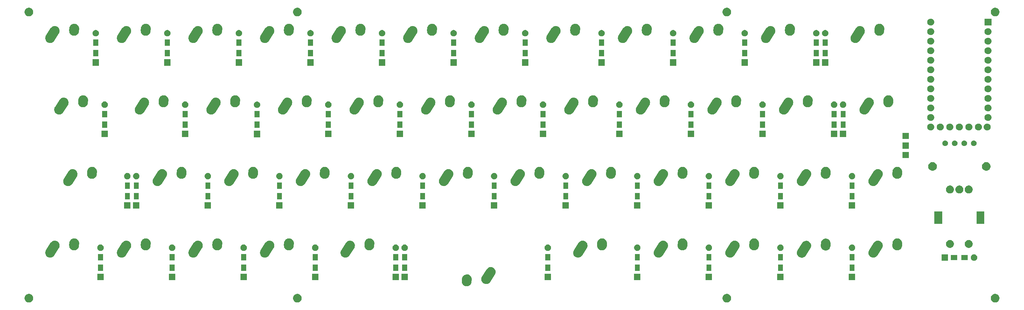
<source format=gbs>
G04 #@! TF.GenerationSoftware,KiCad,Pcbnew,(5.1.5-0-10_14)*
G04 #@! TF.CreationDate,2020-03-19T15:42:24+00:00*
G04 #@! TF.ProjectId,Whimsy,5768696d-7379-42e6-9b69-6361645f7063,0.2*
G04 #@! TF.SameCoordinates,Original*
G04 #@! TF.FileFunction,Soldermask,Bot*
G04 #@! TF.FilePolarity,Negative*
%FSLAX46Y46*%
G04 Gerber Fmt 4.6, Leading zero omitted, Abs format (unit mm)*
G04 Created by KiCad (PCBNEW (5.1.5-0-10_14)) date 2020-03-19 15:42:24*
%MOMM*%
%LPD*%
G04 APERTURE LIST*
%ADD10C,0.100000*%
G04 APERTURE END LIST*
D10*
G36*
X276449549Y-134602366D02*
G01*
X276560734Y-134624482D01*
X276770203Y-134711247D01*
X276958720Y-134837210D01*
X277119040Y-134997530D01*
X277245003Y-135186047D01*
X277331768Y-135395516D01*
X277376000Y-135617886D01*
X277376000Y-135844614D01*
X277331768Y-136066984D01*
X277245003Y-136276453D01*
X277119040Y-136464970D01*
X276958720Y-136625290D01*
X276770203Y-136751253D01*
X276560734Y-136838018D01*
X276449549Y-136860134D01*
X276338365Y-136882250D01*
X276111635Y-136882250D01*
X276000451Y-136860134D01*
X275889266Y-136838018D01*
X275679797Y-136751253D01*
X275491280Y-136625290D01*
X275330960Y-136464970D01*
X275204997Y-136276453D01*
X275118232Y-136066984D01*
X275074000Y-135844614D01*
X275074000Y-135617886D01*
X275118232Y-135395516D01*
X275204997Y-135186047D01*
X275330960Y-134997530D01*
X275491280Y-134837210D01*
X275679797Y-134711247D01*
X275889266Y-134624482D01*
X276000451Y-134602366D01*
X276111635Y-134580250D01*
X276338365Y-134580250D01*
X276449549Y-134602366D01*
G37*
G36*
X205012049Y-134602366D02*
G01*
X205123234Y-134624482D01*
X205332703Y-134711247D01*
X205521220Y-134837210D01*
X205681540Y-134997530D01*
X205807503Y-135186047D01*
X205894268Y-135395516D01*
X205938500Y-135617886D01*
X205938500Y-135844614D01*
X205894268Y-136066984D01*
X205807503Y-136276453D01*
X205681540Y-136464970D01*
X205521220Y-136625290D01*
X205332703Y-136751253D01*
X205123234Y-136838018D01*
X205012049Y-136860134D01*
X204900865Y-136882250D01*
X204674135Y-136882250D01*
X204562951Y-136860134D01*
X204451766Y-136838018D01*
X204242297Y-136751253D01*
X204053780Y-136625290D01*
X203893460Y-136464970D01*
X203767497Y-136276453D01*
X203680732Y-136066984D01*
X203636500Y-135844614D01*
X203636500Y-135617886D01*
X203680732Y-135395516D01*
X203767497Y-135186047D01*
X203893460Y-134997530D01*
X204053780Y-134837210D01*
X204242297Y-134711247D01*
X204451766Y-134624482D01*
X204562951Y-134602366D01*
X204674135Y-134580250D01*
X204900865Y-134580250D01*
X205012049Y-134602366D01*
G37*
G36*
X90712049Y-134602366D02*
G01*
X90823234Y-134624482D01*
X91032703Y-134711247D01*
X91221220Y-134837210D01*
X91381540Y-134997530D01*
X91507503Y-135186047D01*
X91594268Y-135395516D01*
X91638500Y-135617886D01*
X91638500Y-135844614D01*
X91594268Y-136066984D01*
X91507503Y-136276453D01*
X91381540Y-136464970D01*
X91221220Y-136625290D01*
X91032703Y-136751253D01*
X90823234Y-136838018D01*
X90712049Y-136860134D01*
X90600865Y-136882250D01*
X90374135Y-136882250D01*
X90262951Y-136860134D01*
X90151766Y-136838018D01*
X89942297Y-136751253D01*
X89753780Y-136625290D01*
X89593460Y-136464970D01*
X89467497Y-136276453D01*
X89380732Y-136066984D01*
X89336500Y-135844614D01*
X89336500Y-135617886D01*
X89380732Y-135395516D01*
X89467497Y-135186047D01*
X89593460Y-134997530D01*
X89753780Y-134837210D01*
X89942297Y-134711247D01*
X90151766Y-134624482D01*
X90262951Y-134602366D01*
X90374135Y-134580250D01*
X90600865Y-134580250D01*
X90712049Y-134602366D01*
G37*
G36*
X19274549Y-134602366D02*
G01*
X19385734Y-134624482D01*
X19595203Y-134711247D01*
X19783720Y-134837210D01*
X19944040Y-134997530D01*
X20070003Y-135186047D01*
X20156768Y-135395516D01*
X20201000Y-135617886D01*
X20201000Y-135844614D01*
X20156768Y-136066984D01*
X20070003Y-136276453D01*
X19944040Y-136464970D01*
X19783720Y-136625290D01*
X19595203Y-136751253D01*
X19385734Y-136838018D01*
X19274549Y-136860134D01*
X19163365Y-136882250D01*
X18936635Y-136882250D01*
X18825451Y-136860134D01*
X18714266Y-136838018D01*
X18504797Y-136751253D01*
X18316280Y-136625290D01*
X18155960Y-136464970D01*
X18029997Y-136276453D01*
X17943232Y-136066984D01*
X17899000Y-135844614D01*
X17899000Y-135617886D01*
X17943232Y-135395516D01*
X18029997Y-135186047D01*
X18155960Y-134997530D01*
X18316280Y-134837210D01*
X18504797Y-134711247D01*
X18714266Y-134624482D01*
X18825451Y-134602366D01*
X18936635Y-134580250D01*
X19163365Y-134580250D01*
X19274549Y-134602366D01*
G37*
G36*
X135953879Y-129445063D02*
G01*
X136193491Y-129535963D01*
X136410765Y-129671863D01*
X136597352Y-129847538D01*
X136708709Y-130003800D01*
X136746080Y-130056240D01*
X136851235Y-130289947D01*
X136851236Y-130289951D01*
X136908776Y-130539678D01*
X136914558Y-130731644D01*
X136914557Y-130731652D01*
X136866416Y-131437821D01*
X136834635Y-131627233D01*
X136743735Y-131866845D01*
X136690866Y-131951371D01*
X136607835Y-132084119D01*
X136432160Y-132270706D01*
X136275898Y-132382063D01*
X136223458Y-132419434D01*
X135989751Y-132524589D01*
X135989747Y-132524590D01*
X135740021Y-132582130D01*
X135483866Y-132589844D01*
X135483862Y-132589844D01*
X135231121Y-132547437D01*
X134991509Y-132456537D01*
X134774235Y-132320637D01*
X134721203Y-132270706D01*
X134587648Y-132144962D01*
X134471550Y-131982047D01*
X134438920Y-131936260D01*
X134333765Y-131702553D01*
X134314607Y-131619407D01*
X134276224Y-131452822D01*
X134270442Y-131260858D01*
X134318584Y-130554678D01*
X134323150Y-130527463D01*
X134350365Y-130365267D01*
X134441265Y-130125655D01*
X134577165Y-129908381D01*
X134634450Y-129847538D01*
X134752840Y-129721794D01*
X134909102Y-129610437D01*
X134961542Y-129573066D01*
X135195249Y-129467911D01*
X135195253Y-129467910D01*
X135444979Y-129410370D01*
X135701134Y-129402656D01*
X135701138Y-129402656D01*
X135953879Y-129445063D01*
G37*
G36*
X142113794Y-127483486D02*
G01*
X142198971Y-127490003D01*
X142238753Y-127501129D01*
X142445775Y-127559027D01*
X142674370Y-127674875D01*
X142875972Y-127833093D01*
X143042834Y-128027603D01*
X143168543Y-128250928D01*
X143246858Y-128490181D01*
X143248268Y-128494489D01*
X143278944Y-128748916D01*
X143278944Y-128748917D01*
X143259395Y-129004445D01*
X143205455Y-129197310D01*
X143190370Y-129251250D01*
X143103550Y-129422566D01*
X141825954Y-131427988D01*
X141825952Y-131427990D01*
X141707380Y-131579076D01*
X141512873Y-131745936D01*
X141376255Y-131822837D01*
X141289545Y-131871646D01*
X141092148Y-131936260D01*
X141045984Y-131951371D01*
X140791557Y-131982047D01*
X140791556Y-131982047D01*
X140536029Y-131962498D01*
X140289225Y-131893473D01*
X140289224Y-131893473D01*
X140289222Y-131893472D01*
X140060635Y-131777628D01*
X140060633Y-131777627D01*
X140060630Y-131777625D01*
X139859028Y-131619407D01*
X139859024Y-131619404D01*
X139692167Y-131424900D01*
X139566458Y-131201573D01*
X139566457Y-131201572D01*
X139486733Y-130958014D01*
X139486732Y-130958011D01*
X139456056Y-130703584D01*
X139467448Y-130554679D01*
X139475605Y-130448056D01*
X139544630Y-130201252D01*
X139544630Y-130201251D01*
X139631450Y-130029935D01*
X140909045Y-128024512D01*
X141027619Y-127873425D01*
X141222129Y-127706563D01*
X141222130Y-127706562D01*
X141445448Y-127580856D01*
X141445454Y-127580854D01*
X141689011Y-127501130D01*
X141689012Y-127501130D01*
X141689015Y-127501129D01*
X141943441Y-127470453D01*
X141943443Y-127470453D01*
X142113794Y-127483486D01*
G37*
G36*
X200876000Y-130957250D02*
G01*
X199174000Y-130957250D01*
X199174000Y-129255250D01*
X200876000Y-129255250D01*
X200876000Y-130957250D01*
G37*
G36*
X181826000Y-130957250D02*
G01*
X180124000Y-130957250D01*
X180124000Y-129255250D01*
X181826000Y-129255250D01*
X181826000Y-130957250D01*
G37*
G36*
X158013500Y-130957250D02*
G01*
X156311500Y-130957250D01*
X156311500Y-129255250D01*
X158013500Y-129255250D01*
X158013500Y-130957250D01*
G37*
G36*
X119913500Y-130957250D02*
G01*
X118211500Y-130957250D01*
X118211500Y-129255250D01*
X119913500Y-129255250D01*
X119913500Y-130957250D01*
G37*
G36*
X117532250Y-130957250D02*
G01*
X115830250Y-130957250D01*
X115830250Y-129255250D01*
X117532250Y-129255250D01*
X117532250Y-130957250D01*
G37*
G36*
X96101000Y-130957250D02*
G01*
X94399000Y-130957250D01*
X94399000Y-129255250D01*
X96101000Y-129255250D01*
X96101000Y-130957250D01*
G37*
G36*
X77051000Y-130957250D02*
G01*
X75349000Y-130957250D01*
X75349000Y-129255250D01*
X77051000Y-129255250D01*
X77051000Y-130957250D01*
G37*
G36*
X58001000Y-130957250D02*
G01*
X56299000Y-130957250D01*
X56299000Y-129255250D01*
X58001000Y-129255250D01*
X58001000Y-130957250D01*
G37*
G36*
X38951000Y-130957250D02*
G01*
X37249000Y-130957250D01*
X37249000Y-129255250D01*
X38951000Y-129255250D01*
X38951000Y-130957250D01*
G37*
G36*
X238976000Y-130957250D02*
G01*
X237274000Y-130957250D01*
X237274000Y-129255250D01*
X238976000Y-129255250D01*
X238976000Y-130957250D01*
G37*
G36*
X219926000Y-130957250D02*
G01*
X218224000Y-130957250D01*
X218224000Y-129255250D01*
X219926000Y-129255250D01*
X219926000Y-130957250D01*
G37*
G36*
X219726000Y-128457250D02*
G01*
X218424000Y-128457250D01*
X218424000Y-126755250D01*
X219726000Y-126755250D01*
X219726000Y-128457250D01*
G37*
G36*
X238776000Y-128457250D02*
G01*
X237474000Y-128457250D01*
X237474000Y-126755250D01*
X238776000Y-126755250D01*
X238776000Y-128457250D01*
G37*
G36*
X200676000Y-128457250D02*
G01*
X199374000Y-128457250D01*
X199374000Y-126755250D01*
X200676000Y-126755250D01*
X200676000Y-128457250D01*
G37*
G36*
X181626000Y-128457250D02*
G01*
X180324000Y-128457250D01*
X180324000Y-126755250D01*
X181626000Y-126755250D01*
X181626000Y-128457250D01*
G37*
G36*
X157813500Y-128457250D02*
G01*
X156511500Y-128457250D01*
X156511500Y-126755250D01*
X157813500Y-126755250D01*
X157813500Y-128457250D01*
G37*
G36*
X38751000Y-128457250D02*
G01*
X37449000Y-128457250D01*
X37449000Y-126755250D01*
X38751000Y-126755250D01*
X38751000Y-128457250D01*
G37*
G36*
X119713500Y-128457250D02*
G01*
X118411500Y-128457250D01*
X118411500Y-126755250D01*
X119713500Y-126755250D01*
X119713500Y-128457250D01*
G37*
G36*
X57801000Y-128457250D02*
G01*
X56499000Y-128457250D01*
X56499000Y-126755250D01*
X57801000Y-126755250D01*
X57801000Y-128457250D01*
G37*
G36*
X117332250Y-128457250D02*
G01*
X116030250Y-128457250D01*
X116030250Y-126755250D01*
X117332250Y-126755250D01*
X117332250Y-128457250D01*
G37*
G36*
X76851000Y-128457250D02*
G01*
X75549000Y-128457250D01*
X75549000Y-126755250D01*
X76851000Y-126755250D01*
X76851000Y-128457250D01*
G37*
G36*
X95901000Y-128457250D02*
G01*
X94599000Y-128457250D01*
X94599000Y-126755250D01*
X95901000Y-126755250D01*
X95901000Y-128457250D01*
G37*
G36*
X270848228Y-124117953D02*
G01*
X271003100Y-124182103D01*
X271142481Y-124275235D01*
X271261015Y-124393769D01*
X271354147Y-124533150D01*
X271418297Y-124688022D01*
X271451000Y-124852434D01*
X271451000Y-125020066D01*
X271418297Y-125184478D01*
X271354147Y-125339350D01*
X271261015Y-125478731D01*
X271142481Y-125597265D01*
X271003100Y-125690397D01*
X270848228Y-125754547D01*
X270683816Y-125787250D01*
X270516184Y-125787250D01*
X270351772Y-125754547D01*
X270196900Y-125690397D01*
X270057519Y-125597265D01*
X269938985Y-125478731D01*
X269845853Y-125339350D01*
X269781703Y-125184478D01*
X269749000Y-125020066D01*
X269749000Y-124852434D01*
X269781703Y-124688022D01*
X269845853Y-124533150D01*
X269938985Y-124393769D01*
X270057519Y-124275235D01*
X270196900Y-124182103D01*
X270351772Y-124117953D01*
X270516184Y-124085250D01*
X270683816Y-124085250D01*
X270848228Y-124117953D01*
G37*
G36*
X263651000Y-125787250D02*
G01*
X261949000Y-125787250D01*
X261949000Y-124085250D01*
X263651000Y-124085250D01*
X263651000Y-125787250D01*
G37*
G36*
X119713500Y-125657250D02*
G01*
X118411500Y-125657250D01*
X118411500Y-123955250D01*
X119713500Y-123955250D01*
X119713500Y-125657250D01*
G37*
G36*
X117332250Y-125657250D02*
G01*
X116030250Y-125657250D01*
X116030250Y-123955250D01*
X117332250Y-123955250D01*
X117332250Y-125657250D01*
G37*
G36*
X95901000Y-125657250D02*
G01*
X94599000Y-125657250D01*
X94599000Y-123955250D01*
X95901000Y-123955250D01*
X95901000Y-125657250D01*
G37*
G36*
X76851000Y-125657250D02*
G01*
X75549000Y-125657250D01*
X75549000Y-123955250D01*
X76851000Y-123955250D01*
X76851000Y-125657250D01*
G37*
G36*
X200676000Y-125657250D02*
G01*
X199374000Y-125657250D01*
X199374000Y-123955250D01*
X200676000Y-123955250D01*
X200676000Y-125657250D01*
G37*
G36*
X157813500Y-125657250D02*
G01*
X156511500Y-125657250D01*
X156511500Y-123955250D01*
X157813500Y-123955250D01*
X157813500Y-125657250D01*
G37*
G36*
X219726000Y-125657250D02*
G01*
X218424000Y-125657250D01*
X218424000Y-123955250D01*
X219726000Y-123955250D01*
X219726000Y-125657250D01*
G37*
G36*
X238776000Y-125657250D02*
G01*
X237474000Y-125657250D01*
X237474000Y-123955250D01*
X238776000Y-123955250D01*
X238776000Y-125657250D01*
G37*
G36*
X57801000Y-125657250D02*
G01*
X56499000Y-125657250D01*
X56499000Y-123955250D01*
X57801000Y-123955250D01*
X57801000Y-125657250D01*
G37*
G36*
X38751000Y-125657250D02*
G01*
X37449000Y-125657250D01*
X37449000Y-123955250D01*
X38751000Y-123955250D01*
X38751000Y-125657250D01*
G37*
G36*
X181626000Y-125657250D02*
G01*
X180324000Y-125657250D01*
X180324000Y-123955250D01*
X181626000Y-123955250D01*
X181626000Y-125657250D01*
G37*
G36*
X266151000Y-125587250D02*
G01*
X264449000Y-125587250D01*
X264449000Y-124285250D01*
X266151000Y-124285250D01*
X266151000Y-125587250D01*
G37*
G36*
X268951000Y-125587250D02*
G01*
X267249000Y-125587250D01*
X267249000Y-124285250D01*
X268951000Y-124285250D01*
X268951000Y-125587250D01*
G37*
G36*
X226091294Y-120475236D02*
G01*
X226176471Y-120481753D01*
X226216253Y-120492879D01*
X226423275Y-120550777D01*
X226651870Y-120666625D01*
X226853472Y-120824843D01*
X227020334Y-121019353D01*
X227146043Y-121242678D01*
X227198690Y-121403516D01*
X227225768Y-121486239D01*
X227244938Y-121645235D01*
X227256444Y-121740667D01*
X227236895Y-121996195D01*
X227192677Y-122154299D01*
X227167870Y-122243000D01*
X227129559Y-122318596D01*
X227081050Y-122414316D01*
X225803454Y-124419738D01*
X225803452Y-124419740D01*
X225684880Y-124570826D01*
X225490373Y-124737686D01*
X225353755Y-124814587D01*
X225267045Y-124863396D01*
X225029834Y-124941042D01*
X225023484Y-124943121D01*
X224769057Y-124973797D01*
X224769056Y-124973797D01*
X224513529Y-124954248D01*
X224266725Y-124885223D01*
X224266724Y-124885223D01*
X224266722Y-124885222D01*
X224038135Y-124769378D01*
X224038133Y-124769377D01*
X224038130Y-124769375D01*
X223836528Y-124611157D01*
X223836524Y-124611154D01*
X223669667Y-124416650D01*
X223543958Y-124193323D01*
X223543957Y-124193322D01*
X223464233Y-123949764D01*
X223464232Y-123949761D01*
X223433556Y-123695334D01*
X223435985Y-123663583D01*
X223453105Y-123439806D01*
X223522130Y-123193002D01*
X223522130Y-123193001D01*
X223602770Y-123033880D01*
X223608950Y-123021685D01*
X224886545Y-121016262D01*
X225005119Y-120865175D01*
X225078569Y-120802165D01*
X225199630Y-120698312D01*
X225422948Y-120572606D01*
X225422954Y-120572604D01*
X225666511Y-120492880D01*
X225666512Y-120492880D01*
X225666515Y-120492879D01*
X225920941Y-120462203D01*
X225920943Y-120462203D01*
X226091294Y-120475236D01*
G37*
G36*
X45116294Y-120443486D02*
G01*
X45201471Y-120450003D01*
X45241253Y-120461129D01*
X45448275Y-120519027D01*
X45676870Y-120634875D01*
X45878472Y-120793093D01*
X46045334Y-120987603D01*
X46171043Y-121210928D01*
X46234082Y-121403514D01*
X46250768Y-121454489D01*
X46273766Y-121645235D01*
X46281444Y-121708917D01*
X46261895Y-121964445D01*
X46208796Y-122154303D01*
X46192870Y-122211250D01*
X46154559Y-122286846D01*
X46106050Y-122382566D01*
X44828454Y-124387988D01*
X44828452Y-124387990D01*
X44709880Y-124539076D01*
X44515373Y-124705936D01*
X44402671Y-124769375D01*
X44292045Y-124831646D01*
X44128366Y-124885223D01*
X44048484Y-124911371D01*
X43794057Y-124942047D01*
X43794056Y-124942047D01*
X43538529Y-124922498D01*
X43291725Y-124853473D01*
X43291724Y-124853473D01*
X43291722Y-124853472D01*
X43063135Y-124737628D01*
X43063133Y-124737627D01*
X43063130Y-124737625D01*
X42861528Y-124579407D01*
X42861524Y-124579404D01*
X42694667Y-124384900D01*
X42580514Y-124182103D01*
X42568957Y-124161572D01*
X42489233Y-123918014D01*
X42489232Y-123918011D01*
X42458556Y-123663584D01*
X42458556Y-123663583D01*
X42478105Y-123408056D01*
X42538250Y-123193002D01*
X42547130Y-123161251D01*
X42611680Y-123033880D01*
X42633950Y-122989935D01*
X43911545Y-120984512D01*
X44030119Y-120833425D01*
X44174052Y-120709951D01*
X44224630Y-120666562D01*
X44447948Y-120540856D01*
X44447954Y-120540854D01*
X44691511Y-120461130D01*
X44691512Y-120461130D01*
X44691515Y-120461129D01*
X44945941Y-120430453D01*
X44945943Y-120430453D01*
X45116294Y-120443486D01*
G37*
G36*
X26066294Y-120443486D02*
G01*
X26151471Y-120450003D01*
X26191253Y-120461129D01*
X26398275Y-120519027D01*
X26626870Y-120634875D01*
X26828472Y-120793093D01*
X26995334Y-120987603D01*
X27121043Y-121210928D01*
X27184082Y-121403514D01*
X27200768Y-121454489D01*
X27223766Y-121645235D01*
X27231444Y-121708917D01*
X27211895Y-121964445D01*
X27158796Y-122154303D01*
X27142870Y-122211250D01*
X27104559Y-122286846D01*
X27056050Y-122382566D01*
X25778454Y-124387988D01*
X25778452Y-124387990D01*
X25659880Y-124539076D01*
X25465373Y-124705936D01*
X25352671Y-124769375D01*
X25242045Y-124831646D01*
X25078366Y-124885223D01*
X24998484Y-124911371D01*
X24744057Y-124942047D01*
X24744056Y-124942047D01*
X24488529Y-124922498D01*
X24241725Y-124853473D01*
X24241724Y-124853473D01*
X24241722Y-124853472D01*
X24013135Y-124737628D01*
X24013133Y-124737627D01*
X24013130Y-124737625D01*
X23811528Y-124579407D01*
X23811524Y-124579404D01*
X23644667Y-124384900D01*
X23530514Y-124182103D01*
X23518957Y-124161572D01*
X23439233Y-123918014D01*
X23439232Y-123918011D01*
X23408556Y-123663584D01*
X23408556Y-123663583D01*
X23428105Y-123408056D01*
X23488250Y-123193002D01*
X23497130Y-123161251D01*
X23561680Y-123033880D01*
X23583950Y-122989935D01*
X24861545Y-120984512D01*
X24980119Y-120833425D01*
X25124052Y-120709951D01*
X25174630Y-120666562D01*
X25397948Y-120540856D01*
X25397954Y-120540854D01*
X25641511Y-120461130D01*
X25641512Y-120461130D01*
X25641515Y-120461129D01*
X25895941Y-120430453D01*
X25895943Y-120430453D01*
X26066294Y-120443486D01*
G37*
G36*
X83216294Y-120443486D02*
G01*
X83301471Y-120450003D01*
X83341253Y-120461129D01*
X83548275Y-120519027D01*
X83776870Y-120634875D01*
X83978472Y-120793093D01*
X84145334Y-120987603D01*
X84271043Y-121210928D01*
X84334082Y-121403514D01*
X84350768Y-121454489D01*
X84373766Y-121645235D01*
X84381444Y-121708917D01*
X84361895Y-121964445D01*
X84308796Y-122154303D01*
X84292870Y-122211250D01*
X84254559Y-122286846D01*
X84206050Y-122382566D01*
X82928454Y-124387988D01*
X82928452Y-124387990D01*
X82809880Y-124539076D01*
X82615373Y-124705936D01*
X82502671Y-124769375D01*
X82392045Y-124831646D01*
X82228366Y-124885223D01*
X82148484Y-124911371D01*
X81894057Y-124942047D01*
X81894056Y-124942047D01*
X81638529Y-124922498D01*
X81391725Y-124853473D01*
X81391724Y-124853473D01*
X81391722Y-124853472D01*
X81163135Y-124737628D01*
X81163133Y-124737627D01*
X81163130Y-124737625D01*
X80961528Y-124579407D01*
X80961524Y-124579404D01*
X80794667Y-124384900D01*
X80680514Y-124182103D01*
X80668957Y-124161572D01*
X80589233Y-123918014D01*
X80589232Y-123918011D01*
X80558556Y-123663584D01*
X80558556Y-123663583D01*
X80578105Y-123408056D01*
X80638250Y-123193002D01*
X80647130Y-123161251D01*
X80711680Y-123033880D01*
X80733950Y-122989935D01*
X82011545Y-120984512D01*
X82130119Y-120833425D01*
X82274052Y-120709951D01*
X82324630Y-120666562D01*
X82547948Y-120540856D01*
X82547954Y-120540854D01*
X82791511Y-120461130D01*
X82791512Y-120461130D01*
X82791515Y-120461129D01*
X83045941Y-120430453D01*
X83045943Y-120430453D01*
X83216294Y-120443486D01*
G37*
G36*
X104647544Y-120443486D02*
G01*
X104732721Y-120450003D01*
X104772503Y-120461129D01*
X104979525Y-120519027D01*
X105208120Y-120634875D01*
X105409722Y-120793093D01*
X105576584Y-120987603D01*
X105702293Y-121210928D01*
X105765332Y-121403514D01*
X105782018Y-121454489D01*
X105805016Y-121645235D01*
X105812694Y-121708917D01*
X105793145Y-121964445D01*
X105740046Y-122154303D01*
X105724120Y-122211250D01*
X105685809Y-122286846D01*
X105637300Y-122382566D01*
X104359704Y-124387988D01*
X104359702Y-124387990D01*
X104241130Y-124539076D01*
X104046623Y-124705936D01*
X103933921Y-124769375D01*
X103823295Y-124831646D01*
X103659616Y-124885223D01*
X103579734Y-124911371D01*
X103325307Y-124942047D01*
X103325306Y-124942047D01*
X103069779Y-124922498D01*
X102822975Y-124853473D01*
X102822974Y-124853473D01*
X102822972Y-124853472D01*
X102594385Y-124737628D01*
X102594383Y-124737627D01*
X102594380Y-124737625D01*
X102392778Y-124579407D01*
X102392774Y-124579404D01*
X102225917Y-124384900D01*
X102111764Y-124182103D01*
X102100207Y-124161572D01*
X102020483Y-123918014D01*
X102020482Y-123918011D01*
X101989806Y-123663584D01*
X101989806Y-123663583D01*
X102009355Y-123408056D01*
X102069500Y-123193002D01*
X102078380Y-123161251D01*
X102142930Y-123033880D01*
X102165200Y-122989935D01*
X103442795Y-120984512D01*
X103561369Y-120833425D01*
X103705302Y-120709951D01*
X103755880Y-120666562D01*
X103979198Y-120540856D01*
X103979204Y-120540854D01*
X104222761Y-120461130D01*
X104222762Y-120461130D01*
X104222765Y-120461129D01*
X104477191Y-120430453D01*
X104477193Y-120430453D01*
X104647544Y-120443486D01*
G37*
G36*
X166560044Y-120443486D02*
G01*
X166645221Y-120450003D01*
X166685003Y-120461129D01*
X166892025Y-120519027D01*
X167120620Y-120634875D01*
X167322222Y-120793093D01*
X167489084Y-120987603D01*
X167614793Y-121210928D01*
X167677832Y-121403514D01*
X167694518Y-121454489D01*
X167717516Y-121645235D01*
X167725194Y-121708917D01*
X167705645Y-121964445D01*
X167652546Y-122154303D01*
X167636620Y-122211250D01*
X167598309Y-122286846D01*
X167549800Y-122382566D01*
X166272204Y-124387988D01*
X166272202Y-124387990D01*
X166153630Y-124539076D01*
X165959123Y-124705936D01*
X165846421Y-124769375D01*
X165735795Y-124831646D01*
X165572116Y-124885223D01*
X165492234Y-124911371D01*
X165237807Y-124942047D01*
X165237806Y-124942047D01*
X164982279Y-124922498D01*
X164735475Y-124853473D01*
X164735474Y-124853473D01*
X164735472Y-124853472D01*
X164506885Y-124737628D01*
X164506883Y-124737627D01*
X164506880Y-124737625D01*
X164305278Y-124579407D01*
X164305274Y-124579404D01*
X164138417Y-124384900D01*
X164024264Y-124182103D01*
X164012707Y-124161572D01*
X163932983Y-123918014D01*
X163932982Y-123918011D01*
X163902306Y-123663584D01*
X163902306Y-123663583D01*
X163921855Y-123408056D01*
X163982000Y-123193002D01*
X163990880Y-123161251D01*
X164055430Y-123033880D01*
X164077700Y-122989935D01*
X165355295Y-120984512D01*
X165473869Y-120833425D01*
X165617802Y-120709951D01*
X165668380Y-120666562D01*
X165891698Y-120540856D01*
X165891704Y-120540854D01*
X166135261Y-120461130D01*
X166135262Y-120461130D01*
X166135265Y-120461129D01*
X166389691Y-120430453D01*
X166389693Y-120430453D01*
X166560044Y-120443486D01*
G37*
G36*
X187991294Y-120443486D02*
G01*
X188076471Y-120450003D01*
X188116253Y-120461129D01*
X188323275Y-120519027D01*
X188551870Y-120634875D01*
X188753472Y-120793093D01*
X188920334Y-120987603D01*
X189046043Y-121210928D01*
X189109082Y-121403514D01*
X189125768Y-121454489D01*
X189148766Y-121645235D01*
X189156444Y-121708917D01*
X189136895Y-121964445D01*
X189083796Y-122154303D01*
X189067870Y-122211250D01*
X189029559Y-122286846D01*
X188981050Y-122382566D01*
X187703454Y-124387988D01*
X187703452Y-124387990D01*
X187584880Y-124539076D01*
X187390373Y-124705936D01*
X187277671Y-124769375D01*
X187167045Y-124831646D01*
X187003366Y-124885223D01*
X186923484Y-124911371D01*
X186669057Y-124942047D01*
X186669056Y-124942047D01*
X186413529Y-124922498D01*
X186166725Y-124853473D01*
X186166724Y-124853473D01*
X186166722Y-124853472D01*
X185938135Y-124737628D01*
X185938133Y-124737627D01*
X185938130Y-124737625D01*
X185736528Y-124579407D01*
X185736524Y-124579404D01*
X185569667Y-124384900D01*
X185455514Y-124182103D01*
X185443957Y-124161572D01*
X185364233Y-123918014D01*
X185364232Y-123918011D01*
X185333556Y-123663584D01*
X185333556Y-123663583D01*
X185353105Y-123408056D01*
X185413250Y-123193002D01*
X185422130Y-123161251D01*
X185486680Y-123033880D01*
X185508950Y-122989935D01*
X186786545Y-120984512D01*
X186905119Y-120833425D01*
X187049052Y-120709951D01*
X187099630Y-120666562D01*
X187322948Y-120540856D01*
X187322954Y-120540854D01*
X187566511Y-120461130D01*
X187566512Y-120461130D01*
X187566515Y-120461129D01*
X187820941Y-120430453D01*
X187820943Y-120430453D01*
X187991294Y-120443486D01*
G37*
G36*
X207041294Y-120443486D02*
G01*
X207126471Y-120450003D01*
X207166253Y-120461129D01*
X207373275Y-120519027D01*
X207601870Y-120634875D01*
X207803472Y-120793093D01*
X207970334Y-120987603D01*
X208096043Y-121210928D01*
X208159082Y-121403514D01*
X208175768Y-121454489D01*
X208198766Y-121645235D01*
X208206444Y-121708917D01*
X208186895Y-121964445D01*
X208133796Y-122154303D01*
X208117870Y-122211250D01*
X208079559Y-122286846D01*
X208031050Y-122382566D01*
X206753454Y-124387988D01*
X206753452Y-124387990D01*
X206634880Y-124539076D01*
X206440373Y-124705936D01*
X206327671Y-124769375D01*
X206217045Y-124831646D01*
X206053366Y-124885223D01*
X205973484Y-124911371D01*
X205719057Y-124942047D01*
X205719056Y-124942047D01*
X205463529Y-124922498D01*
X205216725Y-124853473D01*
X205216724Y-124853473D01*
X205216722Y-124853472D01*
X204988135Y-124737628D01*
X204988133Y-124737627D01*
X204988130Y-124737625D01*
X204786528Y-124579407D01*
X204786524Y-124579404D01*
X204619667Y-124384900D01*
X204505514Y-124182103D01*
X204493957Y-124161572D01*
X204414233Y-123918014D01*
X204414232Y-123918011D01*
X204383556Y-123663584D01*
X204383556Y-123663583D01*
X204403105Y-123408056D01*
X204463250Y-123193002D01*
X204472130Y-123161251D01*
X204536680Y-123033880D01*
X204558950Y-122989935D01*
X205836545Y-120984512D01*
X205955119Y-120833425D01*
X206099052Y-120709951D01*
X206149630Y-120666562D01*
X206372948Y-120540856D01*
X206372954Y-120540854D01*
X206616511Y-120461130D01*
X206616512Y-120461130D01*
X206616515Y-120461129D01*
X206870941Y-120430453D01*
X206870943Y-120430453D01*
X207041294Y-120443486D01*
G37*
G36*
X245141294Y-120443486D02*
G01*
X245226471Y-120450003D01*
X245266253Y-120461129D01*
X245473275Y-120519027D01*
X245701870Y-120634875D01*
X245903472Y-120793093D01*
X246070334Y-120987603D01*
X246196043Y-121210928D01*
X246259082Y-121403514D01*
X246275768Y-121454489D01*
X246298766Y-121645235D01*
X246306444Y-121708917D01*
X246286895Y-121964445D01*
X246233796Y-122154303D01*
X246217870Y-122211250D01*
X246179559Y-122286846D01*
X246131050Y-122382566D01*
X244853454Y-124387988D01*
X244853452Y-124387990D01*
X244734880Y-124539076D01*
X244540373Y-124705936D01*
X244427671Y-124769375D01*
X244317045Y-124831646D01*
X244153366Y-124885223D01*
X244073484Y-124911371D01*
X243819057Y-124942047D01*
X243819056Y-124942047D01*
X243563529Y-124922498D01*
X243316725Y-124853473D01*
X243316724Y-124853473D01*
X243316722Y-124853472D01*
X243088135Y-124737628D01*
X243088133Y-124737627D01*
X243088130Y-124737625D01*
X242886528Y-124579407D01*
X242886524Y-124579404D01*
X242719667Y-124384900D01*
X242605514Y-124182103D01*
X242593957Y-124161572D01*
X242514233Y-123918014D01*
X242514232Y-123918011D01*
X242483556Y-123663584D01*
X242483556Y-123663583D01*
X242503105Y-123408056D01*
X242563250Y-123193002D01*
X242572130Y-123161251D01*
X242636680Y-123033880D01*
X242658950Y-122989935D01*
X243936545Y-120984512D01*
X244055119Y-120833425D01*
X244199052Y-120709951D01*
X244249630Y-120666562D01*
X244472948Y-120540856D01*
X244472954Y-120540854D01*
X244716511Y-120461130D01*
X244716512Y-120461130D01*
X244716515Y-120461129D01*
X244970941Y-120430453D01*
X244970943Y-120430453D01*
X245141294Y-120443486D01*
G37*
G36*
X64166294Y-120443486D02*
G01*
X64251471Y-120450003D01*
X64291253Y-120461129D01*
X64498275Y-120519027D01*
X64726870Y-120634875D01*
X64928472Y-120793093D01*
X65095334Y-120987603D01*
X65221043Y-121210928D01*
X65284082Y-121403514D01*
X65300768Y-121454489D01*
X65323766Y-121645235D01*
X65331444Y-121708917D01*
X65311895Y-121964445D01*
X65258796Y-122154303D01*
X65242870Y-122211250D01*
X65204559Y-122286846D01*
X65156050Y-122382566D01*
X63878454Y-124387988D01*
X63878452Y-124387990D01*
X63759880Y-124539076D01*
X63565373Y-124705936D01*
X63452671Y-124769375D01*
X63342045Y-124831646D01*
X63178366Y-124885223D01*
X63098484Y-124911371D01*
X62844057Y-124942047D01*
X62844056Y-124942047D01*
X62588529Y-124922498D01*
X62341725Y-124853473D01*
X62341724Y-124853473D01*
X62341722Y-124853472D01*
X62113135Y-124737628D01*
X62113133Y-124737627D01*
X62113130Y-124737625D01*
X61911528Y-124579407D01*
X61911524Y-124579404D01*
X61744667Y-124384900D01*
X61630514Y-124182103D01*
X61618957Y-124161572D01*
X61539233Y-123918014D01*
X61539232Y-123918011D01*
X61508556Y-123663584D01*
X61508556Y-123663583D01*
X61528105Y-123408056D01*
X61588250Y-123193002D01*
X61597130Y-123161251D01*
X61661680Y-123033880D01*
X61683950Y-122989935D01*
X62961545Y-120984512D01*
X63080119Y-120833425D01*
X63224052Y-120709951D01*
X63274630Y-120666562D01*
X63497948Y-120540856D01*
X63497954Y-120540854D01*
X63741511Y-120461130D01*
X63741512Y-120461130D01*
X63741515Y-120461129D01*
X63995941Y-120430453D01*
X63995943Y-120430453D01*
X64166294Y-120443486D01*
G37*
G36*
X200273228Y-121487953D02*
G01*
X200428100Y-121552103D01*
X200567481Y-121645235D01*
X200686015Y-121763769D01*
X200779147Y-121903150D01*
X200843297Y-122058022D01*
X200876000Y-122222434D01*
X200876000Y-122390066D01*
X200843297Y-122554478D01*
X200779147Y-122709350D01*
X200686015Y-122848731D01*
X200567481Y-122967265D01*
X200428100Y-123060397D01*
X200273228Y-123124547D01*
X200108816Y-123157250D01*
X199941184Y-123157250D01*
X199776772Y-123124547D01*
X199621900Y-123060397D01*
X199482519Y-122967265D01*
X199363985Y-122848731D01*
X199270853Y-122709350D01*
X199206703Y-122554478D01*
X199174000Y-122390066D01*
X199174000Y-122222434D01*
X199206703Y-122058022D01*
X199270853Y-121903150D01*
X199363985Y-121763769D01*
X199482519Y-121645235D01*
X199621900Y-121552103D01*
X199776772Y-121487953D01*
X199941184Y-121455250D01*
X200108816Y-121455250D01*
X200273228Y-121487953D01*
G37*
G36*
X95498228Y-121487953D02*
G01*
X95653100Y-121552103D01*
X95792481Y-121645235D01*
X95911015Y-121763769D01*
X96004147Y-121903150D01*
X96068297Y-122058022D01*
X96101000Y-122222434D01*
X96101000Y-122390066D01*
X96068297Y-122554478D01*
X96004147Y-122709350D01*
X95911015Y-122848731D01*
X95792481Y-122967265D01*
X95653100Y-123060397D01*
X95498228Y-123124547D01*
X95333816Y-123157250D01*
X95166184Y-123157250D01*
X95001772Y-123124547D01*
X94846900Y-123060397D01*
X94707519Y-122967265D01*
X94588985Y-122848731D01*
X94495853Y-122709350D01*
X94431703Y-122554478D01*
X94399000Y-122390066D01*
X94399000Y-122222434D01*
X94431703Y-122058022D01*
X94495853Y-121903150D01*
X94588985Y-121763769D01*
X94707519Y-121645235D01*
X94846900Y-121552103D01*
X95001772Y-121487953D01*
X95166184Y-121455250D01*
X95333816Y-121455250D01*
X95498228Y-121487953D01*
G37*
G36*
X76448228Y-121487953D02*
G01*
X76603100Y-121552103D01*
X76742481Y-121645235D01*
X76861015Y-121763769D01*
X76954147Y-121903150D01*
X77018297Y-122058022D01*
X77051000Y-122222434D01*
X77051000Y-122390066D01*
X77018297Y-122554478D01*
X76954147Y-122709350D01*
X76861015Y-122848731D01*
X76742481Y-122967265D01*
X76603100Y-123060397D01*
X76448228Y-123124547D01*
X76283816Y-123157250D01*
X76116184Y-123157250D01*
X75951772Y-123124547D01*
X75796900Y-123060397D01*
X75657519Y-122967265D01*
X75538985Y-122848731D01*
X75445853Y-122709350D01*
X75381703Y-122554478D01*
X75349000Y-122390066D01*
X75349000Y-122222434D01*
X75381703Y-122058022D01*
X75445853Y-121903150D01*
X75538985Y-121763769D01*
X75657519Y-121645235D01*
X75796900Y-121552103D01*
X75951772Y-121487953D01*
X76116184Y-121455250D01*
X76283816Y-121455250D01*
X76448228Y-121487953D01*
G37*
G36*
X57398228Y-121487953D02*
G01*
X57553100Y-121552103D01*
X57692481Y-121645235D01*
X57811015Y-121763769D01*
X57904147Y-121903150D01*
X57968297Y-122058022D01*
X58001000Y-122222434D01*
X58001000Y-122390066D01*
X57968297Y-122554478D01*
X57904147Y-122709350D01*
X57811015Y-122848731D01*
X57692481Y-122967265D01*
X57553100Y-123060397D01*
X57398228Y-123124547D01*
X57233816Y-123157250D01*
X57066184Y-123157250D01*
X56901772Y-123124547D01*
X56746900Y-123060397D01*
X56607519Y-122967265D01*
X56488985Y-122848731D01*
X56395853Y-122709350D01*
X56331703Y-122554478D01*
X56299000Y-122390066D01*
X56299000Y-122222434D01*
X56331703Y-122058022D01*
X56395853Y-121903150D01*
X56488985Y-121763769D01*
X56607519Y-121645235D01*
X56746900Y-121552103D01*
X56901772Y-121487953D01*
X57066184Y-121455250D01*
X57233816Y-121455250D01*
X57398228Y-121487953D01*
G37*
G36*
X38348228Y-121487953D02*
G01*
X38503100Y-121552103D01*
X38642481Y-121645235D01*
X38761015Y-121763769D01*
X38854147Y-121903150D01*
X38918297Y-122058022D01*
X38951000Y-122222434D01*
X38951000Y-122390066D01*
X38918297Y-122554478D01*
X38854147Y-122709350D01*
X38761015Y-122848731D01*
X38642481Y-122967265D01*
X38503100Y-123060397D01*
X38348228Y-123124547D01*
X38183816Y-123157250D01*
X38016184Y-123157250D01*
X37851772Y-123124547D01*
X37696900Y-123060397D01*
X37557519Y-122967265D01*
X37438985Y-122848731D01*
X37345853Y-122709350D01*
X37281703Y-122554478D01*
X37249000Y-122390066D01*
X37249000Y-122222434D01*
X37281703Y-122058022D01*
X37345853Y-121903150D01*
X37438985Y-121763769D01*
X37557519Y-121645235D01*
X37696900Y-121552103D01*
X37851772Y-121487953D01*
X38016184Y-121455250D01*
X38183816Y-121455250D01*
X38348228Y-121487953D01*
G37*
G36*
X116929478Y-121487953D02*
G01*
X117084350Y-121552103D01*
X117223731Y-121645235D01*
X117342265Y-121763769D01*
X117435397Y-121903150D01*
X117499547Y-122058022D01*
X117532250Y-122222434D01*
X117532250Y-122390066D01*
X117499547Y-122554478D01*
X117435397Y-122709350D01*
X117342265Y-122848731D01*
X117223731Y-122967265D01*
X117084350Y-123060397D01*
X116929478Y-123124547D01*
X116765066Y-123157250D01*
X116597434Y-123157250D01*
X116433022Y-123124547D01*
X116278150Y-123060397D01*
X116138769Y-122967265D01*
X116020235Y-122848731D01*
X115927103Y-122709350D01*
X115862953Y-122554478D01*
X115830250Y-122390066D01*
X115830250Y-122222434D01*
X115862953Y-122058022D01*
X115927103Y-121903150D01*
X116020235Y-121763769D01*
X116138769Y-121645235D01*
X116278150Y-121552103D01*
X116433022Y-121487953D01*
X116597434Y-121455250D01*
X116765066Y-121455250D01*
X116929478Y-121487953D01*
G37*
G36*
X119310728Y-121487953D02*
G01*
X119465600Y-121552103D01*
X119604981Y-121645235D01*
X119723515Y-121763769D01*
X119816647Y-121903150D01*
X119880797Y-122058022D01*
X119913500Y-122222434D01*
X119913500Y-122390066D01*
X119880797Y-122554478D01*
X119816647Y-122709350D01*
X119723515Y-122848731D01*
X119604981Y-122967265D01*
X119465600Y-123060397D01*
X119310728Y-123124547D01*
X119146316Y-123157250D01*
X118978684Y-123157250D01*
X118814272Y-123124547D01*
X118659400Y-123060397D01*
X118520019Y-122967265D01*
X118401485Y-122848731D01*
X118308353Y-122709350D01*
X118244203Y-122554478D01*
X118211500Y-122390066D01*
X118211500Y-122222434D01*
X118244203Y-122058022D01*
X118308353Y-121903150D01*
X118401485Y-121763769D01*
X118520019Y-121645235D01*
X118659400Y-121552103D01*
X118814272Y-121487953D01*
X118978684Y-121455250D01*
X119146316Y-121455250D01*
X119310728Y-121487953D01*
G37*
G36*
X219323228Y-121487953D02*
G01*
X219478100Y-121552103D01*
X219617481Y-121645235D01*
X219736015Y-121763769D01*
X219829147Y-121903150D01*
X219893297Y-122058022D01*
X219926000Y-122222434D01*
X219926000Y-122390066D01*
X219893297Y-122554478D01*
X219829147Y-122709350D01*
X219736015Y-122848731D01*
X219617481Y-122967265D01*
X219478100Y-123060397D01*
X219323228Y-123124547D01*
X219158816Y-123157250D01*
X218991184Y-123157250D01*
X218826772Y-123124547D01*
X218671900Y-123060397D01*
X218532519Y-122967265D01*
X218413985Y-122848731D01*
X218320853Y-122709350D01*
X218256703Y-122554478D01*
X218224000Y-122390066D01*
X218224000Y-122222434D01*
X218256703Y-122058022D01*
X218320853Y-121903150D01*
X218413985Y-121763769D01*
X218532519Y-121645235D01*
X218671900Y-121552103D01*
X218826772Y-121487953D01*
X218991184Y-121455250D01*
X219158816Y-121455250D01*
X219323228Y-121487953D01*
G37*
G36*
X238373228Y-121487953D02*
G01*
X238528100Y-121552103D01*
X238667481Y-121645235D01*
X238786015Y-121763769D01*
X238879147Y-121903150D01*
X238943297Y-122058022D01*
X238976000Y-122222434D01*
X238976000Y-122390066D01*
X238943297Y-122554478D01*
X238879147Y-122709350D01*
X238786015Y-122848731D01*
X238667481Y-122967265D01*
X238528100Y-123060397D01*
X238373228Y-123124547D01*
X238208816Y-123157250D01*
X238041184Y-123157250D01*
X237876772Y-123124547D01*
X237721900Y-123060397D01*
X237582519Y-122967265D01*
X237463985Y-122848731D01*
X237370853Y-122709350D01*
X237306703Y-122554478D01*
X237274000Y-122390066D01*
X237274000Y-122222434D01*
X237306703Y-122058022D01*
X237370853Y-121903150D01*
X237463985Y-121763769D01*
X237582519Y-121645235D01*
X237721900Y-121552103D01*
X237876772Y-121487953D01*
X238041184Y-121455250D01*
X238208816Y-121455250D01*
X238373228Y-121487953D01*
G37*
G36*
X157410728Y-121487953D02*
G01*
X157565600Y-121552103D01*
X157704981Y-121645235D01*
X157823515Y-121763769D01*
X157916647Y-121903150D01*
X157980797Y-122058022D01*
X158013500Y-122222434D01*
X158013500Y-122390066D01*
X157980797Y-122554478D01*
X157916647Y-122709350D01*
X157823515Y-122848731D01*
X157704981Y-122967265D01*
X157565600Y-123060397D01*
X157410728Y-123124547D01*
X157246316Y-123157250D01*
X157078684Y-123157250D01*
X156914272Y-123124547D01*
X156759400Y-123060397D01*
X156620019Y-122967265D01*
X156501485Y-122848731D01*
X156408353Y-122709350D01*
X156344203Y-122554478D01*
X156311500Y-122390066D01*
X156311500Y-122222434D01*
X156344203Y-122058022D01*
X156408353Y-121903150D01*
X156501485Y-121763769D01*
X156620019Y-121645235D01*
X156759400Y-121552103D01*
X156914272Y-121487953D01*
X157078684Y-121455250D01*
X157246316Y-121455250D01*
X157410728Y-121487953D01*
G37*
G36*
X181223228Y-121487953D02*
G01*
X181378100Y-121552103D01*
X181517481Y-121645235D01*
X181636015Y-121763769D01*
X181729147Y-121903150D01*
X181793297Y-122058022D01*
X181826000Y-122222434D01*
X181826000Y-122390066D01*
X181793297Y-122554478D01*
X181729147Y-122709350D01*
X181636015Y-122848731D01*
X181517481Y-122967265D01*
X181378100Y-123060397D01*
X181223228Y-123124547D01*
X181058816Y-123157250D01*
X180891184Y-123157250D01*
X180726772Y-123124547D01*
X180571900Y-123060397D01*
X180432519Y-122967265D01*
X180313985Y-122848731D01*
X180220853Y-122709350D01*
X180156703Y-122554478D01*
X180124000Y-122390066D01*
X180124000Y-122222434D01*
X180156703Y-122058022D01*
X180220853Y-121903150D01*
X180313985Y-121763769D01*
X180432519Y-121645235D01*
X180571900Y-121552103D01*
X180726772Y-121487953D01*
X180891184Y-121455250D01*
X181058816Y-121455250D01*
X181223228Y-121487953D01*
G37*
G36*
X231481379Y-119896813D02*
G01*
X231720991Y-119987713D01*
X231887504Y-120091863D01*
X231938265Y-120123613D01*
X232124852Y-120299288D01*
X232218324Y-120430453D01*
X232273580Y-120507990D01*
X232378735Y-120741697D01*
X232378736Y-120741701D01*
X232436276Y-120991428D01*
X232442058Y-121183394D01*
X232438016Y-121242678D01*
X232393916Y-121889571D01*
X232362135Y-122078983D01*
X232271235Y-122318595D01*
X232155194Y-122504119D01*
X232135335Y-122535869D01*
X231959660Y-122722456D01*
X231803398Y-122833813D01*
X231750958Y-122871184D01*
X231517251Y-122976339D01*
X231517247Y-122976340D01*
X231267521Y-123033880D01*
X231011366Y-123041594D01*
X231011362Y-123041594D01*
X230758621Y-122999187D01*
X230519009Y-122908287D01*
X230301735Y-122772387D01*
X230248703Y-122722456D01*
X230115148Y-122596712D01*
X229985166Y-122414315D01*
X229966420Y-122388010D01*
X229861265Y-122154303D01*
X229853949Y-122122553D01*
X229803724Y-121904572D01*
X229797942Y-121712608D01*
X229846084Y-121006428D01*
X229869785Y-120865175D01*
X229877865Y-120817017D01*
X229968765Y-120577405D01*
X230104665Y-120360131D01*
X230280340Y-120173544D01*
X230436602Y-120062187D01*
X230489042Y-120024816D01*
X230722749Y-119919661D01*
X230722753Y-119919660D01*
X230972479Y-119862120D01*
X231228634Y-119854406D01*
X231228638Y-119854406D01*
X231481379Y-119896813D01*
G37*
G36*
X250531379Y-119865063D02*
G01*
X250770991Y-119955963D01*
X250881075Y-120024818D01*
X250988265Y-120091863D01*
X251174852Y-120267538D01*
X251246883Y-120368616D01*
X251323580Y-120476240D01*
X251428735Y-120709947D01*
X251428736Y-120709951D01*
X251486276Y-120959678D01*
X251492058Y-121151644D01*
X251492057Y-121151652D01*
X251443916Y-121857821D01*
X251412135Y-122047233D01*
X251321235Y-122286845D01*
X251241505Y-122414315D01*
X251185335Y-122504119D01*
X251009660Y-122690706D01*
X250853398Y-122802063D01*
X250800958Y-122839434D01*
X250567251Y-122944589D01*
X250567247Y-122944590D01*
X250317521Y-123002130D01*
X250061366Y-123009844D01*
X250061362Y-123009844D01*
X249808621Y-122967437D01*
X249569009Y-122876537D01*
X249351735Y-122740637D01*
X249318505Y-122709350D01*
X249165148Y-122564962D01*
X249039048Y-122388012D01*
X249016420Y-122356260D01*
X248911265Y-122122553D01*
X248861040Y-121904572D01*
X248853724Y-121872822D01*
X248847942Y-121680858D01*
X248896084Y-120974678D01*
X248900650Y-120947463D01*
X248927865Y-120785267D01*
X249018765Y-120545655D01*
X249154665Y-120328381D01*
X249229404Y-120249000D01*
X249330340Y-120141794D01*
X249494487Y-120024818D01*
X249539042Y-119993066D01*
X249772749Y-119887911D01*
X249772753Y-119887910D01*
X250022479Y-119830370D01*
X250278634Y-119822656D01*
X250278638Y-119822656D01*
X250531379Y-119865063D01*
G37*
G36*
X212431379Y-119865063D02*
G01*
X212670991Y-119955963D01*
X212781075Y-120024818D01*
X212888265Y-120091863D01*
X213074852Y-120267538D01*
X213146883Y-120368616D01*
X213223580Y-120476240D01*
X213328735Y-120709947D01*
X213328736Y-120709951D01*
X213386276Y-120959678D01*
X213392058Y-121151644D01*
X213392057Y-121151652D01*
X213343916Y-121857821D01*
X213312135Y-122047233D01*
X213221235Y-122286845D01*
X213141505Y-122414315D01*
X213085335Y-122504119D01*
X212909660Y-122690706D01*
X212753398Y-122802063D01*
X212700958Y-122839434D01*
X212467251Y-122944589D01*
X212467247Y-122944590D01*
X212217521Y-123002130D01*
X211961366Y-123009844D01*
X211961362Y-123009844D01*
X211708621Y-122967437D01*
X211469009Y-122876537D01*
X211251735Y-122740637D01*
X211218505Y-122709350D01*
X211065148Y-122564962D01*
X210939048Y-122388012D01*
X210916420Y-122356260D01*
X210811265Y-122122553D01*
X210761040Y-121904572D01*
X210753724Y-121872822D01*
X210747942Y-121680858D01*
X210796084Y-120974678D01*
X210800650Y-120947463D01*
X210827865Y-120785267D01*
X210918765Y-120545655D01*
X211054665Y-120328381D01*
X211129404Y-120249000D01*
X211230340Y-120141794D01*
X211394487Y-120024818D01*
X211439042Y-119993066D01*
X211672749Y-119887911D01*
X211672753Y-119887910D01*
X211922479Y-119830370D01*
X212178634Y-119822656D01*
X212178638Y-119822656D01*
X212431379Y-119865063D01*
G37*
G36*
X110037629Y-119865063D02*
G01*
X110277241Y-119955963D01*
X110387325Y-120024818D01*
X110494515Y-120091863D01*
X110681102Y-120267538D01*
X110753133Y-120368616D01*
X110829830Y-120476240D01*
X110934985Y-120709947D01*
X110934986Y-120709951D01*
X110992526Y-120959678D01*
X110998308Y-121151644D01*
X110998307Y-121151652D01*
X110950166Y-121857821D01*
X110918385Y-122047233D01*
X110827485Y-122286845D01*
X110747755Y-122414315D01*
X110691585Y-122504119D01*
X110515910Y-122690706D01*
X110359648Y-122802063D01*
X110307208Y-122839434D01*
X110073501Y-122944589D01*
X110073497Y-122944590D01*
X109823771Y-123002130D01*
X109567616Y-123009844D01*
X109567612Y-123009844D01*
X109314871Y-122967437D01*
X109075259Y-122876537D01*
X108857985Y-122740637D01*
X108824755Y-122709350D01*
X108671398Y-122564962D01*
X108545298Y-122388012D01*
X108522670Y-122356260D01*
X108417515Y-122122553D01*
X108367290Y-121904572D01*
X108359974Y-121872822D01*
X108354192Y-121680858D01*
X108402334Y-120974678D01*
X108406900Y-120947463D01*
X108434115Y-120785267D01*
X108525015Y-120545655D01*
X108660915Y-120328381D01*
X108735654Y-120249000D01*
X108836590Y-120141794D01*
X109000737Y-120024818D01*
X109045292Y-119993066D01*
X109278999Y-119887911D01*
X109279003Y-119887910D01*
X109528729Y-119830370D01*
X109784884Y-119822656D01*
X109784888Y-119822656D01*
X110037629Y-119865063D01*
G37*
G36*
X171950129Y-119865063D02*
G01*
X172189741Y-119955963D01*
X172299825Y-120024818D01*
X172407015Y-120091863D01*
X172593602Y-120267538D01*
X172665633Y-120368616D01*
X172742330Y-120476240D01*
X172847485Y-120709947D01*
X172847486Y-120709951D01*
X172905026Y-120959678D01*
X172910808Y-121151644D01*
X172910807Y-121151652D01*
X172862666Y-121857821D01*
X172830885Y-122047233D01*
X172739985Y-122286845D01*
X172660255Y-122414315D01*
X172604085Y-122504119D01*
X172428410Y-122690706D01*
X172272148Y-122802063D01*
X172219708Y-122839434D01*
X171986001Y-122944589D01*
X171985997Y-122944590D01*
X171736271Y-123002130D01*
X171480116Y-123009844D01*
X171480112Y-123009844D01*
X171227371Y-122967437D01*
X170987759Y-122876537D01*
X170770485Y-122740637D01*
X170737255Y-122709350D01*
X170583898Y-122564962D01*
X170457798Y-122388012D01*
X170435170Y-122356260D01*
X170330015Y-122122553D01*
X170279790Y-121904572D01*
X170272474Y-121872822D01*
X170266692Y-121680858D01*
X170314834Y-120974678D01*
X170319400Y-120947463D01*
X170346615Y-120785267D01*
X170437515Y-120545655D01*
X170573415Y-120328381D01*
X170648154Y-120249000D01*
X170749090Y-120141794D01*
X170913237Y-120024818D01*
X170957792Y-119993066D01*
X171191499Y-119887911D01*
X171191503Y-119887910D01*
X171441229Y-119830370D01*
X171697384Y-119822656D01*
X171697388Y-119822656D01*
X171950129Y-119865063D01*
G37*
G36*
X193381379Y-119865063D02*
G01*
X193620991Y-119955963D01*
X193731075Y-120024818D01*
X193838265Y-120091863D01*
X194024852Y-120267538D01*
X194096883Y-120368616D01*
X194173580Y-120476240D01*
X194278735Y-120709947D01*
X194278736Y-120709951D01*
X194336276Y-120959678D01*
X194342058Y-121151644D01*
X194342057Y-121151652D01*
X194293916Y-121857821D01*
X194262135Y-122047233D01*
X194171235Y-122286845D01*
X194091505Y-122414315D01*
X194035335Y-122504119D01*
X193859660Y-122690706D01*
X193703398Y-122802063D01*
X193650958Y-122839434D01*
X193417251Y-122944589D01*
X193417247Y-122944590D01*
X193167521Y-123002130D01*
X192911366Y-123009844D01*
X192911362Y-123009844D01*
X192658621Y-122967437D01*
X192419009Y-122876537D01*
X192201735Y-122740637D01*
X192168505Y-122709350D01*
X192015148Y-122564962D01*
X191889048Y-122388012D01*
X191866420Y-122356260D01*
X191761265Y-122122553D01*
X191711040Y-121904572D01*
X191703724Y-121872822D01*
X191697942Y-121680858D01*
X191746084Y-120974678D01*
X191750650Y-120947463D01*
X191777865Y-120785267D01*
X191868765Y-120545655D01*
X192004665Y-120328381D01*
X192079404Y-120249000D01*
X192180340Y-120141794D01*
X192344487Y-120024818D01*
X192389042Y-119993066D01*
X192622749Y-119887911D01*
X192622753Y-119887910D01*
X192872479Y-119830370D01*
X193128634Y-119822656D01*
X193128638Y-119822656D01*
X193381379Y-119865063D01*
G37*
G36*
X88606379Y-119865063D02*
G01*
X88845991Y-119955963D01*
X88956075Y-120024818D01*
X89063265Y-120091863D01*
X89249852Y-120267538D01*
X89321883Y-120368616D01*
X89398580Y-120476240D01*
X89503735Y-120709947D01*
X89503736Y-120709951D01*
X89561276Y-120959678D01*
X89567058Y-121151644D01*
X89567057Y-121151652D01*
X89518916Y-121857821D01*
X89487135Y-122047233D01*
X89396235Y-122286845D01*
X89316505Y-122414315D01*
X89260335Y-122504119D01*
X89084660Y-122690706D01*
X88928398Y-122802063D01*
X88875958Y-122839434D01*
X88642251Y-122944589D01*
X88642247Y-122944590D01*
X88392521Y-123002130D01*
X88136366Y-123009844D01*
X88136362Y-123009844D01*
X87883621Y-122967437D01*
X87644009Y-122876537D01*
X87426735Y-122740637D01*
X87393505Y-122709350D01*
X87240148Y-122564962D01*
X87114048Y-122388012D01*
X87091420Y-122356260D01*
X86986265Y-122122553D01*
X86936040Y-121904572D01*
X86928724Y-121872822D01*
X86922942Y-121680858D01*
X86971084Y-120974678D01*
X86975650Y-120947463D01*
X87002865Y-120785267D01*
X87093765Y-120545655D01*
X87229665Y-120328381D01*
X87304404Y-120249000D01*
X87405340Y-120141794D01*
X87569487Y-120024818D01*
X87614042Y-119993066D01*
X87847749Y-119887911D01*
X87847753Y-119887910D01*
X88097479Y-119830370D01*
X88353634Y-119822656D01*
X88353638Y-119822656D01*
X88606379Y-119865063D01*
G37*
G36*
X69556379Y-119865063D02*
G01*
X69795991Y-119955963D01*
X69906075Y-120024818D01*
X70013265Y-120091863D01*
X70199852Y-120267538D01*
X70271883Y-120368616D01*
X70348580Y-120476240D01*
X70453735Y-120709947D01*
X70453736Y-120709951D01*
X70511276Y-120959678D01*
X70517058Y-121151644D01*
X70517057Y-121151652D01*
X70468916Y-121857821D01*
X70437135Y-122047233D01*
X70346235Y-122286845D01*
X70266505Y-122414315D01*
X70210335Y-122504119D01*
X70034660Y-122690706D01*
X69878398Y-122802063D01*
X69825958Y-122839434D01*
X69592251Y-122944589D01*
X69592247Y-122944590D01*
X69342521Y-123002130D01*
X69086366Y-123009844D01*
X69086362Y-123009844D01*
X68833621Y-122967437D01*
X68594009Y-122876537D01*
X68376735Y-122740637D01*
X68343505Y-122709350D01*
X68190148Y-122564962D01*
X68064048Y-122388012D01*
X68041420Y-122356260D01*
X67936265Y-122122553D01*
X67886040Y-121904572D01*
X67878724Y-121872822D01*
X67872942Y-121680858D01*
X67921084Y-120974678D01*
X67925650Y-120947463D01*
X67952865Y-120785267D01*
X68043765Y-120545655D01*
X68179665Y-120328381D01*
X68254404Y-120249000D01*
X68355340Y-120141794D01*
X68519487Y-120024818D01*
X68564042Y-119993066D01*
X68797749Y-119887911D01*
X68797753Y-119887910D01*
X69047479Y-119830370D01*
X69303634Y-119822656D01*
X69303638Y-119822656D01*
X69556379Y-119865063D01*
G37*
G36*
X50506379Y-119865063D02*
G01*
X50745991Y-119955963D01*
X50856075Y-120024818D01*
X50963265Y-120091863D01*
X51149852Y-120267538D01*
X51221883Y-120368616D01*
X51298580Y-120476240D01*
X51403735Y-120709947D01*
X51403736Y-120709951D01*
X51461276Y-120959678D01*
X51467058Y-121151644D01*
X51467057Y-121151652D01*
X51418916Y-121857821D01*
X51387135Y-122047233D01*
X51296235Y-122286845D01*
X51216505Y-122414315D01*
X51160335Y-122504119D01*
X50984660Y-122690706D01*
X50828398Y-122802063D01*
X50775958Y-122839434D01*
X50542251Y-122944589D01*
X50542247Y-122944590D01*
X50292521Y-123002130D01*
X50036366Y-123009844D01*
X50036362Y-123009844D01*
X49783621Y-122967437D01*
X49544009Y-122876537D01*
X49326735Y-122740637D01*
X49293505Y-122709350D01*
X49140148Y-122564962D01*
X49014048Y-122388012D01*
X48991420Y-122356260D01*
X48886265Y-122122553D01*
X48836040Y-121904572D01*
X48828724Y-121872822D01*
X48822942Y-121680858D01*
X48871084Y-120974678D01*
X48875650Y-120947463D01*
X48902865Y-120785267D01*
X48993765Y-120545655D01*
X49129665Y-120328381D01*
X49204404Y-120249000D01*
X49305340Y-120141794D01*
X49469487Y-120024818D01*
X49514042Y-119993066D01*
X49747749Y-119887911D01*
X49747753Y-119887910D01*
X49997479Y-119830370D01*
X50253634Y-119822656D01*
X50253638Y-119822656D01*
X50506379Y-119865063D01*
G37*
G36*
X31456379Y-119865063D02*
G01*
X31695991Y-119955963D01*
X31806075Y-120024818D01*
X31913265Y-120091863D01*
X32099852Y-120267538D01*
X32171883Y-120368616D01*
X32248580Y-120476240D01*
X32353735Y-120709947D01*
X32353736Y-120709951D01*
X32411276Y-120959678D01*
X32417058Y-121151644D01*
X32417057Y-121151652D01*
X32368916Y-121857821D01*
X32337135Y-122047233D01*
X32246235Y-122286845D01*
X32166505Y-122414315D01*
X32110335Y-122504119D01*
X31934660Y-122690706D01*
X31778398Y-122802063D01*
X31725958Y-122839434D01*
X31492251Y-122944589D01*
X31492247Y-122944590D01*
X31242521Y-123002130D01*
X30986366Y-123009844D01*
X30986362Y-123009844D01*
X30733621Y-122967437D01*
X30494009Y-122876537D01*
X30276735Y-122740637D01*
X30243505Y-122709350D01*
X30090148Y-122564962D01*
X29964048Y-122388012D01*
X29941420Y-122356260D01*
X29836265Y-122122553D01*
X29786040Y-121904572D01*
X29778724Y-121872822D01*
X29772942Y-121680858D01*
X29821084Y-120974678D01*
X29825650Y-120947463D01*
X29852865Y-120785267D01*
X29943765Y-120545655D01*
X30079665Y-120328381D01*
X30154404Y-120249000D01*
X30255340Y-120141794D01*
X30419487Y-120024818D01*
X30464042Y-119993066D01*
X30697749Y-119887911D01*
X30697753Y-119887910D01*
X30947479Y-119830370D01*
X31203634Y-119822656D01*
X31203638Y-119822656D01*
X31456379Y-119865063D01*
G37*
G36*
X269506564Y-120289389D02*
G01*
X269697833Y-120368615D01*
X269697835Y-120368616D01*
X269869973Y-120483635D01*
X270016365Y-120630027D01*
X270090981Y-120741697D01*
X270131385Y-120802167D01*
X270210611Y-120993436D01*
X270251000Y-121196484D01*
X270251000Y-121403516D01*
X270210611Y-121606564D01*
X270145494Y-121763770D01*
X270131384Y-121797835D01*
X270016365Y-121969973D01*
X269869973Y-122116365D01*
X269697835Y-122231384D01*
X269697834Y-122231385D01*
X269697833Y-122231385D01*
X269506564Y-122310611D01*
X269303516Y-122351000D01*
X269096484Y-122351000D01*
X268893436Y-122310611D01*
X268702167Y-122231385D01*
X268702166Y-122231385D01*
X268702165Y-122231384D01*
X268530027Y-122116365D01*
X268383635Y-121969973D01*
X268268616Y-121797835D01*
X268254506Y-121763770D01*
X268189389Y-121606564D01*
X268149000Y-121403516D01*
X268149000Y-121196484D01*
X268189389Y-120993436D01*
X268268615Y-120802167D01*
X268309020Y-120741697D01*
X268383635Y-120630027D01*
X268530027Y-120483635D01*
X268702165Y-120368616D01*
X268702167Y-120368615D01*
X268893436Y-120289389D01*
X269096484Y-120249000D01*
X269303516Y-120249000D01*
X269506564Y-120289389D01*
G37*
G36*
X264506564Y-120289389D02*
G01*
X264697833Y-120368615D01*
X264697835Y-120368616D01*
X264869973Y-120483635D01*
X265016365Y-120630027D01*
X265090981Y-120741697D01*
X265131385Y-120802167D01*
X265210611Y-120993436D01*
X265251000Y-121196484D01*
X265251000Y-121403516D01*
X265210611Y-121606564D01*
X265145494Y-121763770D01*
X265131384Y-121797835D01*
X265016365Y-121969973D01*
X264869973Y-122116365D01*
X264697835Y-122231384D01*
X264697834Y-122231385D01*
X264697833Y-122231385D01*
X264506564Y-122310611D01*
X264303516Y-122351000D01*
X264096484Y-122351000D01*
X263893436Y-122310611D01*
X263702167Y-122231385D01*
X263702166Y-122231385D01*
X263702165Y-122231384D01*
X263530027Y-122116365D01*
X263383635Y-121969973D01*
X263268616Y-121797835D01*
X263254506Y-121763770D01*
X263189389Y-121606564D01*
X263149000Y-121403516D01*
X263149000Y-121196484D01*
X263189389Y-120993436D01*
X263268615Y-120802167D01*
X263309020Y-120741697D01*
X263383635Y-120630027D01*
X263530027Y-120483635D01*
X263702165Y-120368616D01*
X263702167Y-120368615D01*
X263893436Y-120289389D01*
X264096484Y-120249000D01*
X264303516Y-120249000D01*
X264506564Y-120289389D01*
G37*
G36*
X273351000Y-115951000D02*
G01*
X271249000Y-115951000D01*
X271249000Y-112649000D01*
X273351000Y-112649000D01*
X273351000Y-115951000D01*
G37*
G36*
X262151000Y-115951000D02*
G01*
X260049000Y-115951000D01*
X260049000Y-112649000D01*
X262151000Y-112649000D01*
X262151000Y-115951000D01*
G37*
G36*
X124676000Y-111907250D02*
G01*
X122974000Y-111907250D01*
X122974000Y-110205250D01*
X124676000Y-110205250D01*
X124676000Y-111907250D01*
G37*
G36*
X86576000Y-111907250D02*
G01*
X84874000Y-111907250D01*
X84874000Y-110205250D01*
X86576000Y-110205250D01*
X86576000Y-111907250D01*
G37*
G36*
X181826000Y-111907250D02*
G01*
X180124000Y-111907250D01*
X180124000Y-110205250D01*
X181826000Y-110205250D01*
X181826000Y-111907250D01*
G37*
G36*
X105626000Y-111907250D02*
G01*
X103924000Y-111907250D01*
X103924000Y-110205250D01*
X105626000Y-110205250D01*
X105626000Y-111907250D01*
G37*
G36*
X143726000Y-111907250D02*
G01*
X142024000Y-111907250D01*
X142024000Y-110205250D01*
X143726000Y-110205250D01*
X143726000Y-111907250D01*
G37*
G36*
X46094750Y-111907250D02*
G01*
X44392750Y-111907250D01*
X44392750Y-110205250D01*
X46094750Y-110205250D01*
X46094750Y-111907250D01*
G37*
G36*
X67526000Y-111907250D02*
G01*
X65824000Y-111907250D01*
X65824000Y-110205250D01*
X67526000Y-110205250D01*
X67526000Y-111907250D01*
G37*
G36*
X162776000Y-111907250D02*
G01*
X161074000Y-111907250D01*
X161074000Y-110205250D01*
X162776000Y-110205250D01*
X162776000Y-111907250D01*
G37*
G36*
X48476000Y-111907250D02*
G01*
X46774000Y-111907250D01*
X46774000Y-110205250D01*
X48476000Y-110205250D01*
X48476000Y-111907250D01*
G37*
G36*
X200876000Y-111907250D02*
G01*
X199174000Y-111907250D01*
X199174000Y-110205250D01*
X200876000Y-110205250D01*
X200876000Y-111907250D01*
G37*
G36*
X219926000Y-111907250D02*
G01*
X218224000Y-111907250D01*
X218224000Y-110205250D01*
X219926000Y-110205250D01*
X219926000Y-111907250D01*
G37*
G36*
X238976000Y-111907250D02*
G01*
X237274000Y-111907250D01*
X237274000Y-110205250D01*
X238976000Y-110205250D01*
X238976000Y-111907250D01*
G37*
G36*
X48276000Y-109407250D02*
G01*
X46974000Y-109407250D01*
X46974000Y-107705250D01*
X48276000Y-107705250D01*
X48276000Y-109407250D01*
G37*
G36*
X67326000Y-109407250D02*
G01*
X66024000Y-109407250D01*
X66024000Y-107705250D01*
X67326000Y-107705250D01*
X67326000Y-109407250D01*
G37*
G36*
X45894750Y-109407250D02*
G01*
X44592750Y-109407250D01*
X44592750Y-107705250D01*
X45894750Y-107705250D01*
X45894750Y-109407250D01*
G37*
G36*
X143526000Y-109407250D02*
G01*
X142224000Y-109407250D01*
X142224000Y-107705250D01*
X143526000Y-107705250D01*
X143526000Y-109407250D01*
G37*
G36*
X238776000Y-109407250D02*
G01*
X237474000Y-109407250D01*
X237474000Y-107705250D01*
X238776000Y-107705250D01*
X238776000Y-109407250D01*
G37*
G36*
X86376000Y-109407250D02*
G01*
X85074000Y-109407250D01*
X85074000Y-107705250D01*
X86376000Y-107705250D01*
X86376000Y-109407250D01*
G37*
G36*
X200676000Y-109407250D02*
G01*
X199374000Y-109407250D01*
X199374000Y-107705250D01*
X200676000Y-107705250D01*
X200676000Y-109407250D01*
G37*
G36*
X105426000Y-109407250D02*
G01*
X104124000Y-109407250D01*
X104124000Y-107705250D01*
X105426000Y-107705250D01*
X105426000Y-109407250D01*
G37*
G36*
X219726000Y-109407250D02*
G01*
X218424000Y-109407250D01*
X218424000Y-107705250D01*
X219726000Y-107705250D01*
X219726000Y-109407250D01*
G37*
G36*
X181626000Y-109407250D02*
G01*
X180324000Y-109407250D01*
X180324000Y-107705250D01*
X181626000Y-107705250D01*
X181626000Y-109407250D01*
G37*
G36*
X162576000Y-109407250D02*
G01*
X161274000Y-109407250D01*
X161274000Y-107705250D01*
X162576000Y-107705250D01*
X162576000Y-109407250D01*
G37*
G36*
X124476000Y-109407250D02*
G01*
X123174000Y-109407250D01*
X123174000Y-107705250D01*
X124476000Y-107705250D01*
X124476000Y-109407250D01*
G37*
G36*
X269506564Y-105789389D02*
G01*
X269680344Y-105861371D01*
X269697835Y-105868616D01*
X269732902Y-105892047D01*
X269869973Y-105983635D01*
X270016365Y-106130027D01*
X270131385Y-106302167D01*
X270210611Y-106493436D01*
X270251000Y-106696484D01*
X270251000Y-106903516D01*
X270210611Y-107106564D01*
X270131385Y-107297833D01*
X270131384Y-107297835D01*
X270016365Y-107469973D01*
X269869973Y-107616365D01*
X269697835Y-107731384D01*
X269697834Y-107731385D01*
X269697833Y-107731385D01*
X269506564Y-107810611D01*
X269303516Y-107851000D01*
X269096484Y-107851000D01*
X268893436Y-107810611D01*
X268702167Y-107731385D01*
X268702166Y-107731385D01*
X268702165Y-107731384D01*
X268530027Y-107616365D01*
X268383635Y-107469973D01*
X268268616Y-107297835D01*
X268268615Y-107297833D01*
X268189389Y-107106564D01*
X268149000Y-106903516D01*
X268149000Y-106696484D01*
X268189389Y-106493436D01*
X268268615Y-106302167D01*
X268383635Y-106130027D01*
X268530027Y-105983635D01*
X268667098Y-105892047D01*
X268702165Y-105868616D01*
X268719656Y-105861371D01*
X268893436Y-105789389D01*
X269096484Y-105749000D01*
X269303516Y-105749000D01*
X269506564Y-105789389D01*
G37*
G36*
X267006564Y-105789389D02*
G01*
X267180344Y-105861371D01*
X267197835Y-105868616D01*
X267232902Y-105892047D01*
X267369973Y-105983635D01*
X267516365Y-106130027D01*
X267631385Y-106302167D01*
X267710611Y-106493436D01*
X267751000Y-106696484D01*
X267751000Y-106903516D01*
X267710611Y-107106564D01*
X267631385Y-107297833D01*
X267631384Y-107297835D01*
X267516365Y-107469973D01*
X267369973Y-107616365D01*
X267197835Y-107731384D01*
X267197834Y-107731385D01*
X267197833Y-107731385D01*
X267006564Y-107810611D01*
X266803516Y-107851000D01*
X266596484Y-107851000D01*
X266393436Y-107810611D01*
X266202167Y-107731385D01*
X266202166Y-107731385D01*
X266202165Y-107731384D01*
X266030027Y-107616365D01*
X265883635Y-107469973D01*
X265768616Y-107297835D01*
X265768615Y-107297833D01*
X265689389Y-107106564D01*
X265649000Y-106903516D01*
X265649000Y-106696484D01*
X265689389Y-106493436D01*
X265768615Y-106302167D01*
X265883635Y-106130027D01*
X266030027Y-105983635D01*
X266167098Y-105892047D01*
X266202165Y-105868616D01*
X266219656Y-105861371D01*
X266393436Y-105789389D01*
X266596484Y-105749000D01*
X266803516Y-105749000D01*
X267006564Y-105789389D01*
G37*
G36*
X264506564Y-105789389D02*
G01*
X264680344Y-105861371D01*
X264697835Y-105868616D01*
X264732902Y-105892047D01*
X264869973Y-105983635D01*
X265016365Y-106130027D01*
X265131385Y-106302167D01*
X265210611Y-106493436D01*
X265251000Y-106696484D01*
X265251000Y-106903516D01*
X265210611Y-107106564D01*
X265131385Y-107297833D01*
X265131384Y-107297835D01*
X265016365Y-107469973D01*
X264869973Y-107616365D01*
X264697835Y-107731384D01*
X264697834Y-107731385D01*
X264697833Y-107731385D01*
X264506564Y-107810611D01*
X264303516Y-107851000D01*
X264096484Y-107851000D01*
X263893436Y-107810611D01*
X263702167Y-107731385D01*
X263702166Y-107731385D01*
X263702165Y-107731384D01*
X263530027Y-107616365D01*
X263383635Y-107469973D01*
X263268616Y-107297835D01*
X263268615Y-107297833D01*
X263189389Y-107106564D01*
X263149000Y-106903516D01*
X263149000Y-106696484D01*
X263189389Y-106493436D01*
X263268615Y-106302167D01*
X263383635Y-106130027D01*
X263530027Y-105983635D01*
X263667098Y-105892047D01*
X263702165Y-105868616D01*
X263719656Y-105861371D01*
X263893436Y-105789389D01*
X264096484Y-105749000D01*
X264303516Y-105749000D01*
X264506564Y-105789389D01*
G37*
G36*
X200676000Y-106607250D02*
G01*
X199374000Y-106607250D01*
X199374000Y-104905250D01*
X200676000Y-104905250D01*
X200676000Y-106607250D01*
G37*
G36*
X181626000Y-106607250D02*
G01*
X180324000Y-106607250D01*
X180324000Y-104905250D01*
X181626000Y-104905250D01*
X181626000Y-106607250D01*
G37*
G36*
X219726000Y-106607250D02*
G01*
X218424000Y-106607250D01*
X218424000Y-104905250D01*
X219726000Y-104905250D01*
X219726000Y-106607250D01*
G37*
G36*
X48276000Y-106607250D02*
G01*
X46974000Y-106607250D01*
X46974000Y-104905250D01*
X48276000Y-104905250D01*
X48276000Y-106607250D01*
G37*
G36*
X162576000Y-106607250D02*
G01*
X161274000Y-106607250D01*
X161274000Y-104905250D01*
X162576000Y-104905250D01*
X162576000Y-106607250D01*
G37*
G36*
X143526000Y-106607250D02*
G01*
X142224000Y-106607250D01*
X142224000Y-104905250D01*
X143526000Y-104905250D01*
X143526000Y-106607250D01*
G37*
G36*
X86376000Y-106607250D02*
G01*
X85074000Y-106607250D01*
X85074000Y-104905250D01*
X86376000Y-104905250D01*
X86376000Y-106607250D01*
G37*
G36*
X45894750Y-106607250D02*
G01*
X44592750Y-106607250D01*
X44592750Y-104905250D01*
X45894750Y-104905250D01*
X45894750Y-106607250D01*
G37*
G36*
X124476000Y-106607250D02*
G01*
X123174000Y-106607250D01*
X123174000Y-104905250D01*
X124476000Y-104905250D01*
X124476000Y-106607250D01*
G37*
G36*
X105426000Y-106607250D02*
G01*
X104124000Y-106607250D01*
X104124000Y-104905250D01*
X105426000Y-104905250D01*
X105426000Y-106607250D01*
G37*
G36*
X238776000Y-106607250D02*
G01*
X237474000Y-106607250D01*
X237474000Y-104905250D01*
X238776000Y-104905250D01*
X238776000Y-106607250D01*
G37*
G36*
X67326000Y-106607250D02*
G01*
X66024000Y-106607250D01*
X66024000Y-104905250D01*
X67326000Y-104905250D01*
X67326000Y-106607250D01*
G37*
G36*
X54641294Y-101393486D02*
G01*
X54726471Y-101400003D01*
X54766253Y-101411129D01*
X54973275Y-101469027D01*
X55201870Y-101584875D01*
X55403472Y-101743093D01*
X55570334Y-101937603D01*
X55696043Y-102160928D01*
X55774358Y-102400181D01*
X55775768Y-102404489D01*
X55787537Y-102502102D01*
X55806444Y-102658917D01*
X55786895Y-102914445D01*
X55742677Y-103072549D01*
X55717870Y-103161250D01*
X55679559Y-103236846D01*
X55631050Y-103332566D01*
X54353454Y-105337988D01*
X54353452Y-105337990D01*
X54234880Y-105489076D01*
X54040373Y-105655936D01*
X53903755Y-105732837D01*
X53817045Y-105781646D01*
X53579834Y-105859292D01*
X53573484Y-105861371D01*
X53319057Y-105892047D01*
X53319056Y-105892047D01*
X53063529Y-105872498D01*
X52816725Y-105803473D01*
X52816724Y-105803473D01*
X52816722Y-105803472D01*
X52588135Y-105687628D01*
X52588133Y-105687627D01*
X52588130Y-105687625D01*
X52386528Y-105529407D01*
X52386524Y-105529404D01*
X52219667Y-105334900D01*
X52093958Y-105111573D01*
X52093957Y-105111572D01*
X52014233Y-104868014D01*
X52014232Y-104868011D01*
X51983556Y-104613584D01*
X51983556Y-104613583D01*
X52003105Y-104358056D01*
X52072130Y-104111252D01*
X52072130Y-104111251D01*
X52152770Y-103952130D01*
X52158950Y-103939935D01*
X53436545Y-101934512D01*
X53555119Y-101783425D01*
X53690247Y-101667504D01*
X53749630Y-101616562D01*
X53972948Y-101490856D01*
X53972954Y-101490854D01*
X54216511Y-101411130D01*
X54216512Y-101411130D01*
X54216515Y-101411129D01*
X54470941Y-101380453D01*
X54470943Y-101380453D01*
X54641294Y-101393486D01*
G37*
G36*
X73691294Y-101393486D02*
G01*
X73776471Y-101400003D01*
X73816253Y-101411129D01*
X74023275Y-101469027D01*
X74251870Y-101584875D01*
X74453472Y-101743093D01*
X74620334Y-101937603D01*
X74746043Y-102160928D01*
X74824358Y-102400181D01*
X74825768Y-102404489D01*
X74837537Y-102502102D01*
X74856444Y-102658917D01*
X74836895Y-102914445D01*
X74792677Y-103072549D01*
X74767870Y-103161250D01*
X74729559Y-103236846D01*
X74681050Y-103332566D01*
X73403454Y-105337988D01*
X73403452Y-105337990D01*
X73284880Y-105489076D01*
X73090373Y-105655936D01*
X72953755Y-105732837D01*
X72867045Y-105781646D01*
X72629834Y-105859292D01*
X72623484Y-105861371D01*
X72369057Y-105892047D01*
X72369056Y-105892047D01*
X72113529Y-105872498D01*
X71866725Y-105803473D01*
X71866724Y-105803473D01*
X71866722Y-105803472D01*
X71638135Y-105687628D01*
X71638133Y-105687627D01*
X71638130Y-105687625D01*
X71436528Y-105529407D01*
X71436524Y-105529404D01*
X71269667Y-105334900D01*
X71143958Y-105111573D01*
X71143957Y-105111572D01*
X71064233Y-104868014D01*
X71064232Y-104868011D01*
X71033556Y-104613584D01*
X71033556Y-104613583D01*
X71053105Y-104358056D01*
X71122130Y-104111252D01*
X71122130Y-104111251D01*
X71202770Y-103952130D01*
X71208950Y-103939935D01*
X72486545Y-101934512D01*
X72605119Y-101783425D01*
X72740247Y-101667504D01*
X72799630Y-101616562D01*
X73022948Y-101490856D01*
X73022954Y-101490854D01*
X73266511Y-101411130D01*
X73266512Y-101411130D01*
X73266515Y-101411129D01*
X73520941Y-101380453D01*
X73520943Y-101380453D01*
X73691294Y-101393486D01*
G37*
G36*
X92741294Y-101393486D02*
G01*
X92826471Y-101400003D01*
X92866253Y-101411129D01*
X93073275Y-101469027D01*
X93301870Y-101584875D01*
X93503472Y-101743093D01*
X93670334Y-101937603D01*
X93796043Y-102160928D01*
X93874358Y-102400181D01*
X93875768Y-102404489D01*
X93887537Y-102502102D01*
X93906444Y-102658917D01*
X93886895Y-102914445D01*
X93842677Y-103072549D01*
X93817870Y-103161250D01*
X93779559Y-103236846D01*
X93731050Y-103332566D01*
X92453454Y-105337988D01*
X92453452Y-105337990D01*
X92334880Y-105489076D01*
X92140373Y-105655936D01*
X92003755Y-105732837D01*
X91917045Y-105781646D01*
X91679834Y-105859292D01*
X91673484Y-105861371D01*
X91419057Y-105892047D01*
X91419056Y-105892047D01*
X91163529Y-105872498D01*
X90916725Y-105803473D01*
X90916724Y-105803473D01*
X90916722Y-105803472D01*
X90688135Y-105687628D01*
X90688133Y-105687627D01*
X90688130Y-105687625D01*
X90486528Y-105529407D01*
X90486524Y-105529404D01*
X90319667Y-105334900D01*
X90193958Y-105111573D01*
X90193957Y-105111572D01*
X90114233Y-104868014D01*
X90114232Y-104868011D01*
X90083556Y-104613584D01*
X90083556Y-104613583D01*
X90103105Y-104358056D01*
X90172130Y-104111252D01*
X90172130Y-104111251D01*
X90252770Y-103952130D01*
X90258950Y-103939935D01*
X91536545Y-101934512D01*
X91655119Y-101783425D01*
X91790247Y-101667504D01*
X91849630Y-101616562D01*
X92072948Y-101490856D01*
X92072954Y-101490854D01*
X92316511Y-101411130D01*
X92316512Y-101411130D01*
X92316515Y-101411129D01*
X92570941Y-101380453D01*
X92570943Y-101380453D01*
X92741294Y-101393486D01*
G37*
G36*
X30828794Y-101393486D02*
G01*
X30913971Y-101400003D01*
X30953753Y-101411129D01*
X31160775Y-101469027D01*
X31389370Y-101584875D01*
X31590972Y-101743093D01*
X31757834Y-101937603D01*
X31883543Y-102160928D01*
X31961858Y-102400181D01*
X31963268Y-102404489D01*
X31975037Y-102502102D01*
X31993944Y-102658917D01*
X31974395Y-102914445D01*
X31930177Y-103072549D01*
X31905370Y-103161250D01*
X31867059Y-103236846D01*
X31818550Y-103332566D01*
X30540954Y-105337988D01*
X30540952Y-105337990D01*
X30422380Y-105489076D01*
X30227873Y-105655936D01*
X30091255Y-105732837D01*
X30004545Y-105781646D01*
X29767334Y-105859292D01*
X29760984Y-105861371D01*
X29506557Y-105892047D01*
X29506556Y-105892047D01*
X29251029Y-105872498D01*
X29004225Y-105803473D01*
X29004224Y-105803473D01*
X29004222Y-105803472D01*
X28775635Y-105687628D01*
X28775633Y-105687627D01*
X28775630Y-105687625D01*
X28574028Y-105529407D01*
X28574024Y-105529404D01*
X28407167Y-105334900D01*
X28281458Y-105111573D01*
X28281457Y-105111572D01*
X28201733Y-104868014D01*
X28201732Y-104868011D01*
X28171056Y-104613584D01*
X28171056Y-104613583D01*
X28190605Y-104358056D01*
X28259630Y-104111252D01*
X28259630Y-104111251D01*
X28340270Y-103952130D01*
X28346450Y-103939935D01*
X29624045Y-101934512D01*
X29742619Y-101783425D01*
X29877747Y-101667504D01*
X29937130Y-101616562D01*
X30160448Y-101490856D01*
X30160454Y-101490854D01*
X30404011Y-101411130D01*
X30404012Y-101411130D01*
X30404015Y-101411129D01*
X30658441Y-101380453D01*
X30658443Y-101380453D01*
X30828794Y-101393486D01*
G37*
G36*
X111791294Y-101393486D02*
G01*
X111876471Y-101400003D01*
X111916253Y-101411129D01*
X112123275Y-101469027D01*
X112351870Y-101584875D01*
X112553472Y-101743093D01*
X112720334Y-101937603D01*
X112846043Y-102160928D01*
X112924358Y-102400181D01*
X112925768Y-102404489D01*
X112937537Y-102502102D01*
X112956444Y-102658917D01*
X112936895Y-102914445D01*
X112892677Y-103072549D01*
X112867870Y-103161250D01*
X112829559Y-103236846D01*
X112781050Y-103332566D01*
X111503454Y-105337988D01*
X111503452Y-105337990D01*
X111384880Y-105489076D01*
X111190373Y-105655936D01*
X111053755Y-105732837D01*
X110967045Y-105781646D01*
X110729834Y-105859292D01*
X110723484Y-105861371D01*
X110469057Y-105892047D01*
X110469056Y-105892047D01*
X110213529Y-105872498D01*
X109966725Y-105803473D01*
X109966724Y-105803473D01*
X109966722Y-105803472D01*
X109738135Y-105687628D01*
X109738133Y-105687627D01*
X109738130Y-105687625D01*
X109536528Y-105529407D01*
X109536524Y-105529404D01*
X109369667Y-105334900D01*
X109243958Y-105111573D01*
X109243957Y-105111572D01*
X109164233Y-104868014D01*
X109164232Y-104868011D01*
X109133556Y-104613584D01*
X109133556Y-104613583D01*
X109153105Y-104358056D01*
X109222130Y-104111252D01*
X109222130Y-104111251D01*
X109302770Y-103952130D01*
X109308950Y-103939935D01*
X110586545Y-101934512D01*
X110705119Y-101783425D01*
X110840247Y-101667504D01*
X110899630Y-101616562D01*
X111122948Y-101490856D01*
X111122954Y-101490854D01*
X111366511Y-101411130D01*
X111366512Y-101411130D01*
X111366515Y-101411129D01*
X111620941Y-101380453D01*
X111620943Y-101380453D01*
X111791294Y-101393486D01*
G37*
G36*
X130841294Y-101393486D02*
G01*
X130926471Y-101400003D01*
X130966253Y-101411129D01*
X131173275Y-101469027D01*
X131401870Y-101584875D01*
X131603472Y-101743093D01*
X131770334Y-101937603D01*
X131896043Y-102160928D01*
X131974358Y-102400181D01*
X131975768Y-102404489D01*
X131987537Y-102502102D01*
X132006444Y-102658917D01*
X131986895Y-102914445D01*
X131942677Y-103072549D01*
X131917870Y-103161250D01*
X131879559Y-103236846D01*
X131831050Y-103332566D01*
X130553454Y-105337988D01*
X130553452Y-105337990D01*
X130434880Y-105489076D01*
X130240373Y-105655936D01*
X130103755Y-105732837D01*
X130017045Y-105781646D01*
X129779834Y-105859292D01*
X129773484Y-105861371D01*
X129519057Y-105892047D01*
X129519056Y-105892047D01*
X129263529Y-105872498D01*
X129016725Y-105803473D01*
X129016724Y-105803473D01*
X129016722Y-105803472D01*
X128788135Y-105687628D01*
X128788133Y-105687627D01*
X128788130Y-105687625D01*
X128586528Y-105529407D01*
X128586524Y-105529404D01*
X128419667Y-105334900D01*
X128293958Y-105111573D01*
X128293957Y-105111572D01*
X128214233Y-104868014D01*
X128214232Y-104868011D01*
X128183556Y-104613584D01*
X128183556Y-104613583D01*
X128203105Y-104358056D01*
X128272130Y-104111252D01*
X128272130Y-104111251D01*
X128352770Y-103952130D01*
X128358950Y-103939935D01*
X129636545Y-101934512D01*
X129755119Y-101783425D01*
X129890247Y-101667504D01*
X129949630Y-101616562D01*
X130172948Y-101490856D01*
X130172954Y-101490854D01*
X130416511Y-101411130D01*
X130416512Y-101411130D01*
X130416515Y-101411129D01*
X130670941Y-101380453D01*
X130670943Y-101380453D01*
X130841294Y-101393486D01*
G37*
G36*
X168941294Y-101393486D02*
G01*
X169026471Y-101400003D01*
X169066253Y-101411129D01*
X169273275Y-101469027D01*
X169501870Y-101584875D01*
X169703472Y-101743093D01*
X169870334Y-101937603D01*
X169996043Y-102160928D01*
X170074358Y-102400181D01*
X170075768Y-102404489D01*
X170087537Y-102502102D01*
X170106444Y-102658917D01*
X170086895Y-102914445D01*
X170042677Y-103072549D01*
X170017870Y-103161250D01*
X169979559Y-103236846D01*
X169931050Y-103332566D01*
X168653454Y-105337988D01*
X168653452Y-105337990D01*
X168534880Y-105489076D01*
X168340373Y-105655936D01*
X168203755Y-105732837D01*
X168117045Y-105781646D01*
X167879834Y-105859292D01*
X167873484Y-105861371D01*
X167619057Y-105892047D01*
X167619056Y-105892047D01*
X167363529Y-105872498D01*
X167116725Y-105803473D01*
X167116724Y-105803473D01*
X167116722Y-105803472D01*
X166888135Y-105687628D01*
X166888133Y-105687627D01*
X166888130Y-105687625D01*
X166686528Y-105529407D01*
X166686524Y-105529404D01*
X166519667Y-105334900D01*
X166393958Y-105111573D01*
X166393957Y-105111572D01*
X166314233Y-104868014D01*
X166314232Y-104868011D01*
X166283556Y-104613584D01*
X166283556Y-104613583D01*
X166303105Y-104358056D01*
X166372130Y-104111252D01*
X166372130Y-104111251D01*
X166452770Y-103952130D01*
X166458950Y-103939935D01*
X167736545Y-101934512D01*
X167855119Y-101783425D01*
X167990247Y-101667504D01*
X168049630Y-101616562D01*
X168272948Y-101490856D01*
X168272954Y-101490854D01*
X168516511Y-101411130D01*
X168516512Y-101411130D01*
X168516515Y-101411129D01*
X168770941Y-101380453D01*
X168770943Y-101380453D01*
X168941294Y-101393486D01*
G37*
G36*
X149891294Y-101393486D02*
G01*
X149976471Y-101400003D01*
X150016253Y-101411129D01*
X150223275Y-101469027D01*
X150451870Y-101584875D01*
X150653472Y-101743093D01*
X150820334Y-101937603D01*
X150946043Y-102160928D01*
X151024358Y-102400181D01*
X151025768Y-102404489D01*
X151037537Y-102502102D01*
X151056444Y-102658917D01*
X151036895Y-102914445D01*
X150992677Y-103072549D01*
X150967870Y-103161250D01*
X150929559Y-103236846D01*
X150881050Y-103332566D01*
X149603454Y-105337988D01*
X149603452Y-105337990D01*
X149484880Y-105489076D01*
X149290373Y-105655936D01*
X149153755Y-105732837D01*
X149067045Y-105781646D01*
X148829834Y-105859292D01*
X148823484Y-105861371D01*
X148569057Y-105892047D01*
X148569056Y-105892047D01*
X148313529Y-105872498D01*
X148066725Y-105803473D01*
X148066724Y-105803473D01*
X148066722Y-105803472D01*
X147838135Y-105687628D01*
X147838133Y-105687627D01*
X147838130Y-105687625D01*
X147636528Y-105529407D01*
X147636524Y-105529404D01*
X147469667Y-105334900D01*
X147343958Y-105111573D01*
X147343957Y-105111572D01*
X147264233Y-104868014D01*
X147264232Y-104868011D01*
X147233556Y-104613584D01*
X147233556Y-104613583D01*
X147253105Y-104358056D01*
X147322130Y-104111252D01*
X147322130Y-104111251D01*
X147402770Y-103952130D01*
X147408950Y-103939935D01*
X148686545Y-101934512D01*
X148805119Y-101783425D01*
X148940247Y-101667504D01*
X148999630Y-101616562D01*
X149222948Y-101490856D01*
X149222954Y-101490854D01*
X149466511Y-101411130D01*
X149466512Y-101411130D01*
X149466515Y-101411129D01*
X149720941Y-101380453D01*
X149720943Y-101380453D01*
X149891294Y-101393486D01*
G37*
G36*
X187991294Y-101393486D02*
G01*
X188076471Y-101400003D01*
X188116253Y-101411129D01*
X188323275Y-101469027D01*
X188551870Y-101584875D01*
X188753472Y-101743093D01*
X188920334Y-101937603D01*
X189046043Y-102160928D01*
X189124358Y-102400181D01*
X189125768Y-102404489D01*
X189137537Y-102502102D01*
X189156444Y-102658917D01*
X189136895Y-102914445D01*
X189092677Y-103072549D01*
X189067870Y-103161250D01*
X189029559Y-103236846D01*
X188981050Y-103332566D01*
X187703454Y-105337988D01*
X187703452Y-105337990D01*
X187584880Y-105489076D01*
X187390373Y-105655936D01*
X187253755Y-105732837D01*
X187167045Y-105781646D01*
X186929834Y-105859292D01*
X186923484Y-105861371D01*
X186669057Y-105892047D01*
X186669056Y-105892047D01*
X186413529Y-105872498D01*
X186166725Y-105803473D01*
X186166724Y-105803473D01*
X186166722Y-105803472D01*
X185938135Y-105687628D01*
X185938133Y-105687627D01*
X185938130Y-105687625D01*
X185736528Y-105529407D01*
X185736524Y-105529404D01*
X185569667Y-105334900D01*
X185443958Y-105111573D01*
X185443957Y-105111572D01*
X185364233Y-104868014D01*
X185364232Y-104868011D01*
X185333556Y-104613584D01*
X185333556Y-104613583D01*
X185353105Y-104358056D01*
X185422130Y-104111252D01*
X185422130Y-104111251D01*
X185502770Y-103952130D01*
X185508950Y-103939935D01*
X186786545Y-101934512D01*
X186905119Y-101783425D01*
X187040247Y-101667504D01*
X187099630Y-101616562D01*
X187322948Y-101490856D01*
X187322954Y-101490854D01*
X187566511Y-101411130D01*
X187566512Y-101411130D01*
X187566515Y-101411129D01*
X187820941Y-101380453D01*
X187820943Y-101380453D01*
X187991294Y-101393486D01*
G37*
G36*
X207041294Y-101393486D02*
G01*
X207126471Y-101400003D01*
X207166253Y-101411129D01*
X207373275Y-101469027D01*
X207601870Y-101584875D01*
X207803472Y-101743093D01*
X207970334Y-101937603D01*
X208096043Y-102160928D01*
X208174358Y-102400181D01*
X208175768Y-102404489D01*
X208187537Y-102502102D01*
X208206444Y-102658917D01*
X208186895Y-102914445D01*
X208142677Y-103072549D01*
X208117870Y-103161250D01*
X208079559Y-103236846D01*
X208031050Y-103332566D01*
X206753454Y-105337988D01*
X206753452Y-105337990D01*
X206634880Y-105489076D01*
X206440373Y-105655936D01*
X206303755Y-105732837D01*
X206217045Y-105781646D01*
X205979834Y-105859292D01*
X205973484Y-105861371D01*
X205719057Y-105892047D01*
X205719056Y-105892047D01*
X205463529Y-105872498D01*
X205216725Y-105803473D01*
X205216724Y-105803473D01*
X205216722Y-105803472D01*
X204988135Y-105687628D01*
X204988133Y-105687627D01*
X204988130Y-105687625D01*
X204786528Y-105529407D01*
X204786524Y-105529404D01*
X204619667Y-105334900D01*
X204493958Y-105111573D01*
X204493957Y-105111572D01*
X204414233Y-104868014D01*
X204414232Y-104868011D01*
X204383556Y-104613584D01*
X204383556Y-104613583D01*
X204403105Y-104358056D01*
X204472130Y-104111252D01*
X204472130Y-104111251D01*
X204552770Y-103952130D01*
X204558950Y-103939935D01*
X205836545Y-101934512D01*
X205955119Y-101783425D01*
X206090247Y-101667504D01*
X206149630Y-101616562D01*
X206372948Y-101490856D01*
X206372954Y-101490854D01*
X206616511Y-101411130D01*
X206616512Y-101411130D01*
X206616515Y-101411129D01*
X206870941Y-101380453D01*
X206870943Y-101380453D01*
X207041294Y-101393486D01*
G37*
G36*
X226091294Y-101393486D02*
G01*
X226176471Y-101400003D01*
X226216253Y-101411129D01*
X226423275Y-101469027D01*
X226651870Y-101584875D01*
X226853472Y-101743093D01*
X227020334Y-101937603D01*
X227146043Y-102160928D01*
X227224358Y-102400181D01*
X227225768Y-102404489D01*
X227237537Y-102502102D01*
X227256444Y-102658917D01*
X227236895Y-102914445D01*
X227192677Y-103072549D01*
X227167870Y-103161250D01*
X227129559Y-103236846D01*
X227081050Y-103332566D01*
X225803454Y-105337988D01*
X225803452Y-105337990D01*
X225684880Y-105489076D01*
X225490373Y-105655936D01*
X225353755Y-105732837D01*
X225267045Y-105781646D01*
X225029834Y-105859292D01*
X225023484Y-105861371D01*
X224769057Y-105892047D01*
X224769056Y-105892047D01*
X224513529Y-105872498D01*
X224266725Y-105803473D01*
X224266724Y-105803473D01*
X224266722Y-105803472D01*
X224038135Y-105687628D01*
X224038133Y-105687627D01*
X224038130Y-105687625D01*
X223836528Y-105529407D01*
X223836524Y-105529404D01*
X223669667Y-105334900D01*
X223543958Y-105111573D01*
X223543957Y-105111572D01*
X223464233Y-104868014D01*
X223464232Y-104868011D01*
X223433556Y-104613584D01*
X223433556Y-104613583D01*
X223453105Y-104358056D01*
X223522130Y-104111252D01*
X223522130Y-104111251D01*
X223602770Y-103952130D01*
X223608950Y-103939935D01*
X224886545Y-101934512D01*
X225005119Y-101783425D01*
X225140247Y-101667504D01*
X225199630Y-101616562D01*
X225422948Y-101490856D01*
X225422954Y-101490854D01*
X225666511Y-101411130D01*
X225666512Y-101411130D01*
X225666515Y-101411129D01*
X225920941Y-101380453D01*
X225920943Y-101380453D01*
X226091294Y-101393486D01*
G37*
G36*
X245141294Y-101393486D02*
G01*
X245226471Y-101400003D01*
X245266253Y-101411129D01*
X245473275Y-101469027D01*
X245701870Y-101584875D01*
X245903472Y-101743093D01*
X246070334Y-101937603D01*
X246196043Y-102160928D01*
X246274358Y-102400181D01*
X246275768Y-102404489D01*
X246287537Y-102502102D01*
X246306444Y-102658917D01*
X246286895Y-102914445D01*
X246242677Y-103072549D01*
X246217870Y-103161250D01*
X246179559Y-103236846D01*
X246131050Y-103332566D01*
X244853454Y-105337988D01*
X244853452Y-105337990D01*
X244734880Y-105489076D01*
X244540373Y-105655936D01*
X244403755Y-105732837D01*
X244317045Y-105781646D01*
X244079834Y-105859292D01*
X244073484Y-105861371D01*
X243819057Y-105892047D01*
X243819056Y-105892047D01*
X243563529Y-105872498D01*
X243316725Y-105803473D01*
X243316724Y-105803473D01*
X243316722Y-105803472D01*
X243088135Y-105687628D01*
X243088133Y-105687627D01*
X243088130Y-105687625D01*
X242886528Y-105529407D01*
X242886524Y-105529404D01*
X242719667Y-105334900D01*
X242593958Y-105111573D01*
X242593957Y-105111572D01*
X242514233Y-104868014D01*
X242514232Y-104868011D01*
X242483556Y-104613584D01*
X242483556Y-104613583D01*
X242503105Y-104358056D01*
X242572130Y-104111252D01*
X242572130Y-104111251D01*
X242652770Y-103952130D01*
X242658950Y-103939935D01*
X243936545Y-101934512D01*
X244055119Y-101783425D01*
X244190247Y-101667504D01*
X244249630Y-101616562D01*
X244472948Y-101490856D01*
X244472954Y-101490854D01*
X244716511Y-101411130D01*
X244716512Y-101411130D01*
X244716515Y-101411129D01*
X244970941Y-101380453D01*
X244970943Y-101380453D01*
X245141294Y-101393486D01*
G37*
G36*
X143123228Y-102437953D02*
G01*
X143278100Y-102502103D01*
X143417481Y-102595235D01*
X143536015Y-102713769D01*
X143629147Y-102853150D01*
X143693297Y-103008022D01*
X143726000Y-103172434D01*
X143726000Y-103340066D01*
X143693297Y-103504478D01*
X143629147Y-103659350D01*
X143536015Y-103798731D01*
X143417481Y-103917265D01*
X143278100Y-104010397D01*
X143123228Y-104074547D01*
X142958816Y-104107250D01*
X142791184Y-104107250D01*
X142626772Y-104074547D01*
X142471900Y-104010397D01*
X142332519Y-103917265D01*
X142213985Y-103798731D01*
X142120853Y-103659350D01*
X142056703Y-103504478D01*
X142024000Y-103340066D01*
X142024000Y-103172434D01*
X142056703Y-103008022D01*
X142120853Y-102853150D01*
X142213985Y-102713769D01*
X142332519Y-102595235D01*
X142471900Y-102502103D01*
X142626772Y-102437953D01*
X142791184Y-102405250D01*
X142958816Y-102405250D01*
X143123228Y-102437953D01*
G37*
G36*
X105023228Y-102437953D02*
G01*
X105178100Y-102502103D01*
X105317481Y-102595235D01*
X105436015Y-102713769D01*
X105529147Y-102853150D01*
X105593297Y-103008022D01*
X105626000Y-103172434D01*
X105626000Y-103340066D01*
X105593297Y-103504478D01*
X105529147Y-103659350D01*
X105436015Y-103798731D01*
X105317481Y-103917265D01*
X105178100Y-104010397D01*
X105023228Y-104074547D01*
X104858816Y-104107250D01*
X104691184Y-104107250D01*
X104526772Y-104074547D01*
X104371900Y-104010397D01*
X104232519Y-103917265D01*
X104113985Y-103798731D01*
X104020853Y-103659350D01*
X103956703Y-103504478D01*
X103924000Y-103340066D01*
X103924000Y-103172434D01*
X103956703Y-103008022D01*
X104020853Y-102853150D01*
X104113985Y-102713769D01*
X104232519Y-102595235D01*
X104371900Y-102502103D01*
X104526772Y-102437953D01*
X104691184Y-102405250D01*
X104858816Y-102405250D01*
X105023228Y-102437953D01*
G37*
G36*
X124073228Y-102437953D02*
G01*
X124228100Y-102502103D01*
X124367481Y-102595235D01*
X124486015Y-102713769D01*
X124579147Y-102853150D01*
X124643297Y-103008022D01*
X124676000Y-103172434D01*
X124676000Y-103340066D01*
X124643297Y-103504478D01*
X124579147Y-103659350D01*
X124486015Y-103798731D01*
X124367481Y-103917265D01*
X124228100Y-104010397D01*
X124073228Y-104074547D01*
X123908816Y-104107250D01*
X123741184Y-104107250D01*
X123576772Y-104074547D01*
X123421900Y-104010397D01*
X123282519Y-103917265D01*
X123163985Y-103798731D01*
X123070853Y-103659350D01*
X123006703Y-103504478D01*
X122974000Y-103340066D01*
X122974000Y-103172434D01*
X123006703Y-103008022D01*
X123070853Y-102853150D01*
X123163985Y-102713769D01*
X123282519Y-102595235D01*
X123421900Y-102502103D01*
X123576772Y-102437953D01*
X123741184Y-102405250D01*
X123908816Y-102405250D01*
X124073228Y-102437953D01*
G37*
G36*
X181223228Y-102437953D02*
G01*
X181378100Y-102502103D01*
X181517481Y-102595235D01*
X181636015Y-102713769D01*
X181729147Y-102853150D01*
X181793297Y-103008022D01*
X181826000Y-103172434D01*
X181826000Y-103340066D01*
X181793297Y-103504478D01*
X181729147Y-103659350D01*
X181636015Y-103798731D01*
X181517481Y-103917265D01*
X181378100Y-104010397D01*
X181223228Y-104074547D01*
X181058816Y-104107250D01*
X180891184Y-104107250D01*
X180726772Y-104074547D01*
X180571900Y-104010397D01*
X180432519Y-103917265D01*
X180313985Y-103798731D01*
X180220853Y-103659350D01*
X180156703Y-103504478D01*
X180124000Y-103340066D01*
X180124000Y-103172434D01*
X180156703Y-103008022D01*
X180220853Y-102853150D01*
X180313985Y-102713769D01*
X180432519Y-102595235D01*
X180571900Y-102502103D01*
X180726772Y-102437953D01*
X180891184Y-102405250D01*
X181058816Y-102405250D01*
X181223228Y-102437953D01*
G37*
G36*
X66923228Y-102437953D02*
G01*
X67078100Y-102502103D01*
X67217481Y-102595235D01*
X67336015Y-102713769D01*
X67429147Y-102853150D01*
X67493297Y-103008022D01*
X67526000Y-103172434D01*
X67526000Y-103340066D01*
X67493297Y-103504478D01*
X67429147Y-103659350D01*
X67336015Y-103798731D01*
X67217481Y-103917265D01*
X67078100Y-104010397D01*
X66923228Y-104074547D01*
X66758816Y-104107250D01*
X66591184Y-104107250D01*
X66426772Y-104074547D01*
X66271900Y-104010397D01*
X66132519Y-103917265D01*
X66013985Y-103798731D01*
X65920853Y-103659350D01*
X65856703Y-103504478D01*
X65824000Y-103340066D01*
X65824000Y-103172434D01*
X65856703Y-103008022D01*
X65920853Y-102853150D01*
X66013985Y-102713769D01*
X66132519Y-102595235D01*
X66271900Y-102502103D01*
X66426772Y-102437953D01*
X66591184Y-102405250D01*
X66758816Y-102405250D01*
X66923228Y-102437953D01*
G37*
G36*
X238373228Y-102437953D02*
G01*
X238528100Y-102502103D01*
X238667481Y-102595235D01*
X238786015Y-102713769D01*
X238879147Y-102853150D01*
X238943297Y-103008022D01*
X238976000Y-103172434D01*
X238976000Y-103340066D01*
X238943297Y-103504478D01*
X238879147Y-103659350D01*
X238786015Y-103798731D01*
X238667481Y-103917265D01*
X238528100Y-104010397D01*
X238373228Y-104074547D01*
X238208816Y-104107250D01*
X238041184Y-104107250D01*
X237876772Y-104074547D01*
X237721900Y-104010397D01*
X237582519Y-103917265D01*
X237463985Y-103798731D01*
X237370853Y-103659350D01*
X237306703Y-103504478D01*
X237274000Y-103340066D01*
X237274000Y-103172434D01*
X237306703Y-103008022D01*
X237370853Y-102853150D01*
X237463985Y-102713769D01*
X237582519Y-102595235D01*
X237721900Y-102502103D01*
X237876772Y-102437953D01*
X238041184Y-102405250D01*
X238208816Y-102405250D01*
X238373228Y-102437953D01*
G37*
G36*
X47873228Y-102437953D02*
G01*
X48028100Y-102502103D01*
X48167481Y-102595235D01*
X48286015Y-102713769D01*
X48379147Y-102853150D01*
X48443297Y-103008022D01*
X48476000Y-103172434D01*
X48476000Y-103340066D01*
X48443297Y-103504478D01*
X48379147Y-103659350D01*
X48286015Y-103798731D01*
X48167481Y-103917265D01*
X48028100Y-104010397D01*
X47873228Y-104074547D01*
X47708816Y-104107250D01*
X47541184Y-104107250D01*
X47376772Y-104074547D01*
X47221900Y-104010397D01*
X47082519Y-103917265D01*
X46963985Y-103798731D01*
X46870853Y-103659350D01*
X46806703Y-103504478D01*
X46774000Y-103340066D01*
X46774000Y-103172434D01*
X46806703Y-103008022D01*
X46870853Y-102853150D01*
X46963985Y-102713769D01*
X47082519Y-102595235D01*
X47221900Y-102502103D01*
X47376772Y-102437953D01*
X47541184Y-102405250D01*
X47708816Y-102405250D01*
X47873228Y-102437953D01*
G37*
G36*
X219323228Y-102437953D02*
G01*
X219478100Y-102502103D01*
X219617481Y-102595235D01*
X219736015Y-102713769D01*
X219829147Y-102853150D01*
X219893297Y-103008022D01*
X219926000Y-103172434D01*
X219926000Y-103340066D01*
X219893297Y-103504478D01*
X219829147Y-103659350D01*
X219736015Y-103798731D01*
X219617481Y-103917265D01*
X219478100Y-104010397D01*
X219323228Y-104074547D01*
X219158816Y-104107250D01*
X218991184Y-104107250D01*
X218826772Y-104074547D01*
X218671900Y-104010397D01*
X218532519Y-103917265D01*
X218413985Y-103798731D01*
X218320853Y-103659350D01*
X218256703Y-103504478D01*
X218224000Y-103340066D01*
X218224000Y-103172434D01*
X218256703Y-103008022D01*
X218320853Y-102853150D01*
X218413985Y-102713769D01*
X218532519Y-102595235D01*
X218671900Y-102502103D01*
X218826772Y-102437953D01*
X218991184Y-102405250D01*
X219158816Y-102405250D01*
X219323228Y-102437953D01*
G37*
G36*
X200273228Y-102437953D02*
G01*
X200428100Y-102502103D01*
X200567481Y-102595235D01*
X200686015Y-102713769D01*
X200779147Y-102853150D01*
X200843297Y-103008022D01*
X200876000Y-103172434D01*
X200876000Y-103340066D01*
X200843297Y-103504478D01*
X200779147Y-103659350D01*
X200686015Y-103798731D01*
X200567481Y-103917265D01*
X200428100Y-104010397D01*
X200273228Y-104074547D01*
X200108816Y-104107250D01*
X199941184Y-104107250D01*
X199776772Y-104074547D01*
X199621900Y-104010397D01*
X199482519Y-103917265D01*
X199363985Y-103798731D01*
X199270853Y-103659350D01*
X199206703Y-103504478D01*
X199174000Y-103340066D01*
X199174000Y-103172434D01*
X199206703Y-103008022D01*
X199270853Y-102853150D01*
X199363985Y-102713769D01*
X199482519Y-102595235D01*
X199621900Y-102502103D01*
X199776772Y-102437953D01*
X199941184Y-102405250D01*
X200108816Y-102405250D01*
X200273228Y-102437953D01*
G37*
G36*
X162173228Y-102437953D02*
G01*
X162328100Y-102502103D01*
X162467481Y-102595235D01*
X162586015Y-102713769D01*
X162679147Y-102853150D01*
X162743297Y-103008022D01*
X162776000Y-103172434D01*
X162776000Y-103340066D01*
X162743297Y-103504478D01*
X162679147Y-103659350D01*
X162586015Y-103798731D01*
X162467481Y-103917265D01*
X162328100Y-104010397D01*
X162173228Y-104074547D01*
X162008816Y-104107250D01*
X161841184Y-104107250D01*
X161676772Y-104074547D01*
X161521900Y-104010397D01*
X161382519Y-103917265D01*
X161263985Y-103798731D01*
X161170853Y-103659350D01*
X161106703Y-103504478D01*
X161074000Y-103340066D01*
X161074000Y-103172434D01*
X161106703Y-103008022D01*
X161170853Y-102853150D01*
X161263985Y-102713769D01*
X161382519Y-102595235D01*
X161521900Y-102502103D01*
X161676772Y-102437953D01*
X161841184Y-102405250D01*
X162008816Y-102405250D01*
X162173228Y-102437953D01*
G37*
G36*
X85973228Y-102437953D02*
G01*
X86128100Y-102502103D01*
X86267481Y-102595235D01*
X86386015Y-102713769D01*
X86479147Y-102853150D01*
X86543297Y-103008022D01*
X86576000Y-103172434D01*
X86576000Y-103340066D01*
X86543297Y-103504478D01*
X86479147Y-103659350D01*
X86386015Y-103798731D01*
X86267481Y-103917265D01*
X86128100Y-104010397D01*
X85973228Y-104074547D01*
X85808816Y-104107250D01*
X85641184Y-104107250D01*
X85476772Y-104074547D01*
X85321900Y-104010397D01*
X85182519Y-103917265D01*
X85063985Y-103798731D01*
X84970853Y-103659350D01*
X84906703Y-103504478D01*
X84874000Y-103340066D01*
X84874000Y-103172434D01*
X84906703Y-103008022D01*
X84970853Y-102853150D01*
X85063985Y-102713769D01*
X85182519Y-102595235D01*
X85321900Y-102502103D01*
X85476772Y-102437953D01*
X85641184Y-102405250D01*
X85808816Y-102405250D01*
X85973228Y-102437953D01*
G37*
G36*
X45491978Y-102437953D02*
G01*
X45646850Y-102502103D01*
X45786231Y-102595235D01*
X45904765Y-102713769D01*
X45997897Y-102853150D01*
X46062047Y-103008022D01*
X46094750Y-103172434D01*
X46094750Y-103340066D01*
X46062047Y-103504478D01*
X45997897Y-103659350D01*
X45904765Y-103798731D01*
X45786231Y-103917265D01*
X45646850Y-104010397D01*
X45491978Y-104074547D01*
X45327566Y-104107250D01*
X45159934Y-104107250D01*
X44995522Y-104074547D01*
X44840650Y-104010397D01*
X44701269Y-103917265D01*
X44582735Y-103798731D01*
X44489603Y-103659350D01*
X44425453Y-103504478D01*
X44392750Y-103340066D01*
X44392750Y-103172434D01*
X44425453Y-103008022D01*
X44489603Y-102853150D01*
X44582735Y-102713769D01*
X44701269Y-102595235D01*
X44840650Y-102502103D01*
X44995522Y-102437953D01*
X45159934Y-102405250D01*
X45327566Y-102405250D01*
X45491978Y-102437953D01*
G37*
G36*
X136231379Y-100815063D02*
G01*
X136470991Y-100905963D01*
X136594530Y-100983234D01*
X136688265Y-101041863D01*
X136874852Y-101217538D01*
X136986209Y-101373800D01*
X137023580Y-101426240D01*
X137128735Y-101659947D01*
X137128736Y-101659951D01*
X137186276Y-101909678D01*
X137192058Y-102101644D01*
X137192057Y-102101652D01*
X137143916Y-102807821D01*
X137112135Y-102997233D01*
X137021235Y-103236845D01*
X136885335Y-103454119D01*
X136709660Y-103640706D01*
X136553398Y-103752063D01*
X136500958Y-103789434D01*
X136267251Y-103894589D01*
X136267247Y-103894590D01*
X136017521Y-103952130D01*
X135761366Y-103959844D01*
X135761362Y-103959844D01*
X135508621Y-103917437D01*
X135269009Y-103826537D01*
X135051735Y-103690637D01*
X135018505Y-103659350D01*
X134865148Y-103514962D01*
X134735166Y-103332565D01*
X134716420Y-103306260D01*
X134611265Y-103072553D01*
X134553724Y-102822821D01*
X134553272Y-102807821D01*
X134547942Y-102630858D01*
X134596084Y-101924678D01*
X134600650Y-101897463D01*
X134627865Y-101735267D01*
X134718765Y-101495655D01*
X134854665Y-101278381D01*
X134911950Y-101217538D01*
X135030340Y-101091794D01*
X135186602Y-100980437D01*
X135239042Y-100943066D01*
X135472749Y-100837911D01*
X135472753Y-100837910D01*
X135722479Y-100780370D01*
X135978634Y-100772656D01*
X135978638Y-100772656D01*
X136231379Y-100815063D01*
G37*
G36*
X155281379Y-100815063D02*
G01*
X155520991Y-100905963D01*
X155644530Y-100983234D01*
X155738265Y-101041863D01*
X155924852Y-101217538D01*
X156036209Y-101373800D01*
X156073580Y-101426240D01*
X156178735Y-101659947D01*
X156178736Y-101659951D01*
X156236276Y-101909678D01*
X156242058Y-102101644D01*
X156242057Y-102101652D01*
X156193916Y-102807821D01*
X156162135Y-102997233D01*
X156071235Y-103236845D01*
X155935335Y-103454119D01*
X155759660Y-103640706D01*
X155603398Y-103752063D01*
X155550958Y-103789434D01*
X155317251Y-103894589D01*
X155317247Y-103894590D01*
X155067521Y-103952130D01*
X154811366Y-103959844D01*
X154811362Y-103959844D01*
X154558621Y-103917437D01*
X154319009Y-103826537D01*
X154101735Y-103690637D01*
X154068505Y-103659350D01*
X153915148Y-103514962D01*
X153785166Y-103332565D01*
X153766420Y-103306260D01*
X153661265Y-103072553D01*
X153603724Y-102822821D01*
X153603272Y-102807821D01*
X153597942Y-102630858D01*
X153646084Y-101924678D01*
X153650650Y-101897463D01*
X153677865Y-101735267D01*
X153768765Y-101495655D01*
X153904665Y-101278381D01*
X153961950Y-101217538D01*
X154080340Y-101091794D01*
X154236602Y-100980437D01*
X154289042Y-100943066D01*
X154522749Y-100837911D01*
X154522753Y-100837910D01*
X154772479Y-100780370D01*
X155028634Y-100772656D01*
X155028638Y-100772656D01*
X155281379Y-100815063D01*
G37*
G36*
X60031379Y-100815063D02*
G01*
X60270991Y-100905963D01*
X60394530Y-100983234D01*
X60488265Y-101041863D01*
X60674852Y-101217538D01*
X60786209Y-101373800D01*
X60823580Y-101426240D01*
X60928735Y-101659947D01*
X60928736Y-101659951D01*
X60986276Y-101909678D01*
X60992058Y-102101644D01*
X60992057Y-102101652D01*
X60943916Y-102807821D01*
X60912135Y-102997233D01*
X60821235Y-103236845D01*
X60685335Y-103454119D01*
X60509660Y-103640706D01*
X60353398Y-103752063D01*
X60300958Y-103789434D01*
X60067251Y-103894589D01*
X60067247Y-103894590D01*
X59817521Y-103952130D01*
X59561366Y-103959844D01*
X59561362Y-103959844D01*
X59308621Y-103917437D01*
X59069009Y-103826537D01*
X58851735Y-103690637D01*
X58818505Y-103659350D01*
X58665148Y-103514962D01*
X58535166Y-103332565D01*
X58516420Y-103306260D01*
X58411265Y-103072553D01*
X58353724Y-102822821D01*
X58353272Y-102807821D01*
X58347942Y-102630858D01*
X58396084Y-101924678D01*
X58400650Y-101897463D01*
X58427865Y-101735267D01*
X58518765Y-101495655D01*
X58654665Y-101278381D01*
X58711950Y-101217538D01*
X58830340Y-101091794D01*
X58986602Y-100980437D01*
X59039042Y-100943066D01*
X59272749Y-100837911D01*
X59272753Y-100837910D01*
X59522479Y-100780370D01*
X59778634Y-100772656D01*
X59778638Y-100772656D01*
X60031379Y-100815063D01*
G37*
G36*
X36218879Y-100815063D02*
G01*
X36458491Y-100905963D01*
X36582030Y-100983234D01*
X36675765Y-101041863D01*
X36862352Y-101217538D01*
X36973709Y-101373800D01*
X37011080Y-101426240D01*
X37116235Y-101659947D01*
X37116236Y-101659951D01*
X37173776Y-101909678D01*
X37179558Y-102101644D01*
X37179557Y-102101652D01*
X37131416Y-102807821D01*
X37099635Y-102997233D01*
X37008735Y-103236845D01*
X36872835Y-103454119D01*
X36697160Y-103640706D01*
X36540898Y-103752063D01*
X36488458Y-103789434D01*
X36254751Y-103894589D01*
X36254747Y-103894590D01*
X36005021Y-103952130D01*
X35748866Y-103959844D01*
X35748862Y-103959844D01*
X35496121Y-103917437D01*
X35256509Y-103826537D01*
X35039235Y-103690637D01*
X35006005Y-103659350D01*
X34852648Y-103514962D01*
X34722666Y-103332565D01*
X34703920Y-103306260D01*
X34598765Y-103072553D01*
X34541224Y-102822821D01*
X34540772Y-102807821D01*
X34535442Y-102630858D01*
X34583584Y-101924678D01*
X34588150Y-101897463D01*
X34615365Y-101735267D01*
X34706265Y-101495655D01*
X34842165Y-101278381D01*
X34899450Y-101217538D01*
X35017840Y-101091794D01*
X35174102Y-100980437D01*
X35226542Y-100943066D01*
X35460249Y-100837911D01*
X35460253Y-100837910D01*
X35709979Y-100780370D01*
X35966134Y-100772656D01*
X35966138Y-100772656D01*
X36218879Y-100815063D01*
G37*
G36*
X79081379Y-100815063D02*
G01*
X79320991Y-100905963D01*
X79444530Y-100983234D01*
X79538265Y-101041863D01*
X79724852Y-101217538D01*
X79836209Y-101373800D01*
X79873580Y-101426240D01*
X79978735Y-101659947D01*
X79978736Y-101659951D01*
X80036276Y-101909678D01*
X80042058Y-102101644D01*
X80042057Y-102101652D01*
X79993916Y-102807821D01*
X79962135Y-102997233D01*
X79871235Y-103236845D01*
X79735335Y-103454119D01*
X79559660Y-103640706D01*
X79403398Y-103752063D01*
X79350958Y-103789434D01*
X79117251Y-103894589D01*
X79117247Y-103894590D01*
X78867521Y-103952130D01*
X78611366Y-103959844D01*
X78611362Y-103959844D01*
X78358621Y-103917437D01*
X78119009Y-103826537D01*
X77901735Y-103690637D01*
X77868505Y-103659350D01*
X77715148Y-103514962D01*
X77585166Y-103332565D01*
X77566420Y-103306260D01*
X77461265Y-103072553D01*
X77403724Y-102822821D01*
X77403272Y-102807821D01*
X77397942Y-102630858D01*
X77446084Y-101924678D01*
X77450650Y-101897463D01*
X77477865Y-101735267D01*
X77568765Y-101495655D01*
X77704665Y-101278381D01*
X77761950Y-101217538D01*
X77880340Y-101091794D01*
X78036602Y-100980437D01*
X78089042Y-100943066D01*
X78322749Y-100837911D01*
X78322753Y-100837910D01*
X78572479Y-100780370D01*
X78828634Y-100772656D01*
X78828638Y-100772656D01*
X79081379Y-100815063D01*
G37*
G36*
X98131379Y-100815063D02*
G01*
X98370991Y-100905963D01*
X98494530Y-100983234D01*
X98588265Y-101041863D01*
X98774852Y-101217538D01*
X98886209Y-101373800D01*
X98923580Y-101426240D01*
X99028735Y-101659947D01*
X99028736Y-101659951D01*
X99086276Y-101909678D01*
X99092058Y-102101644D01*
X99092057Y-102101652D01*
X99043916Y-102807821D01*
X99012135Y-102997233D01*
X98921235Y-103236845D01*
X98785335Y-103454119D01*
X98609660Y-103640706D01*
X98453398Y-103752063D01*
X98400958Y-103789434D01*
X98167251Y-103894589D01*
X98167247Y-103894590D01*
X97917521Y-103952130D01*
X97661366Y-103959844D01*
X97661362Y-103959844D01*
X97408621Y-103917437D01*
X97169009Y-103826537D01*
X96951735Y-103690637D01*
X96918505Y-103659350D01*
X96765148Y-103514962D01*
X96635166Y-103332565D01*
X96616420Y-103306260D01*
X96511265Y-103072553D01*
X96453724Y-102822821D01*
X96453272Y-102807821D01*
X96447942Y-102630858D01*
X96496084Y-101924678D01*
X96500650Y-101897463D01*
X96527865Y-101735267D01*
X96618765Y-101495655D01*
X96754665Y-101278381D01*
X96811950Y-101217538D01*
X96930340Y-101091794D01*
X97086602Y-100980437D01*
X97139042Y-100943066D01*
X97372749Y-100837911D01*
X97372753Y-100837910D01*
X97622479Y-100780370D01*
X97878634Y-100772656D01*
X97878638Y-100772656D01*
X98131379Y-100815063D01*
G37*
G36*
X117181379Y-100815063D02*
G01*
X117420991Y-100905963D01*
X117544530Y-100983234D01*
X117638265Y-101041863D01*
X117824852Y-101217538D01*
X117936209Y-101373800D01*
X117973580Y-101426240D01*
X118078735Y-101659947D01*
X118078736Y-101659951D01*
X118136276Y-101909678D01*
X118142058Y-102101644D01*
X118142057Y-102101652D01*
X118093916Y-102807821D01*
X118062135Y-102997233D01*
X117971235Y-103236845D01*
X117835335Y-103454119D01*
X117659660Y-103640706D01*
X117503398Y-103752063D01*
X117450958Y-103789434D01*
X117217251Y-103894589D01*
X117217247Y-103894590D01*
X116967521Y-103952130D01*
X116711366Y-103959844D01*
X116711362Y-103959844D01*
X116458621Y-103917437D01*
X116219009Y-103826537D01*
X116001735Y-103690637D01*
X115968505Y-103659350D01*
X115815148Y-103514962D01*
X115685166Y-103332565D01*
X115666420Y-103306260D01*
X115561265Y-103072553D01*
X115503724Y-102822821D01*
X115503272Y-102807821D01*
X115497942Y-102630858D01*
X115546084Y-101924678D01*
X115550650Y-101897463D01*
X115577865Y-101735267D01*
X115668765Y-101495655D01*
X115804665Y-101278381D01*
X115861950Y-101217538D01*
X115980340Y-101091794D01*
X116136602Y-100980437D01*
X116189042Y-100943066D01*
X116422749Y-100837911D01*
X116422753Y-100837910D01*
X116672479Y-100780370D01*
X116928634Y-100772656D01*
X116928638Y-100772656D01*
X117181379Y-100815063D01*
G37*
G36*
X174331379Y-100815063D02*
G01*
X174570991Y-100905963D01*
X174694530Y-100983234D01*
X174788265Y-101041863D01*
X174974852Y-101217538D01*
X175086209Y-101373800D01*
X175123580Y-101426240D01*
X175228735Y-101659947D01*
X175228736Y-101659951D01*
X175286276Y-101909678D01*
X175292058Y-102101644D01*
X175292057Y-102101652D01*
X175243916Y-102807821D01*
X175212135Y-102997233D01*
X175121235Y-103236845D01*
X174985335Y-103454119D01*
X174809660Y-103640706D01*
X174653398Y-103752063D01*
X174600958Y-103789434D01*
X174367251Y-103894589D01*
X174367247Y-103894590D01*
X174117521Y-103952130D01*
X173861366Y-103959844D01*
X173861362Y-103959844D01*
X173608621Y-103917437D01*
X173369009Y-103826537D01*
X173151735Y-103690637D01*
X173118505Y-103659350D01*
X172965148Y-103514962D01*
X172835166Y-103332565D01*
X172816420Y-103306260D01*
X172711265Y-103072553D01*
X172653724Y-102822821D01*
X172653272Y-102807821D01*
X172647942Y-102630858D01*
X172696084Y-101924678D01*
X172700650Y-101897463D01*
X172727865Y-101735267D01*
X172818765Y-101495655D01*
X172954665Y-101278381D01*
X173011950Y-101217538D01*
X173130340Y-101091794D01*
X173286602Y-100980437D01*
X173339042Y-100943066D01*
X173572749Y-100837911D01*
X173572753Y-100837910D01*
X173822479Y-100780370D01*
X174078634Y-100772656D01*
X174078638Y-100772656D01*
X174331379Y-100815063D01*
G37*
G36*
X193381379Y-100815063D02*
G01*
X193620991Y-100905963D01*
X193744530Y-100983234D01*
X193838265Y-101041863D01*
X194024852Y-101217538D01*
X194136209Y-101373800D01*
X194173580Y-101426240D01*
X194278735Y-101659947D01*
X194278736Y-101659951D01*
X194336276Y-101909678D01*
X194342058Y-102101644D01*
X194342057Y-102101652D01*
X194293916Y-102807821D01*
X194262135Y-102997233D01*
X194171235Y-103236845D01*
X194035335Y-103454119D01*
X193859660Y-103640706D01*
X193703398Y-103752063D01*
X193650958Y-103789434D01*
X193417251Y-103894589D01*
X193417247Y-103894590D01*
X193167521Y-103952130D01*
X192911366Y-103959844D01*
X192911362Y-103959844D01*
X192658621Y-103917437D01*
X192419009Y-103826537D01*
X192201735Y-103690637D01*
X192168505Y-103659350D01*
X192015148Y-103514962D01*
X191885166Y-103332565D01*
X191866420Y-103306260D01*
X191761265Y-103072553D01*
X191703724Y-102822821D01*
X191703272Y-102807821D01*
X191697942Y-102630858D01*
X191746084Y-101924678D01*
X191750650Y-101897463D01*
X191777865Y-101735267D01*
X191868765Y-101495655D01*
X192004665Y-101278381D01*
X192061950Y-101217538D01*
X192180340Y-101091794D01*
X192336602Y-100980437D01*
X192389042Y-100943066D01*
X192622749Y-100837911D01*
X192622753Y-100837910D01*
X192872479Y-100780370D01*
X193128634Y-100772656D01*
X193128638Y-100772656D01*
X193381379Y-100815063D01*
G37*
G36*
X212431379Y-100815063D02*
G01*
X212670991Y-100905963D01*
X212794530Y-100983234D01*
X212888265Y-101041863D01*
X213074852Y-101217538D01*
X213186209Y-101373800D01*
X213223580Y-101426240D01*
X213328735Y-101659947D01*
X213328736Y-101659951D01*
X213386276Y-101909678D01*
X213392058Y-102101644D01*
X213392057Y-102101652D01*
X213343916Y-102807821D01*
X213312135Y-102997233D01*
X213221235Y-103236845D01*
X213085335Y-103454119D01*
X212909660Y-103640706D01*
X212753398Y-103752063D01*
X212700958Y-103789434D01*
X212467251Y-103894589D01*
X212467247Y-103894590D01*
X212217521Y-103952130D01*
X211961366Y-103959844D01*
X211961362Y-103959844D01*
X211708621Y-103917437D01*
X211469009Y-103826537D01*
X211251735Y-103690637D01*
X211218505Y-103659350D01*
X211065148Y-103514962D01*
X210935166Y-103332565D01*
X210916420Y-103306260D01*
X210811265Y-103072553D01*
X210753724Y-102822821D01*
X210753272Y-102807821D01*
X210747942Y-102630858D01*
X210796084Y-101924678D01*
X210800650Y-101897463D01*
X210827865Y-101735267D01*
X210918765Y-101495655D01*
X211054665Y-101278381D01*
X211111950Y-101217538D01*
X211230340Y-101091794D01*
X211386602Y-100980437D01*
X211439042Y-100943066D01*
X211672749Y-100837911D01*
X211672753Y-100837910D01*
X211922479Y-100780370D01*
X212178634Y-100772656D01*
X212178638Y-100772656D01*
X212431379Y-100815063D01*
G37*
G36*
X231481379Y-100815063D02*
G01*
X231720991Y-100905963D01*
X231844530Y-100983234D01*
X231938265Y-101041863D01*
X232124852Y-101217538D01*
X232236209Y-101373800D01*
X232273580Y-101426240D01*
X232378735Y-101659947D01*
X232378736Y-101659951D01*
X232436276Y-101909678D01*
X232442058Y-102101644D01*
X232442057Y-102101652D01*
X232393916Y-102807821D01*
X232362135Y-102997233D01*
X232271235Y-103236845D01*
X232135335Y-103454119D01*
X231959660Y-103640706D01*
X231803398Y-103752063D01*
X231750958Y-103789434D01*
X231517251Y-103894589D01*
X231517247Y-103894590D01*
X231267521Y-103952130D01*
X231011366Y-103959844D01*
X231011362Y-103959844D01*
X230758621Y-103917437D01*
X230519009Y-103826537D01*
X230301735Y-103690637D01*
X230268505Y-103659350D01*
X230115148Y-103514962D01*
X229985166Y-103332565D01*
X229966420Y-103306260D01*
X229861265Y-103072553D01*
X229803724Y-102822821D01*
X229803272Y-102807821D01*
X229797942Y-102630858D01*
X229846084Y-101924678D01*
X229850650Y-101897463D01*
X229877865Y-101735267D01*
X229968765Y-101495655D01*
X230104665Y-101278381D01*
X230161950Y-101217538D01*
X230280340Y-101091794D01*
X230436602Y-100980437D01*
X230489042Y-100943066D01*
X230722749Y-100837911D01*
X230722753Y-100837910D01*
X230972479Y-100780370D01*
X231228634Y-100772656D01*
X231228638Y-100772656D01*
X231481379Y-100815063D01*
G37*
G36*
X250531379Y-100815063D02*
G01*
X250770991Y-100905963D01*
X250894530Y-100983234D01*
X250988265Y-101041863D01*
X251174852Y-101217538D01*
X251286209Y-101373800D01*
X251323580Y-101426240D01*
X251428735Y-101659947D01*
X251428736Y-101659951D01*
X251486276Y-101909678D01*
X251492058Y-102101644D01*
X251492057Y-102101652D01*
X251443916Y-102807821D01*
X251412135Y-102997233D01*
X251321235Y-103236845D01*
X251185335Y-103454119D01*
X251009660Y-103640706D01*
X250853398Y-103752063D01*
X250800958Y-103789434D01*
X250567251Y-103894589D01*
X250567247Y-103894590D01*
X250317521Y-103952130D01*
X250061366Y-103959844D01*
X250061362Y-103959844D01*
X249808621Y-103917437D01*
X249569009Y-103826537D01*
X249351735Y-103690637D01*
X249318505Y-103659350D01*
X249165148Y-103514962D01*
X249035166Y-103332565D01*
X249016420Y-103306260D01*
X248911265Y-103072553D01*
X248853724Y-102822821D01*
X248853272Y-102807821D01*
X248847942Y-102630858D01*
X248896084Y-101924678D01*
X248900650Y-101897463D01*
X248927865Y-101735267D01*
X249018765Y-101495655D01*
X249154665Y-101278381D01*
X249211950Y-101217538D01*
X249330340Y-101091794D01*
X249486602Y-100980437D01*
X249539042Y-100943066D01*
X249772749Y-100837911D01*
X249772753Y-100837910D01*
X250022479Y-100780370D01*
X250278634Y-100772656D01*
X250278638Y-100772656D01*
X250531379Y-100815063D01*
G37*
G36*
X274068299Y-99518616D02*
G01*
X274179484Y-99540732D01*
X274388953Y-99627497D01*
X274577470Y-99753460D01*
X274737790Y-99913780D01*
X274863753Y-100102297D01*
X274863754Y-100102299D01*
X274950518Y-100311767D01*
X274994750Y-100534135D01*
X274994750Y-100760865D01*
X274972634Y-100872049D01*
X274950518Y-100983234D01*
X274863753Y-101192703D01*
X274737790Y-101381220D01*
X274577470Y-101541540D01*
X274388953Y-101667503D01*
X274179484Y-101754268D01*
X274068299Y-101776384D01*
X273957115Y-101798500D01*
X273730385Y-101798500D01*
X273619201Y-101776384D01*
X273508016Y-101754268D01*
X273298547Y-101667503D01*
X273110030Y-101541540D01*
X272949710Y-101381220D01*
X272823747Y-101192703D01*
X272736982Y-100983234D01*
X272714866Y-100872049D01*
X272692750Y-100760865D01*
X272692750Y-100534135D01*
X272736982Y-100311767D01*
X272823746Y-100102299D01*
X272823747Y-100102297D01*
X272949710Y-99913780D01*
X273110030Y-99753460D01*
X273298547Y-99627497D01*
X273508016Y-99540732D01*
X273619201Y-99518616D01*
X273730385Y-99496500D01*
X273957115Y-99496500D01*
X274068299Y-99518616D01*
G37*
G36*
X259780799Y-99518616D02*
G01*
X259891984Y-99540732D01*
X260101453Y-99627497D01*
X260289970Y-99753460D01*
X260450290Y-99913780D01*
X260576253Y-100102297D01*
X260576254Y-100102299D01*
X260663018Y-100311767D01*
X260707250Y-100534135D01*
X260707250Y-100760865D01*
X260685134Y-100872049D01*
X260663018Y-100983234D01*
X260576253Y-101192703D01*
X260450290Y-101381220D01*
X260289970Y-101541540D01*
X260101453Y-101667503D01*
X259891984Y-101754268D01*
X259780799Y-101776384D01*
X259669615Y-101798500D01*
X259442885Y-101798500D01*
X259331701Y-101776384D01*
X259220516Y-101754268D01*
X259011047Y-101667503D01*
X258822530Y-101541540D01*
X258662210Y-101381220D01*
X258536247Y-101192703D01*
X258449482Y-100983234D01*
X258427366Y-100872049D01*
X258405250Y-100760865D01*
X258405250Y-100534135D01*
X258449482Y-100311767D01*
X258536246Y-100102299D01*
X258536247Y-100102297D01*
X258662210Y-99913780D01*
X258822530Y-99753460D01*
X259011047Y-99627497D01*
X259220516Y-99540732D01*
X259331701Y-99518616D01*
X259442885Y-99496500D01*
X259669615Y-99496500D01*
X259780799Y-99518616D01*
G37*
G36*
X253225500Y-98444250D02*
G01*
X251599500Y-98444250D01*
X251599500Y-96818250D01*
X253225500Y-96818250D01*
X253225500Y-98444250D01*
G37*
G36*
X253225500Y-95944250D02*
G01*
X251599500Y-95944250D01*
X251599500Y-94318250D01*
X253225500Y-94318250D01*
X253225500Y-95944250D01*
G37*
G36*
X270620935Y-93742599D02*
G01*
X270745131Y-93767302D01*
X270881532Y-93823801D01*
X271004289Y-93905825D01*
X271108685Y-94010221D01*
X271190709Y-94132978D01*
X271247208Y-94269379D01*
X271276010Y-94414181D01*
X271276010Y-94561819D01*
X271247208Y-94706621D01*
X271190709Y-94843022D01*
X271108685Y-94965779D01*
X271004289Y-95070175D01*
X270881532Y-95152199D01*
X270745131Y-95208698D01*
X270620935Y-95233401D01*
X270600330Y-95237500D01*
X270452690Y-95237500D01*
X270432085Y-95233401D01*
X270307889Y-95208698D01*
X270171488Y-95152199D01*
X270048731Y-95070175D01*
X269944335Y-94965779D01*
X269862311Y-94843022D01*
X269805812Y-94706621D01*
X269777010Y-94561819D01*
X269777010Y-94414181D01*
X269805812Y-94269379D01*
X269862311Y-94132978D01*
X269944335Y-94010221D01*
X270048731Y-93905825D01*
X270171488Y-93823801D01*
X270307889Y-93767302D01*
X270432085Y-93742599D01*
X270452690Y-93738500D01*
X270600330Y-93738500D01*
X270620935Y-93742599D01*
G37*
G36*
X263000935Y-93742599D02*
G01*
X263125131Y-93767302D01*
X263261532Y-93823801D01*
X263384289Y-93905825D01*
X263488685Y-94010221D01*
X263570709Y-94132978D01*
X263627208Y-94269379D01*
X263656010Y-94414181D01*
X263656010Y-94561819D01*
X263627208Y-94706621D01*
X263570709Y-94843022D01*
X263488685Y-94965779D01*
X263384289Y-95070175D01*
X263261532Y-95152199D01*
X263125131Y-95208698D01*
X263000935Y-95233401D01*
X262980330Y-95237500D01*
X262832690Y-95237500D01*
X262812085Y-95233401D01*
X262687889Y-95208698D01*
X262551488Y-95152199D01*
X262428731Y-95070175D01*
X262324335Y-94965779D01*
X262242311Y-94843022D01*
X262185812Y-94706621D01*
X262157010Y-94561819D01*
X262157010Y-94414181D01*
X262185812Y-94269379D01*
X262242311Y-94132978D01*
X262324335Y-94010221D01*
X262428731Y-93905825D01*
X262551488Y-93823801D01*
X262687889Y-93767302D01*
X262812085Y-93742599D01*
X262832690Y-93738500D01*
X262980330Y-93738500D01*
X263000935Y-93742599D01*
G37*
G36*
X265540935Y-93742599D02*
G01*
X265665131Y-93767302D01*
X265801532Y-93823801D01*
X265924289Y-93905825D01*
X266028685Y-94010221D01*
X266110709Y-94132978D01*
X266167208Y-94269379D01*
X266196010Y-94414181D01*
X266196010Y-94561819D01*
X266167208Y-94706621D01*
X266110709Y-94843022D01*
X266028685Y-94965779D01*
X265924289Y-95070175D01*
X265801532Y-95152199D01*
X265665131Y-95208698D01*
X265540935Y-95233401D01*
X265520330Y-95237500D01*
X265372690Y-95237500D01*
X265352085Y-95233401D01*
X265227889Y-95208698D01*
X265091488Y-95152199D01*
X264968731Y-95070175D01*
X264864335Y-94965779D01*
X264782311Y-94843022D01*
X264725812Y-94706621D01*
X264697010Y-94561819D01*
X264697010Y-94414181D01*
X264725812Y-94269379D01*
X264782311Y-94132978D01*
X264864335Y-94010221D01*
X264968731Y-93905825D01*
X265091488Y-93823801D01*
X265227889Y-93767302D01*
X265352085Y-93742599D01*
X265372690Y-93738500D01*
X265520330Y-93738500D01*
X265540935Y-93742599D01*
G37*
G36*
X268080935Y-93742599D02*
G01*
X268205131Y-93767302D01*
X268341532Y-93823801D01*
X268464289Y-93905825D01*
X268568685Y-94010221D01*
X268650709Y-94132978D01*
X268707208Y-94269379D01*
X268736010Y-94414181D01*
X268736010Y-94561819D01*
X268707208Y-94706621D01*
X268650709Y-94843022D01*
X268568685Y-94965779D01*
X268464289Y-95070175D01*
X268341532Y-95152199D01*
X268205131Y-95208698D01*
X268080935Y-95233401D01*
X268060330Y-95237500D01*
X267912690Y-95237500D01*
X267892085Y-95233401D01*
X267767889Y-95208698D01*
X267631488Y-95152199D01*
X267508731Y-95070175D01*
X267404335Y-94965779D01*
X267322311Y-94843022D01*
X267265812Y-94706621D01*
X267237010Y-94561819D01*
X267237010Y-94414181D01*
X267265812Y-94269379D01*
X267322311Y-94132978D01*
X267404335Y-94010221D01*
X267508731Y-93905825D01*
X267631488Y-93823801D01*
X267767889Y-93767302D01*
X267892085Y-93742599D01*
X267912690Y-93738500D01*
X268060330Y-93738500D01*
X268080935Y-93742599D01*
G37*
G36*
X253225500Y-93344250D02*
G01*
X251599500Y-93344250D01*
X251599500Y-91718250D01*
X253225500Y-91718250D01*
X253225500Y-93344250D01*
G37*
G36*
X80607000Y-92889000D02*
G01*
X78905000Y-92889000D01*
X78905000Y-91187000D01*
X80607000Y-91187000D01*
X80607000Y-92889000D01*
G37*
G36*
X156743500Y-92857250D02*
G01*
X155041500Y-92857250D01*
X155041500Y-91155250D01*
X156743500Y-91155250D01*
X156743500Y-92857250D01*
G37*
G36*
X234213500Y-92857250D02*
G01*
X232511500Y-92857250D01*
X232511500Y-91155250D01*
X234213500Y-91155250D01*
X234213500Y-92857250D01*
G37*
G36*
X40062250Y-92857250D02*
G01*
X38360250Y-92857250D01*
X38360250Y-91155250D01*
X40062250Y-91155250D01*
X40062250Y-92857250D01*
G37*
G36*
X61493500Y-92857250D02*
G01*
X59791500Y-92857250D01*
X59791500Y-91155250D01*
X61493500Y-91155250D01*
X61493500Y-92857250D01*
G37*
G36*
X99593500Y-92857250D02*
G01*
X97891500Y-92857250D01*
X97891500Y-91155250D01*
X99593500Y-91155250D01*
X99593500Y-92857250D01*
G37*
G36*
X118643500Y-92857250D02*
G01*
X116941500Y-92857250D01*
X116941500Y-91155250D01*
X118643500Y-91155250D01*
X118643500Y-92857250D01*
G37*
G36*
X137693500Y-92857250D02*
G01*
X135991500Y-92857250D01*
X135991500Y-91155250D01*
X137693500Y-91155250D01*
X137693500Y-92857250D01*
G37*
G36*
X236594750Y-92857250D02*
G01*
X234892750Y-92857250D01*
X234892750Y-91155250D01*
X236594750Y-91155250D01*
X236594750Y-92857250D01*
G37*
G36*
X177063500Y-92857250D02*
G01*
X175361500Y-92857250D01*
X175361500Y-91155250D01*
X177063500Y-91155250D01*
X177063500Y-92857250D01*
G37*
G36*
X196113500Y-92857250D02*
G01*
X194411500Y-92857250D01*
X194411500Y-91155250D01*
X196113500Y-91155250D01*
X196113500Y-92857250D01*
G37*
G36*
X215163500Y-92857250D02*
G01*
X213461500Y-92857250D01*
X213461500Y-91155250D01*
X215163500Y-91155250D01*
X215163500Y-92857250D01*
G37*
G36*
X272050483Y-89278335D02*
G01*
X272219240Y-89348236D01*
X272371118Y-89449718D01*
X272500282Y-89578882D01*
X272601764Y-89730760D01*
X272671665Y-89899517D01*
X272707300Y-90078668D01*
X272707300Y-90261332D01*
X272671665Y-90440483D01*
X272601764Y-90609240D01*
X272500282Y-90761118D01*
X272371118Y-90890282D01*
X272219240Y-90991764D01*
X272050483Y-91061665D01*
X271871332Y-91097300D01*
X271688668Y-91097300D01*
X271509517Y-91061665D01*
X271340760Y-90991764D01*
X271188882Y-90890282D01*
X271059718Y-90761118D01*
X270958236Y-90609240D01*
X270888335Y-90440483D01*
X270852700Y-90261332D01*
X270852700Y-90078668D01*
X270888335Y-89899517D01*
X270958236Y-89730760D01*
X271059718Y-89578882D01*
X271188882Y-89449718D01*
X271340760Y-89348236D01*
X271509517Y-89278335D01*
X271688668Y-89242700D01*
X271871332Y-89242700D01*
X272050483Y-89278335D01*
G37*
G36*
X259350483Y-89278335D02*
G01*
X259519240Y-89348236D01*
X259671118Y-89449718D01*
X259800282Y-89578882D01*
X259901764Y-89730760D01*
X259971665Y-89899517D01*
X260007300Y-90078668D01*
X260007300Y-90261332D01*
X259971665Y-90440483D01*
X259901764Y-90609240D01*
X259800282Y-90761118D01*
X259671118Y-90890282D01*
X259519240Y-90991764D01*
X259350483Y-91061665D01*
X259171332Y-91097300D01*
X258988668Y-91097300D01*
X258809517Y-91061665D01*
X258640760Y-90991764D01*
X258488882Y-90890282D01*
X258359718Y-90761118D01*
X258258236Y-90609240D01*
X258188335Y-90440483D01*
X258152700Y-90261332D01*
X258152700Y-90078668D01*
X258188335Y-89899517D01*
X258258236Y-89730760D01*
X258359718Y-89578882D01*
X258488882Y-89449718D01*
X258640760Y-89348236D01*
X258809517Y-89278335D01*
X258988668Y-89242700D01*
X259171332Y-89242700D01*
X259350483Y-89278335D01*
G37*
G36*
X269510483Y-89278335D02*
G01*
X269679240Y-89348236D01*
X269831118Y-89449718D01*
X269960282Y-89578882D01*
X270061764Y-89730760D01*
X270131665Y-89899517D01*
X270167300Y-90078668D01*
X270167300Y-90261332D01*
X270131665Y-90440483D01*
X270061764Y-90609240D01*
X269960282Y-90761118D01*
X269831118Y-90890282D01*
X269679240Y-90991764D01*
X269510483Y-91061665D01*
X269331332Y-91097300D01*
X269148668Y-91097300D01*
X268969517Y-91061665D01*
X268800760Y-90991764D01*
X268648882Y-90890282D01*
X268519718Y-90761118D01*
X268418236Y-90609240D01*
X268348335Y-90440483D01*
X268312700Y-90261332D01*
X268312700Y-90078668D01*
X268348335Y-89899517D01*
X268418236Y-89730760D01*
X268519718Y-89578882D01*
X268648882Y-89449718D01*
X268800760Y-89348236D01*
X268969517Y-89278335D01*
X269148668Y-89242700D01*
X269331332Y-89242700D01*
X269510483Y-89278335D01*
G37*
G36*
X266970483Y-89278335D02*
G01*
X267139240Y-89348236D01*
X267291118Y-89449718D01*
X267420282Y-89578882D01*
X267521764Y-89730760D01*
X267591665Y-89899517D01*
X267627300Y-90078668D01*
X267627300Y-90261332D01*
X267591665Y-90440483D01*
X267521764Y-90609240D01*
X267420282Y-90761118D01*
X267291118Y-90890282D01*
X267139240Y-90991764D01*
X266970483Y-91061665D01*
X266791332Y-91097300D01*
X266608668Y-91097300D01*
X266429517Y-91061665D01*
X266260760Y-90991764D01*
X266108882Y-90890282D01*
X265979718Y-90761118D01*
X265878236Y-90609240D01*
X265808335Y-90440483D01*
X265772700Y-90261332D01*
X265772700Y-90078668D01*
X265808335Y-89899517D01*
X265878236Y-89730760D01*
X265979718Y-89578882D01*
X266108882Y-89449718D01*
X266260760Y-89348236D01*
X266429517Y-89278335D01*
X266608668Y-89242700D01*
X266791332Y-89242700D01*
X266970483Y-89278335D01*
G37*
G36*
X264430483Y-89278335D02*
G01*
X264599240Y-89348236D01*
X264751118Y-89449718D01*
X264880282Y-89578882D01*
X264981764Y-89730760D01*
X265051665Y-89899517D01*
X265087300Y-90078668D01*
X265087300Y-90261332D01*
X265051665Y-90440483D01*
X264981764Y-90609240D01*
X264880282Y-90761118D01*
X264751118Y-90890282D01*
X264599240Y-90991764D01*
X264430483Y-91061665D01*
X264251332Y-91097300D01*
X264068668Y-91097300D01*
X263889517Y-91061665D01*
X263720760Y-90991764D01*
X263568882Y-90890282D01*
X263439718Y-90761118D01*
X263338236Y-90609240D01*
X263268335Y-90440483D01*
X263232700Y-90261332D01*
X263232700Y-90078668D01*
X263268335Y-89899517D01*
X263338236Y-89730760D01*
X263439718Y-89578882D01*
X263568882Y-89449718D01*
X263720760Y-89348236D01*
X263889517Y-89278335D01*
X264068668Y-89242700D01*
X264251332Y-89242700D01*
X264430483Y-89278335D01*
G37*
G36*
X261890483Y-89278335D02*
G01*
X262059240Y-89348236D01*
X262211118Y-89449718D01*
X262340282Y-89578882D01*
X262441764Y-89730760D01*
X262511665Y-89899517D01*
X262547300Y-90078668D01*
X262547300Y-90261332D01*
X262511665Y-90440483D01*
X262441764Y-90609240D01*
X262340282Y-90761118D01*
X262211118Y-90890282D01*
X262059240Y-90991764D01*
X261890483Y-91061665D01*
X261711332Y-91097300D01*
X261528668Y-91097300D01*
X261349517Y-91061665D01*
X261180760Y-90991764D01*
X261028882Y-90890282D01*
X260899718Y-90761118D01*
X260798236Y-90609240D01*
X260728335Y-90440483D01*
X260692700Y-90261332D01*
X260692700Y-90078668D01*
X260728335Y-89899517D01*
X260798236Y-89730760D01*
X260899718Y-89578882D01*
X261028882Y-89449718D01*
X261180760Y-89348236D01*
X261349517Y-89278335D01*
X261528668Y-89242700D01*
X261711332Y-89242700D01*
X261890483Y-89278335D01*
G37*
G36*
X274361883Y-89278335D02*
G01*
X274530640Y-89348236D01*
X274682518Y-89449718D01*
X274811682Y-89578882D01*
X274913164Y-89730760D01*
X274983065Y-89899517D01*
X275018700Y-90078668D01*
X275018700Y-90261332D01*
X274983065Y-90440483D01*
X274913164Y-90609240D01*
X274811682Y-90761118D01*
X274682518Y-90890282D01*
X274530640Y-90991764D01*
X274361883Y-91061665D01*
X274182732Y-91097300D01*
X274000068Y-91097300D01*
X273820917Y-91061665D01*
X273652160Y-90991764D01*
X273500282Y-90890282D01*
X273371118Y-90761118D01*
X273269636Y-90609240D01*
X273199735Y-90440483D01*
X273164100Y-90261332D01*
X273164100Y-90078668D01*
X273199735Y-89899517D01*
X273269636Y-89730760D01*
X273371118Y-89578882D01*
X273500282Y-89449718D01*
X273652160Y-89348236D01*
X273820917Y-89278335D01*
X274000068Y-89242700D01*
X274182732Y-89242700D01*
X274361883Y-89278335D01*
G37*
G36*
X80407000Y-90389000D02*
G01*
X79105000Y-90389000D01*
X79105000Y-88687000D01*
X80407000Y-88687000D01*
X80407000Y-90389000D01*
G37*
G36*
X156543500Y-90357250D02*
G01*
X155241500Y-90357250D01*
X155241500Y-88655250D01*
X156543500Y-88655250D01*
X156543500Y-90357250D01*
G37*
G36*
X234013500Y-90357250D02*
G01*
X232711500Y-90357250D01*
X232711500Y-88655250D01*
X234013500Y-88655250D01*
X234013500Y-90357250D01*
G37*
G36*
X214963500Y-90357250D02*
G01*
X213661500Y-90357250D01*
X213661500Y-88655250D01*
X214963500Y-88655250D01*
X214963500Y-90357250D01*
G37*
G36*
X39862250Y-90357250D02*
G01*
X38560250Y-90357250D01*
X38560250Y-88655250D01*
X39862250Y-88655250D01*
X39862250Y-90357250D01*
G37*
G36*
X61293500Y-90357250D02*
G01*
X59991500Y-90357250D01*
X59991500Y-88655250D01*
X61293500Y-88655250D01*
X61293500Y-90357250D01*
G37*
G36*
X99393500Y-90357250D02*
G01*
X98091500Y-90357250D01*
X98091500Y-88655250D01*
X99393500Y-88655250D01*
X99393500Y-90357250D01*
G37*
G36*
X118443500Y-90357250D02*
G01*
X117141500Y-90357250D01*
X117141500Y-88655250D01*
X118443500Y-88655250D01*
X118443500Y-90357250D01*
G37*
G36*
X195913500Y-90357250D02*
G01*
X194611500Y-90357250D01*
X194611500Y-88655250D01*
X195913500Y-88655250D01*
X195913500Y-90357250D01*
G37*
G36*
X176863500Y-90357250D02*
G01*
X175561500Y-90357250D01*
X175561500Y-88655250D01*
X176863500Y-88655250D01*
X176863500Y-90357250D01*
G37*
G36*
X137493500Y-90357250D02*
G01*
X136191500Y-90357250D01*
X136191500Y-88655250D01*
X137493500Y-88655250D01*
X137493500Y-90357250D01*
G37*
G36*
X236394750Y-90357250D02*
G01*
X235092750Y-90357250D01*
X235092750Y-88655250D01*
X236394750Y-88655250D01*
X236394750Y-90357250D01*
G37*
G36*
X259350483Y-86738335D02*
G01*
X259519240Y-86808236D01*
X259671118Y-86909718D01*
X259800282Y-87038882D01*
X259901764Y-87190760D01*
X259971665Y-87359517D01*
X260007300Y-87538668D01*
X260007300Y-87721332D01*
X259971665Y-87900483D01*
X259901764Y-88069240D01*
X259800282Y-88221118D01*
X259671118Y-88350282D01*
X259519240Y-88451764D01*
X259350483Y-88521665D01*
X259171332Y-88557300D01*
X258988668Y-88557300D01*
X258809517Y-88521665D01*
X258640760Y-88451764D01*
X258488882Y-88350282D01*
X258359718Y-88221118D01*
X258258236Y-88069240D01*
X258188335Y-87900483D01*
X258152700Y-87721332D01*
X258152700Y-87538668D01*
X258188335Y-87359517D01*
X258258236Y-87190760D01*
X258359718Y-87038882D01*
X258488882Y-86909718D01*
X258640760Y-86808236D01*
X258809517Y-86738335D01*
X258988668Y-86702700D01*
X259171332Y-86702700D01*
X259350483Y-86738335D01*
G37*
G36*
X274590483Y-86738335D02*
G01*
X274759240Y-86808236D01*
X274911118Y-86909718D01*
X275040282Y-87038882D01*
X275141764Y-87190760D01*
X275211665Y-87359517D01*
X275247300Y-87538668D01*
X275247300Y-87721332D01*
X275211665Y-87900483D01*
X275141764Y-88069240D01*
X275040282Y-88221118D01*
X274911118Y-88350282D01*
X274759240Y-88451764D01*
X274590483Y-88521665D01*
X274411332Y-88557300D01*
X274228668Y-88557300D01*
X274049517Y-88521665D01*
X273880760Y-88451764D01*
X273728882Y-88350282D01*
X273599718Y-88221118D01*
X273498236Y-88069240D01*
X273428335Y-87900483D01*
X273392700Y-87721332D01*
X273392700Y-87538668D01*
X273428335Y-87359517D01*
X273498236Y-87190760D01*
X273599718Y-87038882D01*
X273728882Y-86909718D01*
X273880760Y-86808236D01*
X274049517Y-86738335D01*
X274228668Y-86702700D01*
X274411332Y-86702700D01*
X274590483Y-86738335D01*
G37*
G36*
X80407000Y-87589000D02*
G01*
X79105000Y-87589000D01*
X79105000Y-85887000D01*
X80407000Y-85887000D01*
X80407000Y-87589000D01*
G37*
G36*
X99393500Y-87557250D02*
G01*
X98091500Y-87557250D01*
X98091500Y-85855250D01*
X99393500Y-85855250D01*
X99393500Y-87557250D01*
G37*
G36*
X195913500Y-87557250D02*
G01*
X194611500Y-87557250D01*
X194611500Y-85855250D01*
X195913500Y-85855250D01*
X195913500Y-87557250D01*
G37*
G36*
X236394750Y-87557250D02*
G01*
X235092750Y-87557250D01*
X235092750Y-85855250D01*
X236394750Y-85855250D01*
X236394750Y-87557250D01*
G37*
G36*
X39862250Y-87557250D02*
G01*
X38560250Y-87557250D01*
X38560250Y-85855250D01*
X39862250Y-85855250D01*
X39862250Y-87557250D01*
G37*
G36*
X118443500Y-87557250D02*
G01*
X117141500Y-87557250D01*
X117141500Y-85855250D01*
X118443500Y-85855250D01*
X118443500Y-87557250D01*
G37*
G36*
X61293500Y-87557250D02*
G01*
X59991500Y-87557250D01*
X59991500Y-85855250D01*
X61293500Y-85855250D01*
X61293500Y-87557250D01*
G37*
G36*
X137493500Y-87557250D02*
G01*
X136191500Y-87557250D01*
X136191500Y-85855250D01*
X137493500Y-85855250D01*
X137493500Y-87557250D01*
G37*
G36*
X156543500Y-87557250D02*
G01*
X155241500Y-87557250D01*
X155241500Y-85855250D01*
X156543500Y-85855250D01*
X156543500Y-87557250D01*
G37*
G36*
X214963500Y-87557250D02*
G01*
X213661500Y-87557250D01*
X213661500Y-85855250D01*
X214963500Y-85855250D01*
X214963500Y-87557250D01*
G37*
G36*
X234013500Y-87557250D02*
G01*
X232711500Y-87557250D01*
X232711500Y-85855250D01*
X234013500Y-85855250D01*
X234013500Y-87557250D01*
G37*
G36*
X176863500Y-87557250D02*
G01*
X175561500Y-87557250D01*
X175561500Y-85855250D01*
X176863500Y-85855250D01*
X176863500Y-87557250D01*
G37*
G36*
X221328794Y-82343486D02*
G01*
X221413971Y-82350003D01*
X221453753Y-82361129D01*
X221660775Y-82419027D01*
X221889370Y-82534875D01*
X222090972Y-82693093D01*
X222257834Y-82887603D01*
X222383543Y-83110928D01*
X222393425Y-83141119D01*
X222463268Y-83354489D01*
X222475037Y-83452102D01*
X222493944Y-83608917D01*
X222474395Y-83864445D01*
X222439344Y-83989771D01*
X222405370Y-84111250D01*
X222367059Y-84186846D01*
X222318550Y-84282566D01*
X221040954Y-86287988D01*
X221040952Y-86287990D01*
X220922380Y-86439076D01*
X220727873Y-86605936D01*
X220591255Y-86682837D01*
X220504545Y-86731646D01*
X220270561Y-86808236D01*
X220260984Y-86811371D01*
X220006557Y-86842047D01*
X220006556Y-86842047D01*
X219751029Y-86822498D01*
X219504225Y-86753473D01*
X219504224Y-86753473D01*
X219504222Y-86753472D01*
X219275635Y-86637628D01*
X219275633Y-86637627D01*
X219275630Y-86637625D01*
X219074028Y-86479407D01*
X219074024Y-86479404D01*
X218907167Y-86284900D01*
X218781458Y-86061573D01*
X218781457Y-86061572D01*
X218701733Y-85818014D01*
X218701732Y-85818011D01*
X218671056Y-85563584D01*
X218671056Y-85563583D01*
X218690605Y-85308056D01*
X218744545Y-85115191D01*
X218759630Y-85061251D01*
X218840270Y-84902130D01*
X218846450Y-84889935D01*
X220124045Y-82884512D01*
X220242619Y-82733425D01*
X220386552Y-82609951D01*
X220437130Y-82566562D01*
X220660448Y-82440856D01*
X220660454Y-82440854D01*
X220904011Y-82361130D01*
X220904012Y-82361130D01*
X220904015Y-82361129D01*
X221158441Y-82330453D01*
X221158443Y-82330453D01*
X221328794Y-82343486D01*
G37*
G36*
X242760044Y-82343486D02*
G01*
X242845221Y-82350003D01*
X242885003Y-82361129D01*
X243092025Y-82419027D01*
X243320620Y-82534875D01*
X243522222Y-82693093D01*
X243689084Y-82887603D01*
X243814793Y-83110928D01*
X243824675Y-83141119D01*
X243894518Y-83354489D01*
X243906287Y-83452102D01*
X243925194Y-83608917D01*
X243905645Y-83864445D01*
X243870594Y-83989771D01*
X243836620Y-84111250D01*
X243798309Y-84186846D01*
X243749800Y-84282566D01*
X242472204Y-86287988D01*
X242472202Y-86287990D01*
X242353630Y-86439076D01*
X242159123Y-86605936D01*
X242022505Y-86682837D01*
X241935795Y-86731646D01*
X241701811Y-86808236D01*
X241692234Y-86811371D01*
X241437807Y-86842047D01*
X241437806Y-86842047D01*
X241182279Y-86822498D01*
X240935475Y-86753473D01*
X240935474Y-86753473D01*
X240935472Y-86753472D01*
X240706885Y-86637628D01*
X240706883Y-86637627D01*
X240706880Y-86637625D01*
X240505278Y-86479407D01*
X240505274Y-86479404D01*
X240338417Y-86284900D01*
X240212708Y-86061573D01*
X240212707Y-86061572D01*
X240132983Y-85818014D01*
X240132982Y-85818011D01*
X240102306Y-85563584D01*
X240102306Y-85563583D01*
X240121855Y-85308056D01*
X240175795Y-85115191D01*
X240190880Y-85061251D01*
X240271520Y-84902130D01*
X240277700Y-84889935D01*
X241555295Y-82884512D01*
X241673869Y-82733425D01*
X241817802Y-82609951D01*
X241868380Y-82566562D01*
X242091698Y-82440856D01*
X242091704Y-82440854D01*
X242335261Y-82361130D01*
X242335262Y-82361130D01*
X242335265Y-82361129D01*
X242589691Y-82330453D01*
X242589693Y-82330453D01*
X242760044Y-82343486D01*
G37*
G36*
X202278794Y-82343486D02*
G01*
X202363971Y-82350003D01*
X202403753Y-82361129D01*
X202610775Y-82419027D01*
X202839370Y-82534875D01*
X203040972Y-82693093D01*
X203207834Y-82887603D01*
X203333543Y-83110928D01*
X203343425Y-83141119D01*
X203413268Y-83354489D01*
X203425037Y-83452102D01*
X203443944Y-83608917D01*
X203424395Y-83864445D01*
X203389344Y-83989771D01*
X203355370Y-84111250D01*
X203317059Y-84186846D01*
X203268550Y-84282566D01*
X201990954Y-86287988D01*
X201990952Y-86287990D01*
X201872380Y-86439076D01*
X201677873Y-86605936D01*
X201541255Y-86682837D01*
X201454545Y-86731646D01*
X201220561Y-86808236D01*
X201210984Y-86811371D01*
X200956557Y-86842047D01*
X200956556Y-86842047D01*
X200701029Y-86822498D01*
X200454225Y-86753473D01*
X200454224Y-86753473D01*
X200454222Y-86753472D01*
X200225635Y-86637628D01*
X200225633Y-86637627D01*
X200225630Y-86637625D01*
X200024028Y-86479407D01*
X200024024Y-86479404D01*
X199857167Y-86284900D01*
X199731458Y-86061573D01*
X199731457Y-86061572D01*
X199651733Y-85818014D01*
X199651732Y-85818011D01*
X199621056Y-85563584D01*
X199621056Y-85563583D01*
X199640605Y-85308056D01*
X199694545Y-85115191D01*
X199709630Y-85061251D01*
X199790270Y-84902130D01*
X199796450Y-84889935D01*
X201074045Y-82884512D01*
X201192619Y-82733425D01*
X201336552Y-82609951D01*
X201387130Y-82566562D01*
X201610448Y-82440856D01*
X201610454Y-82440854D01*
X201854011Y-82361130D01*
X201854012Y-82361130D01*
X201854015Y-82361129D01*
X202108441Y-82330453D01*
X202108443Y-82330453D01*
X202278794Y-82343486D01*
G37*
G36*
X145128794Y-82343486D02*
G01*
X145213971Y-82350003D01*
X145253753Y-82361129D01*
X145460775Y-82419027D01*
X145689370Y-82534875D01*
X145890972Y-82693093D01*
X146057834Y-82887603D01*
X146183543Y-83110928D01*
X146193425Y-83141119D01*
X146263268Y-83354489D01*
X146275037Y-83452102D01*
X146293944Y-83608917D01*
X146274395Y-83864445D01*
X146239344Y-83989771D01*
X146205370Y-84111250D01*
X146167059Y-84186846D01*
X146118550Y-84282566D01*
X144840954Y-86287988D01*
X144840952Y-86287990D01*
X144722380Y-86439076D01*
X144527873Y-86605936D01*
X144391255Y-86682837D01*
X144304545Y-86731646D01*
X144070561Y-86808236D01*
X144060984Y-86811371D01*
X143806557Y-86842047D01*
X143806556Y-86842047D01*
X143551029Y-86822498D01*
X143304225Y-86753473D01*
X143304224Y-86753473D01*
X143304222Y-86753472D01*
X143075635Y-86637628D01*
X143075633Y-86637627D01*
X143075630Y-86637625D01*
X142874028Y-86479407D01*
X142874024Y-86479404D01*
X142707167Y-86284900D01*
X142581458Y-86061573D01*
X142581457Y-86061572D01*
X142501733Y-85818014D01*
X142501732Y-85818011D01*
X142471056Y-85563584D01*
X142471056Y-85563583D01*
X142490605Y-85308056D01*
X142544545Y-85115191D01*
X142559630Y-85061251D01*
X142640270Y-84902130D01*
X142646450Y-84889935D01*
X143924045Y-82884512D01*
X144042619Y-82733425D01*
X144186552Y-82609951D01*
X144237130Y-82566562D01*
X144460448Y-82440856D01*
X144460454Y-82440854D01*
X144704011Y-82361130D01*
X144704012Y-82361130D01*
X144704015Y-82361129D01*
X144958441Y-82330453D01*
X144958443Y-82330453D01*
X145128794Y-82343486D01*
G37*
G36*
X126078794Y-82343486D02*
G01*
X126163971Y-82350003D01*
X126203753Y-82361129D01*
X126410775Y-82419027D01*
X126639370Y-82534875D01*
X126840972Y-82693093D01*
X127007834Y-82887603D01*
X127133543Y-83110928D01*
X127143425Y-83141119D01*
X127213268Y-83354489D01*
X127225037Y-83452102D01*
X127243944Y-83608917D01*
X127224395Y-83864445D01*
X127189344Y-83989771D01*
X127155370Y-84111250D01*
X127117059Y-84186846D01*
X127068550Y-84282566D01*
X125790954Y-86287988D01*
X125790952Y-86287990D01*
X125672380Y-86439076D01*
X125477873Y-86605936D01*
X125341255Y-86682837D01*
X125254545Y-86731646D01*
X125020561Y-86808236D01*
X125010984Y-86811371D01*
X124756557Y-86842047D01*
X124756556Y-86842047D01*
X124501029Y-86822498D01*
X124254225Y-86753473D01*
X124254224Y-86753473D01*
X124254222Y-86753472D01*
X124025635Y-86637628D01*
X124025633Y-86637627D01*
X124025630Y-86637625D01*
X123824028Y-86479407D01*
X123824024Y-86479404D01*
X123657167Y-86284900D01*
X123531458Y-86061573D01*
X123531457Y-86061572D01*
X123451733Y-85818014D01*
X123451732Y-85818011D01*
X123421056Y-85563584D01*
X123421056Y-85563583D01*
X123440605Y-85308056D01*
X123494545Y-85115191D01*
X123509630Y-85061251D01*
X123590270Y-84902130D01*
X123596450Y-84889935D01*
X124874045Y-82884512D01*
X124992619Y-82733425D01*
X125136552Y-82609951D01*
X125187130Y-82566562D01*
X125410448Y-82440856D01*
X125410454Y-82440854D01*
X125654011Y-82361130D01*
X125654012Y-82361130D01*
X125654015Y-82361129D01*
X125908441Y-82330453D01*
X125908443Y-82330453D01*
X126078794Y-82343486D01*
G37*
G36*
X164178794Y-82343486D02*
G01*
X164263971Y-82350003D01*
X164303753Y-82361129D01*
X164510775Y-82419027D01*
X164739370Y-82534875D01*
X164940972Y-82693093D01*
X165107834Y-82887603D01*
X165233543Y-83110928D01*
X165243425Y-83141119D01*
X165313268Y-83354489D01*
X165325037Y-83452102D01*
X165343944Y-83608917D01*
X165324395Y-83864445D01*
X165289344Y-83989771D01*
X165255370Y-84111250D01*
X165217059Y-84186846D01*
X165168550Y-84282566D01*
X163890954Y-86287988D01*
X163890952Y-86287990D01*
X163772380Y-86439076D01*
X163577873Y-86605936D01*
X163441255Y-86682837D01*
X163354545Y-86731646D01*
X163120561Y-86808236D01*
X163110984Y-86811371D01*
X162856557Y-86842047D01*
X162856556Y-86842047D01*
X162601029Y-86822498D01*
X162354225Y-86753473D01*
X162354224Y-86753473D01*
X162354222Y-86753472D01*
X162125635Y-86637628D01*
X162125633Y-86637627D01*
X162125630Y-86637625D01*
X161924028Y-86479407D01*
X161924024Y-86479404D01*
X161757167Y-86284900D01*
X161631458Y-86061573D01*
X161631457Y-86061572D01*
X161551733Y-85818014D01*
X161551732Y-85818011D01*
X161521056Y-85563584D01*
X161521056Y-85563583D01*
X161540605Y-85308056D01*
X161594545Y-85115191D01*
X161609630Y-85061251D01*
X161690270Y-84902130D01*
X161696450Y-84889935D01*
X162974045Y-82884512D01*
X163092619Y-82733425D01*
X163236552Y-82609951D01*
X163287130Y-82566562D01*
X163510448Y-82440856D01*
X163510454Y-82440854D01*
X163754011Y-82361130D01*
X163754012Y-82361130D01*
X163754015Y-82361129D01*
X164008441Y-82330453D01*
X164008443Y-82330453D01*
X164178794Y-82343486D01*
G37*
G36*
X183228794Y-82343486D02*
G01*
X183313971Y-82350003D01*
X183353753Y-82361129D01*
X183560775Y-82419027D01*
X183789370Y-82534875D01*
X183990972Y-82693093D01*
X184157834Y-82887603D01*
X184283543Y-83110928D01*
X184293425Y-83141119D01*
X184363268Y-83354489D01*
X184375037Y-83452102D01*
X184393944Y-83608917D01*
X184374395Y-83864445D01*
X184339344Y-83989771D01*
X184305370Y-84111250D01*
X184267059Y-84186846D01*
X184218550Y-84282566D01*
X182940954Y-86287988D01*
X182940952Y-86287990D01*
X182822380Y-86439076D01*
X182627873Y-86605936D01*
X182491255Y-86682837D01*
X182404545Y-86731646D01*
X182170561Y-86808236D01*
X182160984Y-86811371D01*
X181906557Y-86842047D01*
X181906556Y-86842047D01*
X181651029Y-86822498D01*
X181404225Y-86753473D01*
X181404224Y-86753473D01*
X181404222Y-86753472D01*
X181175635Y-86637628D01*
X181175633Y-86637627D01*
X181175630Y-86637625D01*
X180974028Y-86479407D01*
X180974024Y-86479404D01*
X180807167Y-86284900D01*
X180681458Y-86061573D01*
X180681457Y-86061572D01*
X180601733Y-85818014D01*
X180601732Y-85818011D01*
X180571056Y-85563584D01*
X180571056Y-85563583D01*
X180590605Y-85308056D01*
X180644545Y-85115191D01*
X180659630Y-85061251D01*
X180740270Y-84902130D01*
X180746450Y-84889935D01*
X182024045Y-82884512D01*
X182142619Y-82733425D01*
X182286552Y-82609951D01*
X182337130Y-82566562D01*
X182560448Y-82440856D01*
X182560454Y-82440854D01*
X182804011Y-82361130D01*
X182804012Y-82361130D01*
X182804015Y-82361129D01*
X183058441Y-82330453D01*
X183058443Y-82330453D01*
X183228794Y-82343486D01*
G37*
G36*
X107028794Y-82343486D02*
G01*
X107113971Y-82350003D01*
X107153753Y-82361129D01*
X107360775Y-82419027D01*
X107589370Y-82534875D01*
X107790972Y-82693093D01*
X107957834Y-82887603D01*
X108083543Y-83110928D01*
X108093425Y-83141119D01*
X108163268Y-83354489D01*
X108175037Y-83452102D01*
X108193944Y-83608917D01*
X108174395Y-83864445D01*
X108139344Y-83989771D01*
X108105370Y-84111250D01*
X108067059Y-84186846D01*
X108018550Y-84282566D01*
X106740954Y-86287988D01*
X106740952Y-86287990D01*
X106622380Y-86439076D01*
X106427873Y-86605936D01*
X106291255Y-86682837D01*
X106204545Y-86731646D01*
X105970561Y-86808236D01*
X105960984Y-86811371D01*
X105706557Y-86842047D01*
X105706556Y-86842047D01*
X105451029Y-86822498D01*
X105204225Y-86753473D01*
X105204224Y-86753473D01*
X105204222Y-86753472D01*
X104975635Y-86637628D01*
X104975633Y-86637627D01*
X104975630Y-86637625D01*
X104774028Y-86479407D01*
X104774024Y-86479404D01*
X104607167Y-86284900D01*
X104481458Y-86061573D01*
X104481457Y-86061572D01*
X104401733Y-85818014D01*
X104401732Y-85818011D01*
X104371056Y-85563584D01*
X104371056Y-85563583D01*
X104390605Y-85308056D01*
X104444545Y-85115191D01*
X104459630Y-85061251D01*
X104540270Y-84902130D01*
X104546450Y-84889935D01*
X105824045Y-82884512D01*
X105942619Y-82733425D01*
X106086552Y-82609951D01*
X106137130Y-82566562D01*
X106360448Y-82440856D01*
X106360454Y-82440854D01*
X106604011Y-82361130D01*
X106604012Y-82361130D01*
X106604015Y-82361129D01*
X106858441Y-82330453D01*
X106858443Y-82330453D01*
X107028794Y-82343486D01*
G37*
G36*
X28447544Y-82343486D02*
G01*
X28532721Y-82350003D01*
X28572503Y-82361129D01*
X28779525Y-82419027D01*
X29008120Y-82534875D01*
X29209722Y-82693093D01*
X29376584Y-82887603D01*
X29502293Y-83110928D01*
X29512175Y-83141119D01*
X29582018Y-83354489D01*
X29593787Y-83452102D01*
X29612694Y-83608917D01*
X29593145Y-83864445D01*
X29558094Y-83989771D01*
X29524120Y-84111250D01*
X29485809Y-84186846D01*
X29437300Y-84282566D01*
X28159704Y-86287988D01*
X28159702Y-86287990D01*
X28041130Y-86439076D01*
X27846623Y-86605936D01*
X27710005Y-86682837D01*
X27623295Y-86731646D01*
X27389311Y-86808236D01*
X27379734Y-86811371D01*
X27125307Y-86842047D01*
X27125306Y-86842047D01*
X26869779Y-86822498D01*
X26622975Y-86753473D01*
X26622974Y-86753473D01*
X26622972Y-86753472D01*
X26394385Y-86637628D01*
X26394383Y-86637627D01*
X26394380Y-86637625D01*
X26192778Y-86479407D01*
X26192774Y-86479404D01*
X26025917Y-86284900D01*
X25900208Y-86061573D01*
X25900207Y-86061572D01*
X25820483Y-85818014D01*
X25820482Y-85818011D01*
X25789806Y-85563584D01*
X25789806Y-85563583D01*
X25809355Y-85308056D01*
X25863295Y-85115191D01*
X25878380Y-85061251D01*
X25959020Y-84902130D01*
X25965200Y-84889935D01*
X27242795Y-82884512D01*
X27361369Y-82733425D01*
X27505302Y-82609951D01*
X27555880Y-82566562D01*
X27779198Y-82440856D01*
X27779204Y-82440854D01*
X28022761Y-82361130D01*
X28022762Y-82361130D01*
X28022765Y-82361129D01*
X28277191Y-82330453D01*
X28277193Y-82330453D01*
X28447544Y-82343486D01*
G37*
G36*
X68928794Y-82343486D02*
G01*
X69013971Y-82350003D01*
X69053753Y-82361129D01*
X69260775Y-82419027D01*
X69489370Y-82534875D01*
X69690972Y-82693093D01*
X69857834Y-82887603D01*
X69983543Y-83110928D01*
X69993425Y-83141119D01*
X70063268Y-83354489D01*
X70075037Y-83452102D01*
X70093944Y-83608917D01*
X70074395Y-83864445D01*
X70039344Y-83989771D01*
X70005370Y-84111250D01*
X69967059Y-84186846D01*
X69918550Y-84282566D01*
X68640954Y-86287988D01*
X68640952Y-86287990D01*
X68522380Y-86439076D01*
X68327873Y-86605936D01*
X68191255Y-86682837D01*
X68104545Y-86731646D01*
X67870561Y-86808236D01*
X67860984Y-86811371D01*
X67606557Y-86842047D01*
X67606556Y-86842047D01*
X67351029Y-86822498D01*
X67104225Y-86753473D01*
X67104224Y-86753473D01*
X67104222Y-86753472D01*
X66875635Y-86637628D01*
X66875633Y-86637627D01*
X66875630Y-86637625D01*
X66674028Y-86479407D01*
X66674024Y-86479404D01*
X66507167Y-86284900D01*
X66381458Y-86061573D01*
X66381457Y-86061572D01*
X66301733Y-85818014D01*
X66301732Y-85818011D01*
X66271056Y-85563584D01*
X66271056Y-85563583D01*
X66290605Y-85308056D01*
X66344545Y-85115191D01*
X66359630Y-85061251D01*
X66440270Y-84902130D01*
X66446450Y-84889935D01*
X67724045Y-82884512D01*
X67842619Y-82733425D01*
X67986552Y-82609951D01*
X68037130Y-82566562D01*
X68260448Y-82440856D01*
X68260454Y-82440854D01*
X68504011Y-82361130D01*
X68504012Y-82361130D01*
X68504015Y-82361129D01*
X68758441Y-82330453D01*
X68758443Y-82330453D01*
X68928794Y-82343486D01*
G37*
G36*
X87978794Y-82343486D02*
G01*
X88063971Y-82350003D01*
X88103753Y-82361129D01*
X88310775Y-82419027D01*
X88539370Y-82534875D01*
X88740972Y-82693093D01*
X88907834Y-82887603D01*
X89033543Y-83110928D01*
X89043425Y-83141119D01*
X89113268Y-83354489D01*
X89125037Y-83452102D01*
X89143944Y-83608917D01*
X89124395Y-83864445D01*
X89089344Y-83989771D01*
X89055370Y-84111250D01*
X89017059Y-84186846D01*
X88968550Y-84282566D01*
X87690954Y-86287988D01*
X87690952Y-86287990D01*
X87572380Y-86439076D01*
X87377873Y-86605936D01*
X87241255Y-86682837D01*
X87154545Y-86731646D01*
X86920561Y-86808236D01*
X86910984Y-86811371D01*
X86656557Y-86842047D01*
X86656556Y-86842047D01*
X86401029Y-86822498D01*
X86154225Y-86753473D01*
X86154224Y-86753473D01*
X86154222Y-86753472D01*
X85925635Y-86637628D01*
X85925633Y-86637627D01*
X85925630Y-86637625D01*
X85724028Y-86479407D01*
X85724024Y-86479404D01*
X85557167Y-86284900D01*
X85431458Y-86061573D01*
X85431457Y-86061572D01*
X85351733Y-85818014D01*
X85351732Y-85818011D01*
X85321056Y-85563584D01*
X85321056Y-85563583D01*
X85340605Y-85308056D01*
X85394545Y-85115191D01*
X85409630Y-85061251D01*
X85490270Y-84902130D01*
X85496450Y-84889935D01*
X86774045Y-82884512D01*
X86892619Y-82733425D01*
X87036552Y-82609951D01*
X87087130Y-82566562D01*
X87310448Y-82440856D01*
X87310454Y-82440854D01*
X87554011Y-82361130D01*
X87554012Y-82361130D01*
X87554015Y-82361129D01*
X87808441Y-82330453D01*
X87808443Y-82330453D01*
X87978794Y-82343486D01*
G37*
G36*
X49878794Y-82343486D02*
G01*
X49963971Y-82350003D01*
X50003753Y-82361129D01*
X50210775Y-82419027D01*
X50439370Y-82534875D01*
X50640972Y-82693093D01*
X50807834Y-82887603D01*
X50933543Y-83110928D01*
X50943425Y-83141119D01*
X51013268Y-83354489D01*
X51025037Y-83452102D01*
X51043944Y-83608917D01*
X51024395Y-83864445D01*
X50989344Y-83989771D01*
X50955370Y-84111250D01*
X50917059Y-84186846D01*
X50868550Y-84282566D01*
X49590954Y-86287988D01*
X49590952Y-86287990D01*
X49472380Y-86439076D01*
X49277873Y-86605936D01*
X49141255Y-86682837D01*
X49054545Y-86731646D01*
X48820561Y-86808236D01*
X48810984Y-86811371D01*
X48556557Y-86842047D01*
X48556556Y-86842047D01*
X48301029Y-86822498D01*
X48054225Y-86753473D01*
X48054224Y-86753473D01*
X48054222Y-86753472D01*
X47825635Y-86637628D01*
X47825633Y-86637627D01*
X47825630Y-86637625D01*
X47624028Y-86479407D01*
X47624024Y-86479404D01*
X47457167Y-86284900D01*
X47331458Y-86061573D01*
X47331457Y-86061572D01*
X47251733Y-85818014D01*
X47251732Y-85818011D01*
X47221056Y-85563584D01*
X47221056Y-85563583D01*
X47240605Y-85308056D01*
X47294545Y-85115191D01*
X47309630Y-85061251D01*
X47390270Y-84902130D01*
X47396450Y-84889935D01*
X48674045Y-82884512D01*
X48792619Y-82733425D01*
X48936552Y-82609951D01*
X48987130Y-82566562D01*
X49210448Y-82440856D01*
X49210454Y-82440854D01*
X49454011Y-82361130D01*
X49454012Y-82361130D01*
X49454015Y-82361129D01*
X49708441Y-82330453D01*
X49708443Y-82330453D01*
X49878794Y-82343486D01*
G37*
G36*
X274590483Y-84198335D02*
G01*
X274759240Y-84268236D01*
X274911118Y-84369718D01*
X275040282Y-84498882D01*
X275141764Y-84650760D01*
X275211665Y-84819517D01*
X275247300Y-84998668D01*
X275247300Y-85181332D01*
X275211665Y-85360483D01*
X275141764Y-85529240D01*
X275040282Y-85681118D01*
X274911118Y-85810282D01*
X274759240Y-85911764D01*
X274590483Y-85981665D01*
X274411332Y-86017300D01*
X274228668Y-86017300D01*
X274049517Y-85981665D01*
X273880760Y-85911764D01*
X273728882Y-85810282D01*
X273599718Y-85681118D01*
X273498236Y-85529240D01*
X273428335Y-85360483D01*
X273392700Y-85181332D01*
X273392700Y-84998668D01*
X273428335Y-84819517D01*
X273498236Y-84650760D01*
X273599718Y-84498882D01*
X273728882Y-84369718D01*
X273880760Y-84268236D01*
X274049517Y-84198335D01*
X274228668Y-84162700D01*
X274411332Y-84162700D01*
X274590483Y-84198335D01*
G37*
G36*
X259350483Y-84198335D02*
G01*
X259519240Y-84268236D01*
X259671118Y-84369718D01*
X259800282Y-84498882D01*
X259901764Y-84650760D01*
X259971665Y-84819517D01*
X260007300Y-84998668D01*
X260007300Y-85181332D01*
X259971665Y-85360483D01*
X259901764Y-85529240D01*
X259800282Y-85681118D01*
X259671118Y-85810282D01*
X259519240Y-85911764D01*
X259350483Y-85981665D01*
X259171332Y-86017300D01*
X258988668Y-86017300D01*
X258809517Y-85981665D01*
X258640760Y-85911764D01*
X258488882Y-85810282D01*
X258359718Y-85681118D01*
X258258236Y-85529240D01*
X258188335Y-85360483D01*
X258152700Y-85181332D01*
X258152700Y-84998668D01*
X258188335Y-84819517D01*
X258258236Y-84650760D01*
X258359718Y-84498882D01*
X258488882Y-84369718D01*
X258640760Y-84268236D01*
X258809517Y-84198335D01*
X258988668Y-84162700D01*
X259171332Y-84162700D01*
X259350483Y-84198335D01*
G37*
G36*
X80004228Y-83419703D02*
G01*
X80159100Y-83483853D01*
X80298481Y-83576985D01*
X80417015Y-83695519D01*
X80510147Y-83834900D01*
X80574297Y-83989772D01*
X80607000Y-84154184D01*
X80607000Y-84321816D01*
X80574297Y-84486228D01*
X80510147Y-84641100D01*
X80417015Y-84780481D01*
X80298481Y-84899015D01*
X80159100Y-84992147D01*
X80004228Y-85056297D01*
X79839816Y-85089000D01*
X79672184Y-85089000D01*
X79507772Y-85056297D01*
X79352900Y-84992147D01*
X79213519Y-84899015D01*
X79094985Y-84780481D01*
X79001853Y-84641100D01*
X78937703Y-84486228D01*
X78905000Y-84321816D01*
X78905000Y-84154184D01*
X78937703Y-83989772D01*
X79001853Y-83834900D01*
X79094985Y-83695519D01*
X79213519Y-83576985D01*
X79352900Y-83483853D01*
X79507772Y-83419703D01*
X79672184Y-83387000D01*
X79839816Y-83387000D01*
X80004228Y-83419703D01*
G37*
G36*
X214560728Y-83387953D02*
G01*
X214715600Y-83452103D01*
X214854981Y-83545235D01*
X214973515Y-83663769D01*
X215066647Y-83803150D01*
X215130797Y-83958022D01*
X215163500Y-84122434D01*
X215163500Y-84290066D01*
X215130797Y-84454478D01*
X215066647Y-84609350D01*
X214973515Y-84748731D01*
X214854981Y-84867265D01*
X214715600Y-84960397D01*
X214560728Y-85024547D01*
X214396316Y-85057250D01*
X214228684Y-85057250D01*
X214064272Y-85024547D01*
X213909400Y-84960397D01*
X213770019Y-84867265D01*
X213651485Y-84748731D01*
X213558353Y-84609350D01*
X213494203Y-84454478D01*
X213461500Y-84290066D01*
X213461500Y-84122434D01*
X213494203Y-83958022D01*
X213558353Y-83803150D01*
X213651485Y-83663769D01*
X213770019Y-83545235D01*
X213909400Y-83452103D01*
X214064272Y-83387953D01*
X214228684Y-83355250D01*
X214396316Y-83355250D01*
X214560728Y-83387953D01*
G37*
G36*
X235991978Y-83387953D02*
G01*
X236146850Y-83452103D01*
X236286231Y-83545235D01*
X236404765Y-83663769D01*
X236497897Y-83803150D01*
X236562047Y-83958022D01*
X236594750Y-84122434D01*
X236594750Y-84290066D01*
X236562047Y-84454478D01*
X236497897Y-84609350D01*
X236404765Y-84748731D01*
X236286231Y-84867265D01*
X236146850Y-84960397D01*
X235991978Y-85024547D01*
X235827566Y-85057250D01*
X235659934Y-85057250D01*
X235495522Y-85024547D01*
X235340650Y-84960397D01*
X235201269Y-84867265D01*
X235082735Y-84748731D01*
X234989603Y-84609350D01*
X234925453Y-84454478D01*
X234892750Y-84290066D01*
X234892750Y-84122434D01*
X234925453Y-83958022D01*
X234989603Y-83803150D01*
X235082735Y-83663769D01*
X235201269Y-83545235D01*
X235340650Y-83452103D01*
X235495522Y-83387953D01*
X235659934Y-83355250D01*
X235827566Y-83355250D01*
X235991978Y-83387953D01*
G37*
G36*
X98990728Y-83387953D02*
G01*
X99145600Y-83452103D01*
X99284981Y-83545235D01*
X99403515Y-83663769D01*
X99496647Y-83803150D01*
X99560797Y-83958022D01*
X99593500Y-84122434D01*
X99593500Y-84290066D01*
X99560797Y-84454478D01*
X99496647Y-84609350D01*
X99403515Y-84748731D01*
X99284981Y-84867265D01*
X99145600Y-84960397D01*
X98990728Y-85024547D01*
X98826316Y-85057250D01*
X98658684Y-85057250D01*
X98494272Y-85024547D01*
X98339400Y-84960397D01*
X98200019Y-84867265D01*
X98081485Y-84748731D01*
X97988353Y-84609350D01*
X97924203Y-84454478D01*
X97891500Y-84290066D01*
X97891500Y-84122434D01*
X97924203Y-83958022D01*
X97988353Y-83803150D01*
X98081485Y-83663769D01*
X98200019Y-83545235D01*
X98339400Y-83452103D01*
X98494272Y-83387953D01*
X98658684Y-83355250D01*
X98826316Y-83355250D01*
X98990728Y-83387953D01*
G37*
G36*
X118040728Y-83387953D02*
G01*
X118195600Y-83452103D01*
X118334981Y-83545235D01*
X118453515Y-83663769D01*
X118546647Y-83803150D01*
X118610797Y-83958022D01*
X118643500Y-84122434D01*
X118643500Y-84290066D01*
X118610797Y-84454478D01*
X118546647Y-84609350D01*
X118453515Y-84748731D01*
X118334981Y-84867265D01*
X118195600Y-84960397D01*
X118040728Y-85024547D01*
X117876316Y-85057250D01*
X117708684Y-85057250D01*
X117544272Y-85024547D01*
X117389400Y-84960397D01*
X117250019Y-84867265D01*
X117131485Y-84748731D01*
X117038353Y-84609350D01*
X116974203Y-84454478D01*
X116941500Y-84290066D01*
X116941500Y-84122434D01*
X116974203Y-83958022D01*
X117038353Y-83803150D01*
X117131485Y-83663769D01*
X117250019Y-83545235D01*
X117389400Y-83452103D01*
X117544272Y-83387953D01*
X117708684Y-83355250D01*
X117876316Y-83355250D01*
X118040728Y-83387953D01*
G37*
G36*
X137090728Y-83387953D02*
G01*
X137245600Y-83452103D01*
X137384981Y-83545235D01*
X137503515Y-83663769D01*
X137596647Y-83803150D01*
X137660797Y-83958022D01*
X137693500Y-84122434D01*
X137693500Y-84290066D01*
X137660797Y-84454478D01*
X137596647Y-84609350D01*
X137503515Y-84748731D01*
X137384981Y-84867265D01*
X137245600Y-84960397D01*
X137090728Y-85024547D01*
X136926316Y-85057250D01*
X136758684Y-85057250D01*
X136594272Y-85024547D01*
X136439400Y-84960397D01*
X136300019Y-84867265D01*
X136181485Y-84748731D01*
X136088353Y-84609350D01*
X136024203Y-84454478D01*
X135991500Y-84290066D01*
X135991500Y-84122434D01*
X136024203Y-83958022D01*
X136088353Y-83803150D01*
X136181485Y-83663769D01*
X136300019Y-83545235D01*
X136439400Y-83452103D01*
X136594272Y-83387953D01*
X136758684Y-83355250D01*
X136926316Y-83355250D01*
X137090728Y-83387953D01*
G37*
G36*
X60890728Y-83387953D02*
G01*
X61045600Y-83452103D01*
X61184981Y-83545235D01*
X61303515Y-83663769D01*
X61396647Y-83803150D01*
X61460797Y-83958022D01*
X61493500Y-84122434D01*
X61493500Y-84290066D01*
X61460797Y-84454478D01*
X61396647Y-84609350D01*
X61303515Y-84748731D01*
X61184981Y-84867265D01*
X61045600Y-84960397D01*
X60890728Y-85024547D01*
X60726316Y-85057250D01*
X60558684Y-85057250D01*
X60394272Y-85024547D01*
X60239400Y-84960397D01*
X60100019Y-84867265D01*
X59981485Y-84748731D01*
X59888353Y-84609350D01*
X59824203Y-84454478D01*
X59791500Y-84290066D01*
X59791500Y-84122434D01*
X59824203Y-83958022D01*
X59888353Y-83803150D01*
X59981485Y-83663769D01*
X60100019Y-83545235D01*
X60239400Y-83452103D01*
X60394272Y-83387953D01*
X60558684Y-83355250D01*
X60726316Y-83355250D01*
X60890728Y-83387953D01*
G37*
G36*
X233610728Y-83387953D02*
G01*
X233765600Y-83452103D01*
X233904981Y-83545235D01*
X234023515Y-83663769D01*
X234116647Y-83803150D01*
X234180797Y-83958022D01*
X234213500Y-84122434D01*
X234213500Y-84290066D01*
X234180797Y-84454478D01*
X234116647Y-84609350D01*
X234023515Y-84748731D01*
X233904981Y-84867265D01*
X233765600Y-84960397D01*
X233610728Y-85024547D01*
X233446316Y-85057250D01*
X233278684Y-85057250D01*
X233114272Y-85024547D01*
X232959400Y-84960397D01*
X232820019Y-84867265D01*
X232701485Y-84748731D01*
X232608353Y-84609350D01*
X232544203Y-84454478D01*
X232511500Y-84290066D01*
X232511500Y-84122434D01*
X232544203Y-83958022D01*
X232608353Y-83803150D01*
X232701485Y-83663769D01*
X232820019Y-83545235D01*
X232959400Y-83452103D01*
X233114272Y-83387953D01*
X233278684Y-83355250D01*
X233446316Y-83355250D01*
X233610728Y-83387953D01*
G37*
G36*
X39459478Y-83387953D02*
G01*
X39614350Y-83452103D01*
X39753731Y-83545235D01*
X39872265Y-83663769D01*
X39965397Y-83803150D01*
X40029547Y-83958022D01*
X40062250Y-84122434D01*
X40062250Y-84290066D01*
X40029547Y-84454478D01*
X39965397Y-84609350D01*
X39872265Y-84748731D01*
X39753731Y-84867265D01*
X39614350Y-84960397D01*
X39459478Y-85024547D01*
X39295066Y-85057250D01*
X39127434Y-85057250D01*
X38963022Y-85024547D01*
X38808150Y-84960397D01*
X38668769Y-84867265D01*
X38550235Y-84748731D01*
X38457103Y-84609350D01*
X38392953Y-84454478D01*
X38360250Y-84290066D01*
X38360250Y-84122434D01*
X38392953Y-83958022D01*
X38457103Y-83803150D01*
X38550235Y-83663769D01*
X38668769Y-83545235D01*
X38808150Y-83452103D01*
X38963022Y-83387953D01*
X39127434Y-83355250D01*
X39295066Y-83355250D01*
X39459478Y-83387953D01*
G37*
G36*
X176460728Y-83387953D02*
G01*
X176615600Y-83452103D01*
X176754981Y-83545235D01*
X176873515Y-83663769D01*
X176966647Y-83803150D01*
X177030797Y-83958022D01*
X177063500Y-84122434D01*
X177063500Y-84290066D01*
X177030797Y-84454478D01*
X176966647Y-84609350D01*
X176873515Y-84748731D01*
X176754981Y-84867265D01*
X176615600Y-84960397D01*
X176460728Y-85024547D01*
X176296316Y-85057250D01*
X176128684Y-85057250D01*
X175964272Y-85024547D01*
X175809400Y-84960397D01*
X175670019Y-84867265D01*
X175551485Y-84748731D01*
X175458353Y-84609350D01*
X175394203Y-84454478D01*
X175361500Y-84290066D01*
X175361500Y-84122434D01*
X175394203Y-83958022D01*
X175458353Y-83803150D01*
X175551485Y-83663769D01*
X175670019Y-83545235D01*
X175809400Y-83452103D01*
X175964272Y-83387953D01*
X176128684Y-83355250D01*
X176296316Y-83355250D01*
X176460728Y-83387953D01*
G37*
G36*
X156140728Y-83387953D02*
G01*
X156295600Y-83452103D01*
X156434981Y-83545235D01*
X156553515Y-83663769D01*
X156646647Y-83803150D01*
X156710797Y-83958022D01*
X156743500Y-84122434D01*
X156743500Y-84290066D01*
X156710797Y-84454478D01*
X156646647Y-84609350D01*
X156553515Y-84748731D01*
X156434981Y-84867265D01*
X156295600Y-84960397D01*
X156140728Y-85024547D01*
X155976316Y-85057250D01*
X155808684Y-85057250D01*
X155644272Y-85024547D01*
X155489400Y-84960397D01*
X155350019Y-84867265D01*
X155231485Y-84748731D01*
X155138353Y-84609350D01*
X155074203Y-84454478D01*
X155041500Y-84290066D01*
X155041500Y-84122434D01*
X155074203Y-83958022D01*
X155138353Y-83803150D01*
X155231485Y-83663769D01*
X155350019Y-83545235D01*
X155489400Y-83452103D01*
X155644272Y-83387953D01*
X155808684Y-83355250D01*
X155976316Y-83355250D01*
X156140728Y-83387953D01*
G37*
G36*
X195510728Y-83387953D02*
G01*
X195665600Y-83452103D01*
X195804981Y-83545235D01*
X195923515Y-83663769D01*
X196016647Y-83803150D01*
X196080797Y-83958022D01*
X196113500Y-84122434D01*
X196113500Y-84290066D01*
X196080797Y-84454478D01*
X196016647Y-84609350D01*
X195923515Y-84748731D01*
X195804981Y-84867265D01*
X195665600Y-84960397D01*
X195510728Y-85024547D01*
X195346316Y-85057250D01*
X195178684Y-85057250D01*
X195014272Y-85024547D01*
X194859400Y-84960397D01*
X194720019Y-84867265D01*
X194601485Y-84748731D01*
X194508353Y-84609350D01*
X194444203Y-84454478D01*
X194411500Y-84290066D01*
X194411500Y-84122434D01*
X194444203Y-83958022D01*
X194508353Y-83803150D01*
X194601485Y-83663769D01*
X194720019Y-83545235D01*
X194859400Y-83452103D01*
X195014272Y-83387953D01*
X195178684Y-83355250D01*
X195346316Y-83355250D01*
X195510728Y-83387953D01*
G37*
G36*
X188618879Y-81765063D02*
G01*
X188858491Y-81855963D01*
X189023034Y-81958881D01*
X189075765Y-81991863D01*
X189262352Y-82167538D01*
X189373709Y-82323800D01*
X189411080Y-82376240D01*
X189516235Y-82609947D01*
X189516236Y-82609951D01*
X189573776Y-82859678D01*
X189579558Y-83051644D01*
X189579557Y-83051652D01*
X189531416Y-83757821D01*
X189499635Y-83947233D01*
X189408735Y-84186845D01*
X189324314Y-84321815D01*
X189272835Y-84404119D01*
X189097160Y-84590706D01*
X188940898Y-84702063D01*
X188888458Y-84739434D01*
X188654751Y-84844589D01*
X188654747Y-84844590D01*
X188405021Y-84902130D01*
X188148866Y-84909844D01*
X188148862Y-84909844D01*
X187896121Y-84867437D01*
X187656509Y-84776537D01*
X187439235Y-84640637D01*
X187406005Y-84609350D01*
X187252648Y-84464962D01*
X187122666Y-84282565D01*
X187103920Y-84256260D01*
X186998765Y-84022553D01*
X186955528Y-83834903D01*
X186941224Y-83772822D01*
X186935442Y-83580858D01*
X186983584Y-82874678D01*
X186988150Y-82847463D01*
X187015365Y-82685267D01*
X187106265Y-82445655D01*
X187242165Y-82228381D01*
X187299450Y-82167538D01*
X187417840Y-82041794D01*
X187574102Y-81930437D01*
X187626542Y-81893066D01*
X187860249Y-81787911D01*
X187860253Y-81787910D01*
X188109979Y-81730370D01*
X188366134Y-81722656D01*
X188366138Y-81722656D01*
X188618879Y-81765063D01*
G37*
G36*
X207668879Y-81765063D02*
G01*
X207908491Y-81855963D01*
X208073034Y-81958881D01*
X208125765Y-81991863D01*
X208312352Y-82167538D01*
X208423709Y-82323800D01*
X208461080Y-82376240D01*
X208566235Y-82609947D01*
X208566236Y-82609951D01*
X208623776Y-82859678D01*
X208629558Y-83051644D01*
X208629557Y-83051652D01*
X208581416Y-83757821D01*
X208549635Y-83947233D01*
X208458735Y-84186845D01*
X208374314Y-84321815D01*
X208322835Y-84404119D01*
X208147160Y-84590706D01*
X207990898Y-84702063D01*
X207938458Y-84739434D01*
X207704751Y-84844589D01*
X207704747Y-84844590D01*
X207455021Y-84902130D01*
X207198866Y-84909844D01*
X207198862Y-84909844D01*
X206946121Y-84867437D01*
X206706509Y-84776537D01*
X206489235Y-84640637D01*
X206456005Y-84609350D01*
X206302648Y-84464962D01*
X206172666Y-84282565D01*
X206153920Y-84256260D01*
X206048765Y-84022553D01*
X206005528Y-83834903D01*
X205991224Y-83772822D01*
X205985442Y-83580858D01*
X206033584Y-82874678D01*
X206038150Y-82847463D01*
X206065365Y-82685267D01*
X206156265Y-82445655D01*
X206292165Y-82228381D01*
X206349450Y-82167538D01*
X206467840Y-82041794D01*
X206624102Y-81930437D01*
X206676542Y-81893066D01*
X206910249Y-81787911D01*
X206910253Y-81787910D01*
X207159979Y-81730370D01*
X207416134Y-81722656D01*
X207416138Y-81722656D01*
X207668879Y-81765063D01*
G37*
G36*
X55268879Y-81765063D02*
G01*
X55508491Y-81855963D01*
X55673034Y-81958881D01*
X55725765Y-81991863D01*
X55912352Y-82167538D01*
X56023709Y-82323800D01*
X56061080Y-82376240D01*
X56166235Y-82609947D01*
X56166236Y-82609951D01*
X56223776Y-82859678D01*
X56229558Y-83051644D01*
X56229557Y-83051652D01*
X56181416Y-83757821D01*
X56149635Y-83947233D01*
X56058735Y-84186845D01*
X55974314Y-84321815D01*
X55922835Y-84404119D01*
X55747160Y-84590706D01*
X55590898Y-84702063D01*
X55538458Y-84739434D01*
X55304751Y-84844589D01*
X55304747Y-84844590D01*
X55055021Y-84902130D01*
X54798866Y-84909844D01*
X54798862Y-84909844D01*
X54546121Y-84867437D01*
X54306509Y-84776537D01*
X54089235Y-84640637D01*
X54056005Y-84609350D01*
X53902648Y-84464962D01*
X53772666Y-84282565D01*
X53753920Y-84256260D01*
X53648765Y-84022553D01*
X53605528Y-83834903D01*
X53591224Y-83772822D01*
X53585442Y-83580858D01*
X53633584Y-82874678D01*
X53638150Y-82847463D01*
X53665365Y-82685267D01*
X53756265Y-82445655D01*
X53892165Y-82228381D01*
X53949450Y-82167538D01*
X54067840Y-82041794D01*
X54224102Y-81930437D01*
X54276542Y-81893066D01*
X54510249Y-81787911D01*
X54510253Y-81787910D01*
X54759979Y-81730370D01*
X55016134Y-81722656D01*
X55016138Y-81722656D01*
X55268879Y-81765063D01*
G37*
G36*
X93368879Y-81765063D02*
G01*
X93608491Y-81855963D01*
X93773034Y-81958881D01*
X93825765Y-81991863D01*
X94012352Y-82167538D01*
X94123709Y-82323800D01*
X94161080Y-82376240D01*
X94266235Y-82609947D01*
X94266236Y-82609951D01*
X94323776Y-82859678D01*
X94329558Y-83051644D01*
X94329557Y-83051652D01*
X94281416Y-83757821D01*
X94249635Y-83947233D01*
X94158735Y-84186845D01*
X94074314Y-84321815D01*
X94022835Y-84404119D01*
X93847160Y-84590706D01*
X93690898Y-84702063D01*
X93638458Y-84739434D01*
X93404751Y-84844589D01*
X93404747Y-84844590D01*
X93155021Y-84902130D01*
X92898866Y-84909844D01*
X92898862Y-84909844D01*
X92646121Y-84867437D01*
X92406509Y-84776537D01*
X92189235Y-84640637D01*
X92156005Y-84609350D01*
X92002648Y-84464962D01*
X91872666Y-84282565D01*
X91853920Y-84256260D01*
X91748765Y-84022553D01*
X91705528Y-83834903D01*
X91691224Y-83772822D01*
X91685442Y-83580858D01*
X91733584Y-82874678D01*
X91738150Y-82847463D01*
X91765365Y-82685267D01*
X91856265Y-82445655D01*
X91992165Y-82228381D01*
X92049450Y-82167538D01*
X92167840Y-82041794D01*
X92324102Y-81930437D01*
X92376542Y-81893066D01*
X92610249Y-81787911D01*
X92610253Y-81787910D01*
X92859979Y-81730370D01*
X93116134Y-81722656D01*
X93116138Y-81722656D01*
X93368879Y-81765063D01*
G37*
G36*
X74318879Y-81765063D02*
G01*
X74558491Y-81855963D01*
X74723034Y-81958881D01*
X74775765Y-81991863D01*
X74962352Y-82167538D01*
X75073709Y-82323800D01*
X75111080Y-82376240D01*
X75216235Y-82609947D01*
X75216236Y-82609951D01*
X75273776Y-82859678D01*
X75279558Y-83051644D01*
X75279557Y-83051652D01*
X75231416Y-83757821D01*
X75199635Y-83947233D01*
X75108735Y-84186845D01*
X75024314Y-84321815D01*
X74972835Y-84404119D01*
X74797160Y-84590706D01*
X74640898Y-84702063D01*
X74588458Y-84739434D01*
X74354751Y-84844589D01*
X74354747Y-84844590D01*
X74105021Y-84902130D01*
X73848866Y-84909844D01*
X73848862Y-84909844D01*
X73596121Y-84867437D01*
X73356509Y-84776537D01*
X73139235Y-84640637D01*
X73106005Y-84609350D01*
X72952648Y-84464962D01*
X72822666Y-84282565D01*
X72803920Y-84256260D01*
X72698765Y-84022553D01*
X72655528Y-83834903D01*
X72641224Y-83772822D01*
X72635442Y-83580858D01*
X72683584Y-82874678D01*
X72688150Y-82847463D01*
X72715365Y-82685267D01*
X72806265Y-82445655D01*
X72942165Y-82228381D01*
X72999450Y-82167538D01*
X73117840Y-82041794D01*
X73274102Y-81930437D01*
X73326542Y-81893066D01*
X73560249Y-81787911D01*
X73560253Y-81787910D01*
X73809979Y-81730370D01*
X74066134Y-81722656D01*
X74066138Y-81722656D01*
X74318879Y-81765063D01*
G37*
G36*
X112418879Y-81765063D02*
G01*
X112658491Y-81855963D01*
X112823034Y-81958881D01*
X112875765Y-81991863D01*
X113062352Y-82167538D01*
X113173709Y-82323800D01*
X113211080Y-82376240D01*
X113316235Y-82609947D01*
X113316236Y-82609951D01*
X113373776Y-82859678D01*
X113379558Y-83051644D01*
X113379557Y-83051652D01*
X113331416Y-83757821D01*
X113299635Y-83947233D01*
X113208735Y-84186845D01*
X113124314Y-84321815D01*
X113072835Y-84404119D01*
X112897160Y-84590706D01*
X112740898Y-84702063D01*
X112688458Y-84739434D01*
X112454751Y-84844589D01*
X112454747Y-84844590D01*
X112205021Y-84902130D01*
X111948866Y-84909844D01*
X111948862Y-84909844D01*
X111696121Y-84867437D01*
X111456509Y-84776537D01*
X111239235Y-84640637D01*
X111206005Y-84609350D01*
X111052648Y-84464962D01*
X110922666Y-84282565D01*
X110903920Y-84256260D01*
X110798765Y-84022553D01*
X110755528Y-83834903D01*
X110741224Y-83772822D01*
X110735442Y-83580858D01*
X110783584Y-82874678D01*
X110788150Y-82847463D01*
X110815365Y-82685267D01*
X110906265Y-82445655D01*
X111042165Y-82228381D01*
X111099450Y-82167538D01*
X111217840Y-82041794D01*
X111374102Y-81930437D01*
X111426542Y-81893066D01*
X111660249Y-81787911D01*
X111660253Y-81787910D01*
X111909979Y-81730370D01*
X112166134Y-81722656D01*
X112166138Y-81722656D01*
X112418879Y-81765063D01*
G37*
G36*
X33837629Y-81765063D02*
G01*
X34077241Y-81855963D01*
X34241784Y-81958881D01*
X34294515Y-81991863D01*
X34481102Y-82167538D01*
X34592459Y-82323800D01*
X34629830Y-82376240D01*
X34734985Y-82609947D01*
X34734986Y-82609951D01*
X34792526Y-82859678D01*
X34798308Y-83051644D01*
X34798307Y-83051652D01*
X34750166Y-83757821D01*
X34718385Y-83947233D01*
X34627485Y-84186845D01*
X34543064Y-84321815D01*
X34491585Y-84404119D01*
X34315910Y-84590706D01*
X34159648Y-84702063D01*
X34107208Y-84739434D01*
X33873501Y-84844589D01*
X33873497Y-84844590D01*
X33623771Y-84902130D01*
X33367616Y-84909844D01*
X33367612Y-84909844D01*
X33114871Y-84867437D01*
X32875259Y-84776537D01*
X32657985Y-84640637D01*
X32624755Y-84609350D01*
X32471398Y-84464962D01*
X32341416Y-84282565D01*
X32322670Y-84256260D01*
X32217515Y-84022553D01*
X32174278Y-83834903D01*
X32159974Y-83772822D01*
X32154192Y-83580858D01*
X32202334Y-82874678D01*
X32206900Y-82847463D01*
X32234115Y-82685267D01*
X32325015Y-82445655D01*
X32460915Y-82228381D01*
X32518200Y-82167538D01*
X32636590Y-82041794D01*
X32792852Y-81930437D01*
X32845292Y-81893066D01*
X33078999Y-81787911D01*
X33079003Y-81787910D01*
X33328729Y-81730370D01*
X33584884Y-81722656D01*
X33584888Y-81722656D01*
X33837629Y-81765063D01*
G37*
G36*
X150518879Y-81765063D02*
G01*
X150758491Y-81855963D01*
X150923034Y-81958881D01*
X150975765Y-81991863D01*
X151162352Y-82167538D01*
X151273709Y-82323800D01*
X151311080Y-82376240D01*
X151416235Y-82609947D01*
X151416236Y-82609951D01*
X151473776Y-82859678D01*
X151479558Y-83051644D01*
X151479557Y-83051652D01*
X151431416Y-83757821D01*
X151399635Y-83947233D01*
X151308735Y-84186845D01*
X151224314Y-84321815D01*
X151172835Y-84404119D01*
X150997160Y-84590706D01*
X150840898Y-84702063D01*
X150788458Y-84739434D01*
X150554751Y-84844589D01*
X150554747Y-84844590D01*
X150305021Y-84902130D01*
X150048866Y-84909844D01*
X150048862Y-84909844D01*
X149796121Y-84867437D01*
X149556509Y-84776537D01*
X149339235Y-84640637D01*
X149306005Y-84609350D01*
X149152648Y-84464962D01*
X149022666Y-84282565D01*
X149003920Y-84256260D01*
X148898765Y-84022553D01*
X148855528Y-83834903D01*
X148841224Y-83772822D01*
X148835442Y-83580858D01*
X148883584Y-82874678D01*
X148888150Y-82847463D01*
X148915365Y-82685267D01*
X149006265Y-82445655D01*
X149142165Y-82228381D01*
X149199450Y-82167538D01*
X149317840Y-82041794D01*
X149474102Y-81930437D01*
X149526542Y-81893066D01*
X149760249Y-81787911D01*
X149760253Y-81787910D01*
X150009979Y-81730370D01*
X150266134Y-81722656D01*
X150266138Y-81722656D01*
X150518879Y-81765063D01*
G37*
G36*
X169568879Y-81765063D02*
G01*
X169808491Y-81855963D01*
X169973034Y-81958881D01*
X170025765Y-81991863D01*
X170212352Y-82167538D01*
X170323709Y-82323800D01*
X170361080Y-82376240D01*
X170466235Y-82609947D01*
X170466236Y-82609951D01*
X170523776Y-82859678D01*
X170529558Y-83051644D01*
X170529557Y-83051652D01*
X170481416Y-83757821D01*
X170449635Y-83947233D01*
X170358735Y-84186845D01*
X170274314Y-84321815D01*
X170222835Y-84404119D01*
X170047160Y-84590706D01*
X169890898Y-84702063D01*
X169838458Y-84739434D01*
X169604751Y-84844589D01*
X169604747Y-84844590D01*
X169355021Y-84902130D01*
X169098866Y-84909844D01*
X169098862Y-84909844D01*
X168846121Y-84867437D01*
X168606509Y-84776537D01*
X168389235Y-84640637D01*
X168356005Y-84609350D01*
X168202648Y-84464962D01*
X168072666Y-84282565D01*
X168053920Y-84256260D01*
X167948765Y-84022553D01*
X167905528Y-83834903D01*
X167891224Y-83772822D01*
X167885442Y-83580858D01*
X167933584Y-82874678D01*
X167938150Y-82847463D01*
X167965365Y-82685267D01*
X168056265Y-82445655D01*
X168192165Y-82228381D01*
X168249450Y-82167538D01*
X168367840Y-82041794D01*
X168524102Y-81930437D01*
X168576542Y-81893066D01*
X168810249Y-81787911D01*
X168810253Y-81787910D01*
X169059979Y-81730370D01*
X169316134Y-81722656D01*
X169316138Y-81722656D01*
X169568879Y-81765063D01*
G37*
G36*
X226718879Y-81765063D02*
G01*
X226958491Y-81855963D01*
X227123034Y-81958881D01*
X227175765Y-81991863D01*
X227362352Y-82167538D01*
X227473709Y-82323800D01*
X227511080Y-82376240D01*
X227616235Y-82609947D01*
X227616236Y-82609951D01*
X227673776Y-82859678D01*
X227679558Y-83051644D01*
X227679557Y-83051652D01*
X227631416Y-83757821D01*
X227599635Y-83947233D01*
X227508735Y-84186845D01*
X227424314Y-84321815D01*
X227372835Y-84404119D01*
X227197160Y-84590706D01*
X227040898Y-84702063D01*
X226988458Y-84739434D01*
X226754751Y-84844589D01*
X226754747Y-84844590D01*
X226505021Y-84902130D01*
X226248866Y-84909844D01*
X226248862Y-84909844D01*
X225996121Y-84867437D01*
X225756509Y-84776537D01*
X225539235Y-84640637D01*
X225506005Y-84609350D01*
X225352648Y-84464962D01*
X225222666Y-84282565D01*
X225203920Y-84256260D01*
X225098765Y-84022553D01*
X225055528Y-83834903D01*
X225041224Y-83772822D01*
X225035442Y-83580858D01*
X225083584Y-82874678D01*
X225088150Y-82847463D01*
X225115365Y-82685267D01*
X225206265Y-82445655D01*
X225342165Y-82228381D01*
X225399450Y-82167538D01*
X225517840Y-82041794D01*
X225674102Y-81930437D01*
X225726542Y-81893066D01*
X225960249Y-81787911D01*
X225960253Y-81787910D01*
X226209979Y-81730370D01*
X226466134Y-81722656D01*
X226466138Y-81722656D01*
X226718879Y-81765063D01*
G37*
G36*
X248150129Y-81765063D02*
G01*
X248389741Y-81855963D01*
X248554284Y-81958881D01*
X248607015Y-81991863D01*
X248793602Y-82167538D01*
X248904959Y-82323800D01*
X248942330Y-82376240D01*
X249047485Y-82609947D01*
X249047486Y-82609951D01*
X249105026Y-82859678D01*
X249110808Y-83051644D01*
X249110807Y-83051652D01*
X249062666Y-83757821D01*
X249030885Y-83947233D01*
X248939985Y-84186845D01*
X248855564Y-84321815D01*
X248804085Y-84404119D01*
X248628410Y-84590706D01*
X248472148Y-84702063D01*
X248419708Y-84739434D01*
X248186001Y-84844589D01*
X248185997Y-84844590D01*
X247936271Y-84902130D01*
X247680116Y-84909844D01*
X247680112Y-84909844D01*
X247427371Y-84867437D01*
X247187759Y-84776537D01*
X246970485Y-84640637D01*
X246937255Y-84609350D01*
X246783898Y-84464962D01*
X246653916Y-84282565D01*
X246635170Y-84256260D01*
X246530015Y-84022553D01*
X246486778Y-83834903D01*
X246472474Y-83772822D01*
X246466692Y-83580858D01*
X246514834Y-82874678D01*
X246519400Y-82847463D01*
X246546615Y-82685267D01*
X246637515Y-82445655D01*
X246773415Y-82228381D01*
X246830700Y-82167538D01*
X246949090Y-82041794D01*
X247105352Y-81930437D01*
X247157792Y-81893066D01*
X247391499Y-81787911D01*
X247391503Y-81787910D01*
X247641229Y-81730370D01*
X247897384Y-81722656D01*
X247897388Y-81722656D01*
X248150129Y-81765063D01*
G37*
G36*
X131468879Y-81765063D02*
G01*
X131708491Y-81855963D01*
X131873034Y-81958881D01*
X131925765Y-81991863D01*
X132112352Y-82167538D01*
X132223709Y-82323800D01*
X132261080Y-82376240D01*
X132366235Y-82609947D01*
X132366236Y-82609951D01*
X132423776Y-82859678D01*
X132429558Y-83051644D01*
X132429557Y-83051652D01*
X132381416Y-83757821D01*
X132349635Y-83947233D01*
X132258735Y-84186845D01*
X132174314Y-84321815D01*
X132122835Y-84404119D01*
X131947160Y-84590706D01*
X131790898Y-84702063D01*
X131738458Y-84739434D01*
X131504751Y-84844589D01*
X131504747Y-84844590D01*
X131255021Y-84902130D01*
X130998866Y-84909844D01*
X130998862Y-84909844D01*
X130746121Y-84867437D01*
X130506509Y-84776537D01*
X130289235Y-84640637D01*
X130256005Y-84609350D01*
X130102648Y-84464962D01*
X129972666Y-84282565D01*
X129953920Y-84256260D01*
X129848765Y-84022553D01*
X129805528Y-83834903D01*
X129791224Y-83772822D01*
X129785442Y-83580858D01*
X129833584Y-82874678D01*
X129838150Y-82847463D01*
X129865365Y-82685267D01*
X129956265Y-82445655D01*
X130092165Y-82228381D01*
X130149450Y-82167538D01*
X130267840Y-82041794D01*
X130424102Y-81930437D01*
X130476542Y-81893066D01*
X130710249Y-81787911D01*
X130710253Y-81787910D01*
X130959979Y-81730370D01*
X131216134Y-81722656D01*
X131216138Y-81722656D01*
X131468879Y-81765063D01*
G37*
G36*
X274590483Y-81658335D02*
G01*
X274759240Y-81728236D01*
X274911118Y-81829718D01*
X275040282Y-81958882D01*
X275141764Y-82110760D01*
X275211665Y-82279517D01*
X275247300Y-82458668D01*
X275247300Y-82641332D01*
X275211665Y-82820483D01*
X275141764Y-82989240D01*
X275040282Y-83141118D01*
X274911118Y-83270282D01*
X274759240Y-83371764D01*
X274590483Y-83441665D01*
X274411332Y-83477300D01*
X274228668Y-83477300D01*
X274049517Y-83441665D01*
X273880760Y-83371764D01*
X273728882Y-83270282D01*
X273599718Y-83141118D01*
X273498236Y-82989240D01*
X273428335Y-82820483D01*
X273392700Y-82641332D01*
X273392700Y-82458668D01*
X273428335Y-82279517D01*
X273498236Y-82110760D01*
X273599718Y-81958882D01*
X273728882Y-81829718D01*
X273880760Y-81728236D01*
X274049517Y-81658335D01*
X274228668Y-81622700D01*
X274411332Y-81622700D01*
X274590483Y-81658335D01*
G37*
G36*
X259350483Y-81658335D02*
G01*
X259519240Y-81728236D01*
X259671118Y-81829718D01*
X259800282Y-81958882D01*
X259901764Y-82110760D01*
X259971665Y-82279517D01*
X260007300Y-82458668D01*
X260007300Y-82641332D01*
X259971665Y-82820483D01*
X259901764Y-82989240D01*
X259800282Y-83141118D01*
X259671118Y-83270282D01*
X259519240Y-83371764D01*
X259350483Y-83441665D01*
X259171332Y-83477300D01*
X258988668Y-83477300D01*
X258809517Y-83441665D01*
X258640760Y-83371764D01*
X258488882Y-83270282D01*
X258359718Y-83141118D01*
X258258236Y-82989240D01*
X258188335Y-82820483D01*
X258152700Y-82641332D01*
X258152700Y-82458668D01*
X258188335Y-82279517D01*
X258258236Y-82110760D01*
X258359718Y-81958882D01*
X258488882Y-81829718D01*
X258640760Y-81728236D01*
X258809517Y-81658335D01*
X258988668Y-81622700D01*
X259171332Y-81622700D01*
X259350483Y-81658335D01*
G37*
G36*
X274590483Y-79118335D02*
G01*
X274759240Y-79188236D01*
X274911118Y-79289718D01*
X275040282Y-79418882D01*
X275141764Y-79570760D01*
X275211665Y-79739517D01*
X275247300Y-79918668D01*
X275247300Y-80101332D01*
X275211665Y-80280483D01*
X275141764Y-80449240D01*
X275040282Y-80601118D01*
X274911118Y-80730282D01*
X274759240Y-80831764D01*
X274590483Y-80901665D01*
X274411332Y-80937300D01*
X274228668Y-80937300D01*
X274049517Y-80901665D01*
X273880760Y-80831764D01*
X273728882Y-80730282D01*
X273599718Y-80601118D01*
X273498236Y-80449240D01*
X273428335Y-80280483D01*
X273392700Y-80101332D01*
X273392700Y-79918668D01*
X273428335Y-79739517D01*
X273498236Y-79570760D01*
X273599718Y-79418882D01*
X273728882Y-79289718D01*
X273880760Y-79188236D01*
X274049517Y-79118335D01*
X274228668Y-79082700D01*
X274411332Y-79082700D01*
X274590483Y-79118335D01*
G37*
G36*
X259350483Y-79118335D02*
G01*
X259519240Y-79188236D01*
X259671118Y-79289718D01*
X259800282Y-79418882D01*
X259901764Y-79570760D01*
X259971665Y-79739517D01*
X260007300Y-79918668D01*
X260007300Y-80101332D01*
X259971665Y-80280483D01*
X259901764Y-80449240D01*
X259800282Y-80601118D01*
X259671118Y-80730282D01*
X259519240Y-80831764D01*
X259350483Y-80901665D01*
X259171332Y-80937300D01*
X258988668Y-80937300D01*
X258809517Y-80901665D01*
X258640760Y-80831764D01*
X258488882Y-80730282D01*
X258359718Y-80601118D01*
X258258236Y-80449240D01*
X258188335Y-80280483D01*
X258152700Y-80101332D01*
X258152700Y-79918668D01*
X258188335Y-79739517D01*
X258258236Y-79570760D01*
X258359718Y-79418882D01*
X258488882Y-79289718D01*
X258640760Y-79188236D01*
X258809517Y-79118335D01*
X258988668Y-79082700D01*
X259171332Y-79082700D01*
X259350483Y-79118335D01*
G37*
G36*
X274590483Y-76578335D02*
G01*
X274759240Y-76648236D01*
X274911118Y-76749718D01*
X275040282Y-76878882D01*
X275141764Y-77030760D01*
X275211665Y-77199517D01*
X275247300Y-77378668D01*
X275247300Y-77561332D01*
X275211665Y-77740483D01*
X275141764Y-77909240D01*
X275040282Y-78061118D01*
X274911118Y-78190282D01*
X274759240Y-78291764D01*
X274590483Y-78361665D01*
X274411332Y-78397300D01*
X274228668Y-78397300D01*
X274049517Y-78361665D01*
X273880760Y-78291764D01*
X273728882Y-78190282D01*
X273599718Y-78061118D01*
X273498236Y-77909240D01*
X273428335Y-77740483D01*
X273392700Y-77561332D01*
X273392700Y-77378668D01*
X273428335Y-77199517D01*
X273498236Y-77030760D01*
X273599718Y-76878882D01*
X273728882Y-76749718D01*
X273880760Y-76648236D01*
X274049517Y-76578335D01*
X274228668Y-76542700D01*
X274411332Y-76542700D01*
X274590483Y-76578335D01*
G37*
G36*
X259350483Y-76578335D02*
G01*
X259519240Y-76648236D01*
X259671118Y-76749718D01*
X259800282Y-76878882D01*
X259901764Y-77030760D01*
X259971665Y-77199517D01*
X260007300Y-77378668D01*
X260007300Y-77561332D01*
X259971665Y-77740483D01*
X259901764Y-77909240D01*
X259800282Y-78061118D01*
X259671118Y-78190282D01*
X259519240Y-78291764D01*
X259350483Y-78361665D01*
X259171332Y-78397300D01*
X258988668Y-78397300D01*
X258809517Y-78361665D01*
X258640760Y-78291764D01*
X258488882Y-78190282D01*
X258359718Y-78061118D01*
X258258236Y-77909240D01*
X258188335Y-77740483D01*
X258152700Y-77561332D01*
X258152700Y-77378668D01*
X258188335Y-77199517D01*
X258258236Y-77030760D01*
X258359718Y-76878882D01*
X258488882Y-76749718D01*
X258640760Y-76648236D01*
X258809517Y-76578335D01*
X258988668Y-76542700D01*
X259171332Y-76542700D01*
X259350483Y-76578335D01*
G37*
G36*
X259350483Y-74038335D02*
G01*
X259519240Y-74108236D01*
X259671118Y-74209718D01*
X259800282Y-74338882D01*
X259901764Y-74490760D01*
X259971665Y-74659517D01*
X260007300Y-74838668D01*
X260007300Y-75021332D01*
X259971665Y-75200483D01*
X259901764Y-75369240D01*
X259800282Y-75521118D01*
X259671118Y-75650282D01*
X259519240Y-75751764D01*
X259350483Y-75821665D01*
X259171332Y-75857300D01*
X258988668Y-75857300D01*
X258809517Y-75821665D01*
X258640760Y-75751764D01*
X258488882Y-75650282D01*
X258359718Y-75521118D01*
X258258236Y-75369240D01*
X258188335Y-75200483D01*
X258152700Y-75021332D01*
X258152700Y-74838668D01*
X258188335Y-74659517D01*
X258258236Y-74490760D01*
X258359718Y-74338882D01*
X258488882Y-74209718D01*
X258640760Y-74108236D01*
X258809517Y-74038335D01*
X258988668Y-74002700D01*
X259171332Y-74002700D01*
X259350483Y-74038335D01*
G37*
G36*
X274590483Y-74038335D02*
G01*
X274759240Y-74108236D01*
X274911118Y-74209718D01*
X275040282Y-74338882D01*
X275141764Y-74490760D01*
X275211665Y-74659517D01*
X275247300Y-74838668D01*
X275247300Y-75021332D01*
X275211665Y-75200483D01*
X275141764Y-75369240D01*
X275040282Y-75521118D01*
X274911118Y-75650282D01*
X274759240Y-75751764D01*
X274590483Y-75821665D01*
X274411332Y-75857300D01*
X274228668Y-75857300D01*
X274049517Y-75821665D01*
X273880760Y-75751764D01*
X273728882Y-75650282D01*
X273599718Y-75521118D01*
X273498236Y-75369240D01*
X273428335Y-75200483D01*
X273392700Y-75021332D01*
X273392700Y-74838668D01*
X273428335Y-74659517D01*
X273498236Y-74490760D01*
X273599718Y-74338882D01*
X273728882Y-74209718D01*
X273880760Y-74108236D01*
X274049517Y-74038335D01*
X274228668Y-74002700D01*
X274411332Y-74002700D01*
X274590483Y-74038335D01*
G37*
G36*
X94831000Y-73839000D02*
G01*
X93129000Y-73839000D01*
X93129000Y-72137000D01*
X94831000Y-72137000D01*
X94831000Y-73839000D01*
G37*
G36*
X37681000Y-73839000D02*
G01*
X35979000Y-73839000D01*
X35979000Y-72137000D01*
X37681000Y-72137000D01*
X37681000Y-73839000D01*
G37*
G36*
X231832250Y-73839000D02*
G01*
X230130250Y-73839000D01*
X230130250Y-72137000D01*
X231832250Y-72137000D01*
X231832250Y-73839000D01*
G37*
G36*
X210401000Y-73839000D02*
G01*
X208699000Y-73839000D01*
X208699000Y-72137000D01*
X210401000Y-72137000D01*
X210401000Y-73839000D01*
G37*
G36*
X191351000Y-73839000D02*
G01*
X189649000Y-73839000D01*
X189649000Y-72137000D01*
X191351000Y-72137000D01*
X191351000Y-73839000D01*
G37*
G36*
X229451000Y-73839000D02*
G01*
X227749000Y-73839000D01*
X227749000Y-72137000D01*
X229451000Y-72137000D01*
X229451000Y-73839000D01*
G37*
G36*
X172301000Y-73839000D02*
G01*
X170599000Y-73839000D01*
X170599000Y-72137000D01*
X172301000Y-72137000D01*
X172301000Y-73839000D01*
G37*
G36*
X151981000Y-73839000D02*
G01*
X150279000Y-73839000D01*
X150279000Y-72137000D01*
X151981000Y-72137000D01*
X151981000Y-73839000D01*
G37*
G36*
X132931000Y-73839000D02*
G01*
X131229000Y-73839000D01*
X131229000Y-72137000D01*
X132931000Y-72137000D01*
X132931000Y-73839000D01*
G37*
G36*
X113881000Y-73839000D02*
G01*
X112179000Y-73839000D01*
X112179000Y-72137000D01*
X113881000Y-72137000D01*
X113881000Y-73839000D01*
G37*
G36*
X75781000Y-73839000D02*
G01*
X74079000Y-73839000D01*
X74079000Y-72137000D01*
X75781000Y-72137000D01*
X75781000Y-73839000D01*
G37*
G36*
X56731000Y-73839000D02*
G01*
X55029000Y-73839000D01*
X55029000Y-72137000D01*
X56731000Y-72137000D01*
X56731000Y-73839000D01*
G37*
G36*
X274590483Y-71498335D02*
G01*
X274759240Y-71568236D01*
X274911118Y-71669718D01*
X275040282Y-71798882D01*
X275141764Y-71950760D01*
X275211665Y-72119517D01*
X275247300Y-72298668D01*
X275247300Y-72481332D01*
X275211665Y-72660483D01*
X275141764Y-72829240D01*
X275040282Y-72981118D01*
X274911118Y-73110282D01*
X274759240Y-73211764D01*
X274590483Y-73281665D01*
X274411332Y-73317300D01*
X274228668Y-73317300D01*
X274049517Y-73281665D01*
X273880760Y-73211764D01*
X273728882Y-73110282D01*
X273599718Y-72981118D01*
X273498236Y-72829240D01*
X273428335Y-72660483D01*
X273392700Y-72481332D01*
X273392700Y-72298668D01*
X273428335Y-72119517D01*
X273498236Y-71950760D01*
X273599718Y-71798882D01*
X273728882Y-71669718D01*
X273880760Y-71568236D01*
X274049517Y-71498335D01*
X274228668Y-71462700D01*
X274411332Y-71462700D01*
X274590483Y-71498335D01*
G37*
G36*
X259350483Y-71498335D02*
G01*
X259519240Y-71568236D01*
X259671118Y-71669718D01*
X259800282Y-71798882D01*
X259901764Y-71950760D01*
X259971665Y-72119517D01*
X260007300Y-72298668D01*
X260007300Y-72481332D01*
X259971665Y-72660483D01*
X259901764Y-72829240D01*
X259800282Y-72981118D01*
X259671118Y-73110282D01*
X259519240Y-73211764D01*
X259350483Y-73281665D01*
X259171332Y-73317300D01*
X258988668Y-73317300D01*
X258809517Y-73281665D01*
X258640760Y-73211764D01*
X258488882Y-73110282D01*
X258359718Y-72981118D01*
X258258236Y-72829240D01*
X258188335Y-72660483D01*
X258152700Y-72481332D01*
X258152700Y-72298668D01*
X258188335Y-72119517D01*
X258258236Y-71950760D01*
X258359718Y-71798882D01*
X258488882Y-71669718D01*
X258640760Y-71568236D01*
X258809517Y-71498335D01*
X258988668Y-71462700D01*
X259171332Y-71462700D01*
X259350483Y-71498335D01*
G37*
G36*
X210201000Y-71339000D02*
G01*
X208899000Y-71339000D01*
X208899000Y-69637000D01*
X210201000Y-69637000D01*
X210201000Y-71339000D01*
G37*
G36*
X229251000Y-71339000D02*
G01*
X227949000Y-71339000D01*
X227949000Y-69637000D01*
X229251000Y-69637000D01*
X229251000Y-71339000D01*
G37*
G36*
X132731000Y-71339000D02*
G01*
X131429000Y-71339000D01*
X131429000Y-69637000D01*
X132731000Y-69637000D01*
X132731000Y-71339000D01*
G37*
G36*
X94631000Y-71339000D02*
G01*
X93329000Y-71339000D01*
X93329000Y-69637000D01*
X94631000Y-69637000D01*
X94631000Y-71339000D01*
G37*
G36*
X191151000Y-71339000D02*
G01*
X189849000Y-71339000D01*
X189849000Y-69637000D01*
X191151000Y-69637000D01*
X191151000Y-71339000D01*
G37*
G36*
X172101000Y-71339000D02*
G01*
X170799000Y-71339000D01*
X170799000Y-69637000D01*
X172101000Y-69637000D01*
X172101000Y-71339000D01*
G37*
G36*
X151781000Y-71339000D02*
G01*
X150479000Y-71339000D01*
X150479000Y-69637000D01*
X151781000Y-69637000D01*
X151781000Y-71339000D01*
G37*
G36*
X75581000Y-71339000D02*
G01*
X74279000Y-71339000D01*
X74279000Y-69637000D01*
X75581000Y-69637000D01*
X75581000Y-71339000D01*
G37*
G36*
X56531000Y-71339000D02*
G01*
X55229000Y-71339000D01*
X55229000Y-69637000D01*
X56531000Y-69637000D01*
X56531000Y-71339000D01*
G37*
G36*
X231632250Y-71339000D02*
G01*
X230330250Y-71339000D01*
X230330250Y-69637000D01*
X231632250Y-69637000D01*
X231632250Y-71339000D01*
G37*
G36*
X113681000Y-71339000D02*
G01*
X112379000Y-71339000D01*
X112379000Y-69637000D01*
X113681000Y-69637000D01*
X113681000Y-71339000D01*
G37*
G36*
X37481000Y-71339000D02*
G01*
X36179000Y-71339000D01*
X36179000Y-69637000D01*
X37481000Y-69637000D01*
X37481000Y-71339000D01*
G37*
G36*
X259350483Y-68958335D02*
G01*
X259519240Y-69028236D01*
X259671118Y-69129718D01*
X259800282Y-69258882D01*
X259901764Y-69410760D01*
X259971665Y-69579517D01*
X260007300Y-69758668D01*
X260007300Y-69941332D01*
X259971665Y-70120483D01*
X259901764Y-70289240D01*
X259800282Y-70441118D01*
X259671118Y-70570282D01*
X259519240Y-70671764D01*
X259350483Y-70741665D01*
X259171332Y-70777300D01*
X258988668Y-70777300D01*
X258809517Y-70741665D01*
X258640760Y-70671764D01*
X258488882Y-70570282D01*
X258359718Y-70441118D01*
X258258236Y-70289240D01*
X258188335Y-70120483D01*
X258152700Y-69941332D01*
X258152700Y-69758668D01*
X258188335Y-69579517D01*
X258258236Y-69410760D01*
X258359718Y-69258882D01*
X258488882Y-69129718D01*
X258640760Y-69028236D01*
X258809517Y-68958335D01*
X258988668Y-68922700D01*
X259171332Y-68922700D01*
X259350483Y-68958335D01*
G37*
G36*
X274590483Y-68958335D02*
G01*
X274759240Y-69028236D01*
X274911118Y-69129718D01*
X275040282Y-69258882D01*
X275141764Y-69410760D01*
X275211665Y-69579517D01*
X275247300Y-69758668D01*
X275247300Y-69941332D01*
X275211665Y-70120483D01*
X275141764Y-70289240D01*
X275040282Y-70441118D01*
X274911118Y-70570282D01*
X274759240Y-70671764D01*
X274590483Y-70741665D01*
X274411332Y-70777300D01*
X274228668Y-70777300D01*
X274049517Y-70741665D01*
X273880760Y-70671764D01*
X273728882Y-70570282D01*
X273599718Y-70441118D01*
X273498236Y-70289240D01*
X273428335Y-70120483D01*
X273392700Y-69941332D01*
X273392700Y-69758668D01*
X273428335Y-69579517D01*
X273498236Y-69410760D01*
X273599718Y-69258882D01*
X273728882Y-69129718D01*
X273880760Y-69028236D01*
X274049517Y-68958335D01*
X274228668Y-68922700D01*
X274411332Y-68922700D01*
X274590483Y-68958335D01*
G37*
G36*
X132731000Y-68539000D02*
G01*
X131429000Y-68539000D01*
X131429000Y-66837000D01*
X132731000Y-66837000D01*
X132731000Y-68539000D01*
G37*
G36*
X37481000Y-68539000D02*
G01*
X36179000Y-68539000D01*
X36179000Y-66837000D01*
X37481000Y-66837000D01*
X37481000Y-68539000D01*
G37*
G36*
X210201000Y-68539000D02*
G01*
X208899000Y-68539000D01*
X208899000Y-66837000D01*
X210201000Y-66837000D01*
X210201000Y-68539000D01*
G37*
G36*
X191151000Y-68539000D02*
G01*
X189849000Y-68539000D01*
X189849000Y-66837000D01*
X191151000Y-66837000D01*
X191151000Y-68539000D01*
G37*
G36*
X172101000Y-68539000D02*
G01*
X170799000Y-68539000D01*
X170799000Y-66837000D01*
X172101000Y-66837000D01*
X172101000Y-68539000D01*
G37*
G36*
X113681000Y-68539000D02*
G01*
X112379000Y-68539000D01*
X112379000Y-66837000D01*
X113681000Y-66837000D01*
X113681000Y-68539000D01*
G37*
G36*
X229251000Y-68539000D02*
G01*
X227949000Y-68539000D01*
X227949000Y-66837000D01*
X229251000Y-66837000D01*
X229251000Y-68539000D01*
G37*
G36*
X231632250Y-68539000D02*
G01*
X230330250Y-68539000D01*
X230330250Y-66837000D01*
X231632250Y-66837000D01*
X231632250Y-68539000D01*
G37*
G36*
X151781000Y-68539000D02*
G01*
X150479000Y-68539000D01*
X150479000Y-66837000D01*
X151781000Y-66837000D01*
X151781000Y-68539000D01*
G37*
G36*
X94631000Y-68539000D02*
G01*
X93329000Y-68539000D01*
X93329000Y-66837000D01*
X94631000Y-66837000D01*
X94631000Y-68539000D01*
G37*
G36*
X75581000Y-68539000D02*
G01*
X74279000Y-68539000D01*
X74279000Y-66837000D01*
X75581000Y-66837000D01*
X75581000Y-68539000D01*
G37*
G36*
X56531000Y-68539000D02*
G01*
X55229000Y-68539000D01*
X55229000Y-66837000D01*
X56531000Y-66837000D01*
X56531000Y-68539000D01*
G37*
G36*
X259350483Y-66418335D02*
G01*
X259519240Y-66488236D01*
X259671118Y-66589718D01*
X259800282Y-66718882D01*
X259901764Y-66870760D01*
X259971665Y-67039517D01*
X260007300Y-67218668D01*
X260007300Y-67401332D01*
X259971665Y-67580483D01*
X259901764Y-67749240D01*
X259800282Y-67901118D01*
X259671118Y-68030282D01*
X259519240Y-68131764D01*
X259350483Y-68201665D01*
X259171332Y-68237300D01*
X258988668Y-68237300D01*
X258809517Y-68201665D01*
X258640760Y-68131764D01*
X258488882Y-68030282D01*
X258359718Y-67901118D01*
X258258236Y-67749240D01*
X258188335Y-67580483D01*
X258152700Y-67401332D01*
X258152700Y-67218668D01*
X258188335Y-67039517D01*
X258258236Y-66870760D01*
X258359718Y-66718882D01*
X258488882Y-66589718D01*
X258640760Y-66488236D01*
X258809517Y-66418335D01*
X258988668Y-66382700D01*
X259171332Y-66382700D01*
X259350483Y-66418335D01*
G37*
G36*
X274590483Y-66418335D02*
G01*
X274759240Y-66488236D01*
X274911118Y-66589718D01*
X275040282Y-66718882D01*
X275141764Y-66870760D01*
X275211665Y-67039517D01*
X275247300Y-67218668D01*
X275247300Y-67401332D01*
X275211665Y-67580483D01*
X275141764Y-67749240D01*
X275040282Y-67901118D01*
X274911118Y-68030282D01*
X274759240Y-68131764D01*
X274590483Y-68201665D01*
X274411332Y-68237300D01*
X274228668Y-68237300D01*
X274049517Y-68201665D01*
X273880760Y-68131764D01*
X273728882Y-68030282D01*
X273599718Y-67901118D01*
X273498236Y-67749240D01*
X273428335Y-67580483D01*
X273392700Y-67401332D01*
X273392700Y-67218668D01*
X273428335Y-67039517D01*
X273498236Y-66870760D01*
X273599718Y-66718882D01*
X273728882Y-66589718D01*
X273880760Y-66488236D01*
X274049517Y-66418335D01*
X274228668Y-66382700D01*
X274411332Y-66382700D01*
X274590483Y-66418335D01*
G37*
G36*
X140366294Y-63293486D02*
G01*
X140451471Y-63300003D01*
X140491253Y-63311129D01*
X140698275Y-63369027D01*
X140926870Y-63484875D01*
X141128472Y-63643093D01*
X141295334Y-63837603D01*
X141421043Y-64060928D01*
X141499358Y-64300181D01*
X141500768Y-64304489D01*
X141508631Y-64369705D01*
X141531444Y-64558917D01*
X141511895Y-64814445D01*
X141488741Y-64897233D01*
X141442870Y-65061250D01*
X141404559Y-65136846D01*
X141356050Y-65232566D01*
X140078454Y-67237988D01*
X140078452Y-67237990D01*
X139959880Y-67389076D01*
X139765373Y-67555936D01*
X139628755Y-67632837D01*
X139542045Y-67681646D01*
X139335544Y-67749240D01*
X139298484Y-67761371D01*
X139044057Y-67792047D01*
X139044056Y-67792047D01*
X138788529Y-67772498D01*
X138541725Y-67703473D01*
X138541724Y-67703473D01*
X138541722Y-67703472D01*
X138313135Y-67587628D01*
X138313133Y-67587627D01*
X138313130Y-67587625D01*
X138111528Y-67429407D01*
X138111524Y-67429404D01*
X137944667Y-67234900D01*
X137818958Y-67011573D01*
X137818957Y-67011572D01*
X137739233Y-66768014D01*
X137739232Y-66768011D01*
X137708556Y-66513584D01*
X137715843Y-66418335D01*
X137728105Y-66258056D01*
X137782045Y-66065191D01*
X137797130Y-66011251D01*
X137877770Y-65852130D01*
X137883950Y-65839935D01*
X139161545Y-63834512D01*
X139280119Y-63683425D01*
X139424052Y-63559951D01*
X139474630Y-63516562D01*
X139697948Y-63390856D01*
X139697954Y-63390854D01*
X139941511Y-63311130D01*
X139941512Y-63311130D01*
X139941515Y-63311129D01*
X140195941Y-63280453D01*
X140195943Y-63280453D01*
X140366294Y-63293486D01*
G37*
G36*
X121316294Y-63293486D02*
G01*
X121401471Y-63300003D01*
X121441253Y-63311129D01*
X121648275Y-63369027D01*
X121876870Y-63484875D01*
X122078472Y-63643093D01*
X122245334Y-63837603D01*
X122371043Y-64060928D01*
X122449358Y-64300181D01*
X122450768Y-64304489D01*
X122458631Y-64369705D01*
X122481444Y-64558917D01*
X122461895Y-64814445D01*
X122438741Y-64897233D01*
X122392870Y-65061250D01*
X122354559Y-65136846D01*
X122306050Y-65232566D01*
X121028454Y-67237988D01*
X121028452Y-67237990D01*
X120909880Y-67389076D01*
X120715373Y-67555936D01*
X120578755Y-67632837D01*
X120492045Y-67681646D01*
X120285544Y-67749240D01*
X120248484Y-67761371D01*
X119994057Y-67792047D01*
X119994056Y-67792047D01*
X119738529Y-67772498D01*
X119491725Y-67703473D01*
X119491724Y-67703473D01*
X119491722Y-67703472D01*
X119263135Y-67587628D01*
X119263133Y-67587627D01*
X119263130Y-67587625D01*
X119061528Y-67429407D01*
X119061524Y-67429404D01*
X118894667Y-67234900D01*
X118768958Y-67011573D01*
X118768957Y-67011572D01*
X118689233Y-66768014D01*
X118689232Y-66768011D01*
X118658556Y-66513584D01*
X118665843Y-66418335D01*
X118678105Y-66258056D01*
X118732045Y-66065191D01*
X118747130Y-66011251D01*
X118827770Y-65852130D01*
X118833950Y-65839935D01*
X120111545Y-63834512D01*
X120230119Y-63683425D01*
X120374052Y-63559951D01*
X120424630Y-63516562D01*
X120647948Y-63390856D01*
X120647954Y-63390854D01*
X120891511Y-63311130D01*
X120891512Y-63311130D01*
X120891515Y-63311129D01*
X121145941Y-63280453D01*
X121145943Y-63280453D01*
X121316294Y-63293486D01*
G37*
G36*
X26066294Y-63293486D02*
G01*
X26151471Y-63300003D01*
X26191253Y-63311129D01*
X26398275Y-63369027D01*
X26626870Y-63484875D01*
X26828472Y-63643093D01*
X26995334Y-63837603D01*
X27121043Y-64060928D01*
X27199358Y-64300181D01*
X27200768Y-64304489D01*
X27208631Y-64369705D01*
X27231444Y-64558917D01*
X27211895Y-64814445D01*
X27188741Y-64897233D01*
X27142870Y-65061250D01*
X27104559Y-65136846D01*
X27056050Y-65232566D01*
X25778454Y-67237988D01*
X25778452Y-67237990D01*
X25659880Y-67389076D01*
X25465373Y-67555936D01*
X25328755Y-67632837D01*
X25242045Y-67681646D01*
X25035544Y-67749240D01*
X24998484Y-67761371D01*
X24744057Y-67792047D01*
X24744056Y-67792047D01*
X24488529Y-67772498D01*
X24241725Y-67703473D01*
X24241724Y-67703473D01*
X24241722Y-67703472D01*
X24013135Y-67587628D01*
X24013133Y-67587627D01*
X24013130Y-67587625D01*
X23811528Y-67429407D01*
X23811524Y-67429404D01*
X23644667Y-67234900D01*
X23518958Y-67011573D01*
X23518957Y-67011572D01*
X23439233Y-66768014D01*
X23439232Y-66768011D01*
X23408556Y-66513584D01*
X23415843Y-66418335D01*
X23428105Y-66258056D01*
X23482045Y-66065191D01*
X23497130Y-66011251D01*
X23577770Y-65852130D01*
X23583950Y-65839935D01*
X24861545Y-63834512D01*
X24980119Y-63683425D01*
X25124052Y-63559951D01*
X25174630Y-63516562D01*
X25397948Y-63390856D01*
X25397954Y-63390854D01*
X25641511Y-63311130D01*
X25641512Y-63311130D01*
X25641515Y-63311129D01*
X25895941Y-63280453D01*
X25895943Y-63280453D01*
X26066294Y-63293486D01*
G37*
G36*
X159416294Y-63293486D02*
G01*
X159501471Y-63300003D01*
X159541253Y-63311129D01*
X159748275Y-63369027D01*
X159976870Y-63484875D01*
X160178472Y-63643093D01*
X160345334Y-63837603D01*
X160471043Y-64060928D01*
X160549358Y-64300181D01*
X160550768Y-64304489D01*
X160558631Y-64369705D01*
X160581444Y-64558917D01*
X160561895Y-64814445D01*
X160538741Y-64897233D01*
X160492870Y-65061250D01*
X160454559Y-65136846D01*
X160406050Y-65232566D01*
X159128454Y-67237988D01*
X159128452Y-67237990D01*
X159009880Y-67389076D01*
X158815373Y-67555936D01*
X158678755Y-67632837D01*
X158592045Y-67681646D01*
X158385544Y-67749240D01*
X158348484Y-67761371D01*
X158094057Y-67792047D01*
X158094056Y-67792047D01*
X157838529Y-67772498D01*
X157591725Y-67703473D01*
X157591724Y-67703473D01*
X157591722Y-67703472D01*
X157363135Y-67587628D01*
X157363133Y-67587627D01*
X157363130Y-67587625D01*
X157161528Y-67429407D01*
X157161524Y-67429404D01*
X156994667Y-67234900D01*
X156868958Y-67011573D01*
X156868957Y-67011572D01*
X156789233Y-66768014D01*
X156789232Y-66768011D01*
X156758556Y-66513584D01*
X156765843Y-66418335D01*
X156778105Y-66258056D01*
X156832045Y-66065191D01*
X156847130Y-66011251D01*
X156927770Y-65852130D01*
X156933950Y-65839935D01*
X158211545Y-63834512D01*
X158330119Y-63683425D01*
X158474052Y-63559951D01*
X158524630Y-63516562D01*
X158747948Y-63390856D01*
X158747954Y-63390854D01*
X158991511Y-63311130D01*
X158991512Y-63311130D01*
X158991515Y-63311129D01*
X159245941Y-63280453D01*
X159245943Y-63280453D01*
X159416294Y-63293486D01*
G37*
G36*
X178466294Y-63293486D02*
G01*
X178551471Y-63300003D01*
X178591253Y-63311129D01*
X178798275Y-63369027D01*
X179026870Y-63484875D01*
X179228472Y-63643093D01*
X179395334Y-63837603D01*
X179521043Y-64060928D01*
X179599358Y-64300181D01*
X179600768Y-64304489D01*
X179608631Y-64369705D01*
X179631444Y-64558917D01*
X179611895Y-64814445D01*
X179588741Y-64897233D01*
X179542870Y-65061250D01*
X179504559Y-65136846D01*
X179456050Y-65232566D01*
X178178454Y-67237988D01*
X178178452Y-67237990D01*
X178059880Y-67389076D01*
X177865373Y-67555936D01*
X177728755Y-67632837D01*
X177642045Y-67681646D01*
X177435544Y-67749240D01*
X177398484Y-67761371D01*
X177144057Y-67792047D01*
X177144056Y-67792047D01*
X176888529Y-67772498D01*
X176641725Y-67703473D01*
X176641724Y-67703473D01*
X176641722Y-67703472D01*
X176413135Y-67587628D01*
X176413133Y-67587627D01*
X176413130Y-67587625D01*
X176211528Y-67429407D01*
X176211524Y-67429404D01*
X176044667Y-67234900D01*
X175918958Y-67011573D01*
X175918957Y-67011572D01*
X175839233Y-66768014D01*
X175839232Y-66768011D01*
X175808556Y-66513584D01*
X175815843Y-66418335D01*
X175828105Y-66258056D01*
X175882045Y-66065191D01*
X175897130Y-66011251D01*
X175977770Y-65852130D01*
X175983950Y-65839935D01*
X177261545Y-63834512D01*
X177380119Y-63683425D01*
X177524052Y-63559951D01*
X177574630Y-63516562D01*
X177797948Y-63390856D01*
X177797954Y-63390854D01*
X178041511Y-63311130D01*
X178041512Y-63311130D01*
X178041515Y-63311129D01*
X178295941Y-63280453D01*
X178295943Y-63280453D01*
X178466294Y-63293486D01*
G37*
G36*
X197516294Y-63293486D02*
G01*
X197601471Y-63300003D01*
X197641253Y-63311129D01*
X197848275Y-63369027D01*
X198076870Y-63484875D01*
X198278472Y-63643093D01*
X198445334Y-63837603D01*
X198571043Y-64060928D01*
X198649358Y-64300181D01*
X198650768Y-64304489D01*
X198658631Y-64369705D01*
X198681444Y-64558917D01*
X198661895Y-64814445D01*
X198638741Y-64897233D01*
X198592870Y-65061250D01*
X198554559Y-65136846D01*
X198506050Y-65232566D01*
X197228454Y-67237988D01*
X197228452Y-67237990D01*
X197109880Y-67389076D01*
X196915373Y-67555936D01*
X196778755Y-67632837D01*
X196692045Y-67681646D01*
X196485544Y-67749240D01*
X196448484Y-67761371D01*
X196194057Y-67792047D01*
X196194056Y-67792047D01*
X195938529Y-67772498D01*
X195691725Y-67703473D01*
X195691724Y-67703473D01*
X195691722Y-67703472D01*
X195463135Y-67587628D01*
X195463133Y-67587627D01*
X195463130Y-67587625D01*
X195261528Y-67429407D01*
X195261524Y-67429404D01*
X195094667Y-67234900D01*
X194968958Y-67011573D01*
X194968957Y-67011572D01*
X194889233Y-66768014D01*
X194889232Y-66768011D01*
X194858556Y-66513584D01*
X194865843Y-66418335D01*
X194878105Y-66258056D01*
X194932045Y-66065191D01*
X194947130Y-66011251D01*
X195027770Y-65852130D01*
X195033950Y-65839935D01*
X196311545Y-63834512D01*
X196430119Y-63683425D01*
X196574052Y-63559951D01*
X196624630Y-63516562D01*
X196847948Y-63390856D01*
X196847954Y-63390854D01*
X197091511Y-63311130D01*
X197091512Y-63311130D01*
X197091515Y-63311129D01*
X197345941Y-63280453D01*
X197345943Y-63280453D01*
X197516294Y-63293486D01*
G37*
G36*
X45116294Y-63293486D02*
G01*
X45201471Y-63300003D01*
X45241253Y-63311129D01*
X45448275Y-63369027D01*
X45676870Y-63484875D01*
X45878472Y-63643093D01*
X46045334Y-63837603D01*
X46171043Y-64060928D01*
X46249358Y-64300181D01*
X46250768Y-64304489D01*
X46258631Y-64369705D01*
X46281444Y-64558917D01*
X46261895Y-64814445D01*
X46238741Y-64897233D01*
X46192870Y-65061250D01*
X46154559Y-65136846D01*
X46106050Y-65232566D01*
X44828454Y-67237988D01*
X44828452Y-67237990D01*
X44709880Y-67389076D01*
X44515373Y-67555936D01*
X44378755Y-67632837D01*
X44292045Y-67681646D01*
X44085544Y-67749240D01*
X44048484Y-67761371D01*
X43794057Y-67792047D01*
X43794056Y-67792047D01*
X43538529Y-67772498D01*
X43291725Y-67703473D01*
X43291724Y-67703473D01*
X43291722Y-67703472D01*
X43063135Y-67587628D01*
X43063133Y-67587627D01*
X43063130Y-67587625D01*
X42861528Y-67429407D01*
X42861524Y-67429404D01*
X42694667Y-67234900D01*
X42568958Y-67011573D01*
X42568957Y-67011572D01*
X42489233Y-66768014D01*
X42489232Y-66768011D01*
X42458556Y-66513584D01*
X42465843Y-66418335D01*
X42478105Y-66258056D01*
X42532045Y-66065191D01*
X42547130Y-66011251D01*
X42627770Y-65852130D01*
X42633950Y-65839935D01*
X43911545Y-63834512D01*
X44030119Y-63683425D01*
X44174052Y-63559951D01*
X44224630Y-63516562D01*
X44447948Y-63390856D01*
X44447954Y-63390854D01*
X44691511Y-63311130D01*
X44691512Y-63311130D01*
X44691515Y-63311129D01*
X44945941Y-63280453D01*
X44945943Y-63280453D01*
X45116294Y-63293486D01*
G37*
G36*
X216566294Y-63293486D02*
G01*
X216651471Y-63300003D01*
X216691253Y-63311129D01*
X216898275Y-63369027D01*
X217126870Y-63484875D01*
X217328472Y-63643093D01*
X217495334Y-63837603D01*
X217621043Y-64060928D01*
X217699358Y-64300181D01*
X217700768Y-64304489D01*
X217708631Y-64369705D01*
X217731444Y-64558917D01*
X217711895Y-64814445D01*
X217688741Y-64897233D01*
X217642870Y-65061250D01*
X217604559Y-65136846D01*
X217556050Y-65232566D01*
X216278454Y-67237988D01*
X216278452Y-67237990D01*
X216159880Y-67389076D01*
X215965373Y-67555936D01*
X215828755Y-67632837D01*
X215742045Y-67681646D01*
X215535544Y-67749240D01*
X215498484Y-67761371D01*
X215244057Y-67792047D01*
X215244056Y-67792047D01*
X214988529Y-67772498D01*
X214741725Y-67703473D01*
X214741724Y-67703473D01*
X214741722Y-67703472D01*
X214513135Y-67587628D01*
X214513133Y-67587627D01*
X214513130Y-67587625D01*
X214311528Y-67429407D01*
X214311524Y-67429404D01*
X214144667Y-67234900D01*
X214018958Y-67011573D01*
X214018957Y-67011572D01*
X213939233Y-66768014D01*
X213939232Y-66768011D01*
X213908556Y-66513584D01*
X213915843Y-66418335D01*
X213928105Y-66258056D01*
X213982045Y-66065191D01*
X213997130Y-66011251D01*
X214077770Y-65852130D01*
X214083950Y-65839935D01*
X215361545Y-63834512D01*
X215480119Y-63683425D01*
X215624052Y-63559951D01*
X215674630Y-63516562D01*
X215897948Y-63390856D01*
X215897954Y-63390854D01*
X216141511Y-63311130D01*
X216141512Y-63311130D01*
X216141515Y-63311129D01*
X216395941Y-63280453D01*
X216395943Y-63280453D01*
X216566294Y-63293486D01*
G37*
G36*
X102266294Y-63293486D02*
G01*
X102351471Y-63300003D01*
X102391253Y-63311129D01*
X102598275Y-63369027D01*
X102826870Y-63484875D01*
X103028472Y-63643093D01*
X103195334Y-63837603D01*
X103321043Y-64060928D01*
X103399358Y-64300181D01*
X103400768Y-64304489D01*
X103408631Y-64369705D01*
X103431444Y-64558917D01*
X103411895Y-64814445D01*
X103388741Y-64897233D01*
X103342870Y-65061250D01*
X103304559Y-65136846D01*
X103256050Y-65232566D01*
X101978454Y-67237988D01*
X101978452Y-
... [36735 chars truncated]
</source>
